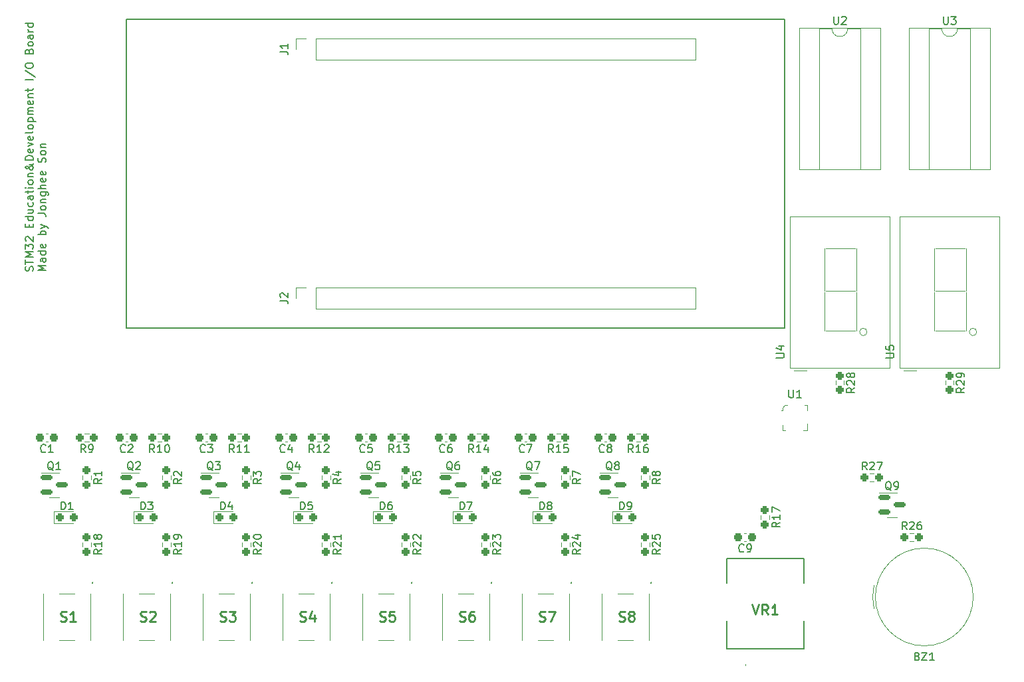
<source format=gbr>
%TF.GenerationSoftware,KiCad,Pcbnew,7.0.9*%
%TF.CreationDate,2023-12-22T14:39:11+09:00*%
%TF.ProjectId,Dev_IO_Board,4465765f-494f-45f4-926f-6172642e6b69,rev?*%
%TF.SameCoordinates,Original*%
%TF.FileFunction,Legend,Top*%
%TF.FilePolarity,Positive*%
%FSLAX46Y46*%
G04 Gerber Fmt 4.6, Leading zero omitted, Abs format (unit mm)*
G04 Created by KiCad (PCBNEW 7.0.9) date 2023-12-22 14:39:11*
%MOMM*%
%LPD*%
G01*
G04 APERTURE LIST*
G04 Aperture macros list*
%AMRoundRect*
0 Rectangle with rounded corners*
0 $1 Rounding radius*
0 $2 $3 $4 $5 $6 $7 $8 $9 X,Y pos of 4 corners*
0 Add a 4 corners polygon primitive as box body*
4,1,4,$2,$3,$4,$5,$6,$7,$8,$9,$2,$3,0*
0 Add four circle primitives for the rounded corners*
1,1,$1+$1,$2,$3*
1,1,$1+$1,$4,$5*
1,1,$1+$1,$6,$7*
1,1,$1+$1,$8,$9*
0 Add four rect primitives between the rounded corners*
20,1,$1+$1,$2,$3,$4,$5,0*
20,1,$1+$1,$4,$5,$6,$7,0*
20,1,$1+$1,$6,$7,$8,$9,0*
20,1,$1+$1,$8,$9,$2,$3,0*%
G04 Aperture macros list end*
%ADD10C,0.150000*%
%ADD11C,0.254000*%
%ADD12C,0.200000*%
%ADD13C,0.100000*%
%ADD14C,0.120000*%
%ADD15R,1.500000X1.500000*%
%ADD16C,1.500000*%
%ADD17C,4.155000*%
%ADD18R,1.000000X1.500000*%
%ADD19R,1.600000X1.600000*%
%ADD20C,1.600000*%
%ADD21O,1.600000X1.600000*%
%ADD22RoundRect,0.237500X-0.237500X0.250000X-0.237500X-0.250000X0.237500X-0.250000X0.237500X0.250000X0*%
%ADD23R,0.550000X0.350000*%
%ADD24R,0.350000X0.550000*%
%ADD25RoundRect,0.237500X-0.250000X-0.237500X0.250000X-0.237500X0.250000X0.237500X-0.250000X0.237500X0*%
%ADD26RoundRect,0.237500X0.250000X0.237500X-0.250000X0.237500X-0.250000X-0.237500X0.250000X-0.237500X0*%
%ADD27RoundRect,0.150000X-0.587500X-0.150000X0.587500X-0.150000X0.587500X0.150000X-0.587500X0.150000X0*%
%ADD28R,1.700000X1.700000*%
%ADD29O,1.700000X1.700000*%
%ADD30RoundRect,0.237500X-0.287500X-0.237500X0.287500X-0.237500X0.287500X0.237500X-0.287500X0.237500X0*%
%ADD31RoundRect,0.237500X0.300000X0.237500X-0.300000X0.237500X-0.300000X-0.237500X0.300000X-0.237500X0*%
%ADD32R,2.000000X2.000000*%
%ADD33C,2.000000*%
G04 APERTURE END LIST*
D10*
X81280000Y-71120000D02*
X165100000Y-71120000D01*
X165100000Y-110490000D01*
X81280000Y-110490000D01*
X81280000Y-71120000D01*
X69332200Y-103215839D02*
X69379819Y-103072982D01*
X69379819Y-103072982D02*
X69379819Y-102834887D01*
X69379819Y-102834887D02*
X69332200Y-102739649D01*
X69332200Y-102739649D02*
X69284580Y-102692030D01*
X69284580Y-102692030D02*
X69189342Y-102644411D01*
X69189342Y-102644411D02*
X69094104Y-102644411D01*
X69094104Y-102644411D02*
X68998866Y-102692030D01*
X68998866Y-102692030D02*
X68951247Y-102739649D01*
X68951247Y-102739649D02*
X68903628Y-102834887D01*
X68903628Y-102834887D02*
X68856009Y-103025363D01*
X68856009Y-103025363D02*
X68808390Y-103120601D01*
X68808390Y-103120601D02*
X68760771Y-103168220D01*
X68760771Y-103168220D02*
X68665533Y-103215839D01*
X68665533Y-103215839D02*
X68570295Y-103215839D01*
X68570295Y-103215839D02*
X68475057Y-103168220D01*
X68475057Y-103168220D02*
X68427438Y-103120601D01*
X68427438Y-103120601D02*
X68379819Y-103025363D01*
X68379819Y-103025363D02*
X68379819Y-102787268D01*
X68379819Y-102787268D02*
X68427438Y-102644411D01*
X68379819Y-102358696D02*
X68379819Y-101787268D01*
X69379819Y-102072982D02*
X68379819Y-102072982D01*
X69379819Y-101453934D02*
X68379819Y-101453934D01*
X68379819Y-101453934D02*
X69094104Y-101120601D01*
X69094104Y-101120601D02*
X68379819Y-100787268D01*
X68379819Y-100787268D02*
X69379819Y-100787268D01*
X68379819Y-100406315D02*
X68379819Y-99787268D01*
X68379819Y-99787268D02*
X68760771Y-100120601D01*
X68760771Y-100120601D02*
X68760771Y-99977744D01*
X68760771Y-99977744D02*
X68808390Y-99882506D01*
X68808390Y-99882506D02*
X68856009Y-99834887D01*
X68856009Y-99834887D02*
X68951247Y-99787268D01*
X68951247Y-99787268D02*
X69189342Y-99787268D01*
X69189342Y-99787268D02*
X69284580Y-99834887D01*
X69284580Y-99834887D02*
X69332200Y-99882506D01*
X69332200Y-99882506D02*
X69379819Y-99977744D01*
X69379819Y-99977744D02*
X69379819Y-100263458D01*
X69379819Y-100263458D02*
X69332200Y-100358696D01*
X69332200Y-100358696D02*
X69284580Y-100406315D01*
X68475057Y-99406315D02*
X68427438Y-99358696D01*
X68427438Y-99358696D02*
X68379819Y-99263458D01*
X68379819Y-99263458D02*
X68379819Y-99025363D01*
X68379819Y-99025363D02*
X68427438Y-98930125D01*
X68427438Y-98930125D02*
X68475057Y-98882506D01*
X68475057Y-98882506D02*
X68570295Y-98834887D01*
X68570295Y-98834887D02*
X68665533Y-98834887D01*
X68665533Y-98834887D02*
X68808390Y-98882506D01*
X68808390Y-98882506D02*
X69379819Y-99453934D01*
X69379819Y-99453934D02*
X69379819Y-98834887D01*
X68856009Y-97644410D02*
X68856009Y-97311077D01*
X69379819Y-97168220D02*
X69379819Y-97644410D01*
X69379819Y-97644410D02*
X68379819Y-97644410D01*
X68379819Y-97644410D02*
X68379819Y-97168220D01*
X69379819Y-96311077D02*
X68379819Y-96311077D01*
X69332200Y-96311077D02*
X69379819Y-96406315D01*
X69379819Y-96406315D02*
X69379819Y-96596791D01*
X69379819Y-96596791D02*
X69332200Y-96692029D01*
X69332200Y-96692029D02*
X69284580Y-96739648D01*
X69284580Y-96739648D02*
X69189342Y-96787267D01*
X69189342Y-96787267D02*
X68903628Y-96787267D01*
X68903628Y-96787267D02*
X68808390Y-96739648D01*
X68808390Y-96739648D02*
X68760771Y-96692029D01*
X68760771Y-96692029D02*
X68713152Y-96596791D01*
X68713152Y-96596791D02*
X68713152Y-96406315D01*
X68713152Y-96406315D02*
X68760771Y-96311077D01*
X68713152Y-95406315D02*
X69379819Y-95406315D01*
X68713152Y-95834886D02*
X69236961Y-95834886D01*
X69236961Y-95834886D02*
X69332200Y-95787267D01*
X69332200Y-95787267D02*
X69379819Y-95692029D01*
X69379819Y-95692029D02*
X69379819Y-95549172D01*
X69379819Y-95549172D02*
X69332200Y-95453934D01*
X69332200Y-95453934D02*
X69284580Y-95406315D01*
X69332200Y-94501553D02*
X69379819Y-94596791D01*
X69379819Y-94596791D02*
X69379819Y-94787267D01*
X69379819Y-94787267D02*
X69332200Y-94882505D01*
X69332200Y-94882505D02*
X69284580Y-94930124D01*
X69284580Y-94930124D02*
X69189342Y-94977743D01*
X69189342Y-94977743D02*
X68903628Y-94977743D01*
X68903628Y-94977743D02*
X68808390Y-94930124D01*
X68808390Y-94930124D02*
X68760771Y-94882505D01*
X68760771Y-94882505D02*
X68713152Y-94787267D01*
X68713152Y-94787267D02*
X68713152Y-94596791D01*
X68713152Y-94596791D02*
X68760771Y-94501553D01*
X69379819Y-93644410D02*
X68856009Y-93644410D01*
X68856009Y-93644410D02*
X68760771Y-93692029D01*
X68760771Y-93692029D02*
X68713152Y-93787267D01*
X68713152Y-93787267D02*
X68713152Y-93977743D01*
X68713152Y-93977743D02*
X68760771Y-94072981D01*
X69332200Y-93644410D02*
X69379819Y-93739648D01*
X69379819Y-93739648D02*
X69379819Y-93977743D01*
X69379819Y-93977743D02*
X69332200Y-94072981D01*
X69332200Y-94072981D02*
X69236961Y-94120600D01*
X69236961Y-94120600D02*
X69141723Y-94120600D01*
X69141723Y-94120600D02*
X69046485Y-94072981D01*
X69046485Y-94072981D02*
X68998866Y-93977743D01*
X68998866Y-93977743D02*
X68998866Y-93739648D01*
X68998866Y-93739648D02*
X68951247Y-93644410D01*
X68713152Y-93311076D02*
X68713152Y-92930124D01*
X68379819Y-93168219D02*
X69236961Y-93168219D01*
X69236961Y-93168219D02*
X69332200Y-93120600D01*
X69332200Y-93120600D02*
X69379819Y-93025362D01*
X69379819Y-93025362D02*
X69379819Y-92930124D01*
X69379819Y-92596790D02*
X68713152Y-92596790D01*
X68379819Y-92596790D02*
X68427438Y-92644409D01*
X68427438Y-92644409D02*
X68475057Y-92596790D01*
X68475057Y-92596790D02*
X68427438Y-92549171D01*
X68427438Y-92549171D02*
X68379819Y-92596790D01*
X68379819Y-92596790D02*
X68475057Y-92596790D01*
X69379819Y-91977743D02*
X69332200Y-92072981D01*
X69332200Y-92072981D02*
X69284580Y-92120600D01*
X69284580Y-92120600D02*
X69189342Y-92168219D01*
X69189342Y-92168219D02*
X68903628Y-92168219D01*
X68903628Y-92168219D02*
X68808390Y-92120600D01*
X68808390Y-92120600D02*
X68760771Y-92072981D01*
X68760771Y-92072981D02*
X68713152Y-91977743D01*
X68713152Y-91977743D02*
X68713152Y-91834886D01*
X68713152Y-91834886D02*
X68760771Y-91739648D01*
X68760771Y-91739648D02*
X68808390Y-91692029D01*
X68808390Y-91692029D02*
X68903628Y-91644410D01*
X68903628Y-91644410D02*
X69189342Y-91644410D01*
X69189342Y-91644410D02*
X69284580Y-91692029D01*
X69284580Y-91692029D02*
X69332200Y-91739648D01*
X69332200Y-91739648D02*
X69379819Y-91834886D01*
X69379819Y-91834886D02*
X69379819Y-91977743D01*
X68713152Y-91215838D02*
X69379819Y-91215838D01*
X68808390Y-91215838D02*
X68760771Y-91168219D01*
X68760771Y-91168219D02*
X68713152Y-91072981D01*
X68713152Y-91072981D02*
X68713152Y-90930124D01*
X68713152Y-90930124D02*
X68760771Y-90834886D01*
X68760771Y-90834886D02*
X68856009Y-90787267D01*
X68856009Y-90787267D02*
X69379819Y-90787267D01*
X69379819Y-89501552D02*
X69379819Y-89549172D01*
X69379819Y-89549172D02*
X69332200Y-89644410D01*
X69332200Y-89644410D02*
X69189342Y-89787267D01*
X69189342Y-89787267D02*
X68903628Y-90025362D01*
X68903628Y-90025362D02*
X68760771Y-90120600D01*
X68760771Y-90120600D02*
X68617914Y-90168219D01*
X68617914Y-90168219D02*
X68522676Y-90168219D01*
X68522676Y-90168219D02*
X68427438Y-90120600D01*
X68427438Y-90120600D02*
X68379819Y-90025362D01*
X68379819Y-90025362D02*
X68379819Y-89977743D01*
X68379819Y-89977743D02*
X68427438Y-89882505D01*
X68427438Y-89882505D02*
X68522676Y-89834886D01*
X68522676Y-89834886D02*
X68570295Y-89834886D01*
X68570295Y-89834886D02*
X68665533Y-89882505D01*
X68665533Y-89882505D02*
X68713152Y-89930124D01*
X68713152Y-89930124D02*
X68903628Y-90215838D01*
X68903628Y-90215838D02*
X68951247Y-90263457D01*
X68951247Y-90263457D02*
X69046485Y-90311076D01*
X69046485Y-90311076D02*
X69189342Y-90311076D01*
X69189342Y-90311076D02*
X69284580Y-90263457D01*
X69284580Y-90263457D02*
X69332200Y-90215838D01*
X69332200Y-90215838D02*
X69379819Y-90120600D01*
X69379819Y-90120600D02*
X69379819Y-89977743D01*
X69379819Y-89977743D02*
X69332200Y-89882505D01*
X69332200Y-89882505D02*
X69284580Y-89834886D01*
X69284580Y-89834886D02*
X69094104Y-89692029D01*
X69094104Y-89692029D02*
X68951247Y-89644410D01*
X68951247Y-89644410D02*
X68856009Y-89644410D01*
X69379819Y-89072981D02*
X68379819Y-89072981D01*
X68379819Y-89072981D02*
X68379819Y-88834886D01*
X68379819Y-88834886D02*
X68427438Y-88692029D01*
X68427438Y-88692029D02*
X68522676Y-88596791D01*
X68522676Y-88596791D02*
X68617914Y-88549172D01*
X68617914Y-88549172D02*
X68808390Y-88501553D01*
X68808390Y-88501553D02*
X68951247Y-88501553D01*
X68951247Y-88501553D02*
X69141723Y-88549172D01*
X69141723Y-88549172D02*
X69236961Y-88596791D01*
X69236961Y-88596791D02*
X69332200Y-88692029D01*
X69332200Y-88692029D02*
X69379819Y-88834886D01*
X69379819Y-88834886D02*
X69379819Y-89072981D01*
X69332200Y-87692029D02*
X69379819Y-87787267D01*
X69379819Y-87787267D02*
X69379819Y-87977743D01*
X69379819Y-87977743D02*
X69332200Y-88072981D01*
X69332200Y-88072981D02*
X69236961Y-88120600D01*
X69236961Y-88120600D02*
X68856009Y-88120600D01*
X68856009Y-88120600D02*
X68760771Y-88072981D01*
X68760771Y-88072981D02*
X68713152Y-87977743D01*
X68713152Y-87977743D02*
X68713152Y-87787267D01*
X68713152Y-87787267D02*
X68760771Y-87692029D01*
X68760771Y-87692029D02*
X68856009Y-87644410D01*
X68856009Y-87644410D02*
X68951247Y-87644410D01*
X68951247Y-87644410D02*
X69046485Y-88120600D01*
X68713152Y-87311076D02*
X69379819Y-87072981D01*
X69379819Y-87072981D02*
X68713152Y-86834886D01*
X69332200Y-86072981D02*
X69379819Y-86168219D01*
X69379819Y-86168219D02*
X69379819Y-86358695D01*
X69379819Y-86358695D02*
X69332200Y-86453933D01*
X69332200Y-86453933D02*
X69236961Y-86501552D01*
X69236961Y-86501552D02*
X68856009Y-86501552D01*
X68856009Y-86501552D02*
X68760771Y-86453933D01*
X68760771Y-86453933D02*
X68713152Y-86358695D01*
X68713152Y-86358695D02*
X68713152Y-86168219D01*
X68713152Y-86168219D02*
X68760771Y-86072981D01*
X68760771Y-86072981D02*
X68856009Y-86025362D01*
X68856009Y-86025362D02*
X68951247Y-86025362D01*
X68951247Y-86025362D02*
X69046485Y-86501552D01*
X69379819Y-85453933D02*
X69332200Y-85549171D01*
X69332200Y-85549171D02*
X69236961Y-85596790D01*
X69236961Y-85596790D02*
X68379819Y-85596790D01*
X69379819Y-84930123D02*
X69332200Y-85025361D01*
X69332200Y-85025361D02*
X69284580Y-85072980D01*
X69284580Y-85072980D02*
X69189342Y-85120599D01*
X69189342Y-85120599D02*
X68903628Y-85120599D01*
X68903628Y-85120599D02*
X68808390Y-85072980D01*
X68808390Y-85072980D02*
X68760771Y-85025361D01*
X68760771Y-85025361D02*
X68713152Y-84930123D01*
X68713152Y-84930123D02*
X68713152Y-84787266D01*
X68713152Y-84787266D02*
X68760771Y-84692028D01*
X68760771Y-84692028D02*
X68808390Y-84644409D01*
X68808390Y-84644409D02*
X68903628Y-84596790D01*
X68903628Y-84596790D02*
X69189342Y-84596790D01*
X69189342Y-84596790D02*
X69284580Y-84644409D01*
X69284580Y-84644409D02*
X69332200Y-84692028D01*
X69332200Y-84692028D02*
X69379819Y-84787266D01*
X69379819Y-84787266D02*
X69379819Y-84930123D01*
X68713152Y-84168218D02*
X69713152Y-84168218D01*
X68760771Y-84168218D02*
X68713152Y-84072980D01*
X68713152Y-84072980D02*
X68713152Y-83882504D01*
X68713152Y-83882504D02*
X68760771Y-83787266D01*
X68760771Y-83787266D02*
X68808390Y-83739647D01*
X68808390Y-83739647D02*
X68903628Y-83692028D01*
X68903628Y-83692028D02*
X69189342Y-83692028D01*
X69189342Y-83692028D02*
X69284580Y-83739647D01*
X69284580Y-83739647D02*
X69332200Y-83787266D01*
X69332200Y-83787266D02*
X69379819Y-83882504D01*
X69379819Y-83882504D02*
X69379819Y-84072980D01*
X69379819Y-84072980D02*
X69332200Y-84168218D01*
X69379819Y-83263456D02*
X68713152Y-83263456D01*
X68808390Y-83263456D02*
X68760771Y-83215837D01*
X68760771Y-83215837D02*
X68713152Y-83120599D01*
X68713152Y-83120599D02*
X68713152Y-82977742D01*
X68713152Y-82977742D02*
X68760771Y-82882504D01*
X68760771Y-82882504D02*
X68856009Y-82834885D01*
X68856009Y-82834885D02*
X69379819Y-82834885D01*
X68856009Y-82834885D02*
X68760771Y-82787266D01*
X68760771Y-82787266D02*
X68713152Y-82692028D01*
X68713152Y-82692028D02*
X68713152Y-82549171D01*
X68713152Y-82549171D02*
X68760771Y-82453932D01*
X68760771Y-82453932D02*
X68856009Y-82406313D01*
X68856009Y-82406313D02*
X69379819Y-82406313D01*
X69332200Y-81549171D02*
X69379819Y-81644409D01*
X69379819Y-81644409D02*
X69379819Y-81834885D01*
X69379819Y-81834885D02*
X69332200Y-81930123D01*
X69332200Y-81930123D02*
X69236961Y-81977742D01*
X69236961Y-81977742D02*
X68856009Y-81977742D01*
X68856009Y-81977742D02*
X68760771Y-81930123D01*
X68760771Y-81930123D02*
X68713152Y-81834885D01*
X68713152Y-81834885D02*
X68713152Y-81644409D01*
X68713152Y-81644409D02*
X68760771Y-81549171D01*
X68760771Y-81549171D02*
X68856009Y-81501552D01*
X68856009Y-81501552D02*
X68951247Y-81501552D01*
X68951247Y-81501552D02*
X69046485Y-81977742D01*
X68713152Y-81072980D02*
X69379819Y-81072980D01*
X68808390Y-81072980D02*
X68760771Y-81025361D01*
X68760771Y-81025361D02*
X68713152Y-80930123D01*
X68713152Y-80930123D02*
X68713152Y-80787266D01*
X68713152Y-80787266D02*
X68760771Y-80692028D01*
X68760771Y-80692028D02*
X68856009Y-80644409D01*
X68856009Y-80644409D02*
X69379819Y-80644409D01*
X68713152Y-80311075D02*
X68713152Y-79930123D01*
X68379819Y-80168218D02*
X69236961Y-80168218D01*
X69236961Y-80168218D02*
X69332200Y-80120599D01*
X69332200Y-80120599D02*
X69379819Y-80025361D01*
X69379819Y-80025361D02*
X69379819Y-79930123D01*
X69379819Y-78834884D02*
X68379819Y-78834884D01*
X68332200Y-77644409D02*
X69617914Y-78501551D01*
X68379819Y-77120599D02*
X68379819Y-76930123D01*
X68379819Y-76930123D02*
X68427438Y-76834885D01*
X68427438Y-76834885D02*
X68522676Y-76739647D01*
X68522676Y-76739647D02*
X68713152Y-76692028D01*
X68713152Y-76692028D02*
X69046485Y-76692028D01*
X69046485Y-76692028D02*
X69236961Y-76739647D01*
X69236961Y-76739647D02*
X69332200Y-76834885D01*
X69332200Y-76834885D02*
X69379819Y-76930123D01*
X69379819Y-76930123D02*
X69379819Y-77120599D01*
X69379819Y-77120599D02*
X69332200Y-77215837D01*
X69332200Y-77215837D02*
X69236961Y-77311075D01*
X69236961Y-77311075D02*
X69046485Y-77358694D01*
X69046485Y-77358694D02*
X68713152Y-77358694D01*
X68713152Y-77358694D02*
X68522676Y-77311075D01*
X68522676Y-77311075D02*
X68427438Y-77215837D01*
X68427438Y-77215837D02*
X68379819Y-77120599D01*
X68856009Y-75168218D02*
X68903628Y-75025361D01*
X68903628Y-75025361D02*
X68951247Y-74977742D01*
X68951247Y-74977742D02*
X69046485Y-74930123D01*
X69046485Y-74930123D02*
X69189342Y-74930123D01*
X69189342Y-74930123D02*
X69284580Y-74977742D01*
X69284580Y-74977742D02*
X69332200Y-75025361D01*
X69332200Y-75025361D02*
X69379819Y-75120599D01*
X69379819Y-75120599D02*
X69379819Y-75501551D01*
X69379819Y-75501551D02*
X68379819Y-75501551D01*
X68379819Y-75501551D02*
X68379819Y-75168218D01*
X68379819Y-75168218D02*
X68427438Y-75072980D01*
X68427438Y-75072980D02*
X68475057Y-75025361D01*
X68475057Y-75025361D02*
X68570295Y-74977742D01*
X68570295Y-74977742D02*
X68665533Y-74977742D01*
X68665533Y-74977742D02*
X68760771Y-75025361D01*
X68760771Y-75025361D02*
X68808390Y-75072980D01*
X68808390Y-75072980D02*
X68856009Y-75168218D01*
X68856009Y-75168218D02*
X68856009Y-75501551D01*
X69379819Y-74358694D02*
X69332200Y-74453932D01*
X69332200Y-74453932D02*
X69284580Y-74501551D01*
X69284580Y-74501551D02*
X69189342Y-74549170D01*
X69189342Y-74549170D02*
X68903628Y-74549170D01*
X68903628Y-74549170D02*
X68808390Y-74501551D01*
X68808390Y-74501551D02*
X68760771Y-74453932D01*
X68760771Y-74453932D02*
X68713152Y-74358694D01*
X68713152Y-74358694D02*
X68713152Y-74215837D01*
X68713152Y-74215837D02*
X68760771Y-74120599D01*
X68760771Y-74120599D02*
X68808390Y-74072980D01*
X68808390Y-74072980D02*
X68903628Y-74025361D01*
X68903628Y-74025361D02*
X69189342Y-74025361D01*
X69189342Y-74025361D02*
X69284580Y-74072980D01*
X69284580Y-74072980D02*
X69332200Y-74120599D01*
X69332200Y-74120599D02*
X69379819Y-74215837D01*
X69379819Y-74215837D02*
X69379819Y-74358694D01*
X69379819Y-73168218D02*
X68856009Y-73168218D01*
X68856009Y-73168218D02*
X68760771Y-73215837D01*
X68760771Y-73215837D02*
X68713152Y-73311075D01*
X68713152Y-73311075D02*
X68713152Y-73501551D01*
X68713152Y-73501551D02*
X68760771Y-73596789D01*
X69332200Y-73168218D02*
X69379819Y-73263456D01*
X69379819Y-73263456D02*
X69379819Y-73501551D01*
X69379819Y-73501551D02*
X69332200Y-73596789D01*
X69332200Y-73596789D02*
X69236961Y-73644408D01*
X69236961Y-73644408D02*
X69141723Y-73644408D01*
X69141723Y-73644408D02*
X69046485Y-73596789D01*
X69046485Y-73596789D02*
X68998866Y-73501551D01*
X68998866Y-73501551D02*
X68998866Y-73263456D01*
X68998866Y-73263456D02*
X68951247Y-73168218D01*
X69379819Y-72692027D02*
X68713152Y-72692027D01*
X68903628Y-72692027D02*
X68808390Y-72644408D01*
X68808390Y-72644408D02*
X68760771Y-72596789D01*
X68760771Y-72596789D02*
X68713152Y-72501551D01*
X68713152Y-72501551D02*
X68713152Y-72406313D01*
X69379819Y-71644408D02*
X68379819Y-71644408D01*
X69332200Y-71644408D02*
X69379819Y-71739646D01*
X69379819Y-71739646D02*
X69379819Y-71930122D01*
X69379819Y-71930122D02*
X69332200Y-72025360D01*
X69332200Y-72025360D02*
X69284580Y-72072979D01*
X69284580Y-72072979D02*
X69189342Y-72120598D01*
X69189342Y-72120598D02*
X68903628Y-72120598D01*
X68903628Y-72120598D02*
X68808390Y-72072979D01*
X68808390Y-72072979D02*
X68760771Y-72025360D01*
X68760771Y-72025360D02*
X68713152Y-71930122D01*
X68713152Y-71930122D02*
X68713152Y-71739646D01*
X68713152Y-71739646D02*
X68760771Y-71644408D01*
X70989819Y-103168220D02*
X69989819Y-103168220D01*
X69989819Y-103168220D02*
X70704104Y-102834887D01*
X70704104Y-102834887D02*
X69989819Y-102501554D01*
X69989819Y-102501554D02*
X70989819Y-102501554D01*
X70989819Y-101596792D02*
X70466009Y-101596792D01*
X70466009Y-101596792D02*
X70370771Y-101644411D01*
X70370771Y-101644411D02*
X70323152Y-101739649D01*
X70323152Y-101739649D02*
X70323152Y-101930125D01*
X70323152Y-101930125D02*
X70370771Y-102025363D01*
X70942200Y-101596792D02*
X70989819Y-101692030D01*
X70989819Y-101692030D02*
X70989819Y-101930125D01*
X70989819Y-101930125D02*
X70942200Y-102025363D01*
X70942200Y-102025363D02*
X70846961Y-102072982D01*
X70846961Y-102072982D02*
X70751723Y-102072982D01*
X70751723Y-102072982D02*
X70656485Y-102025363D01*
X70656485Y-102025363D02*
X70608866Y-101930125D01*
X70608866Y-101930125D02*
X70608866Y-101692030D01*
X70608866Y-101692030D02*
X70561247Y-101596792D01*
X70989819Y-100692030D02*
X69989819Y-100692030D01*
X70942200Y-100692030D02*
X70989819Y-100787268D01*
X70989819Y-100787268D02*
X70989819Y-100977744D01*
X70989819Y-100977744D02*
X70942200Y-101072982D01*
X70942200Y-101072982D02*
X70894580Y-101120601D01*
X70894580Y-101120601D02*
X70799342Y-101168220D01*
X70799342Y-101168220D02*
X70513628Y-101168220D01*
X70513628Y-101168220D02*
X70418390Y-101120601D01*
X70418390Y-101120601D02*
X70370771Y-101072982D01*
X70370771Y-101072982D02*
X70323152Y-100977744D01*
X70323152Y-100977744D02*
X70323152Y-100787268D01*
X70323152Y-100787268D02*
X70370771Y-100692030D01*
X70942200Y-99834887D02*
X70989819Y-99930125D01*
X70989819Y-99930125D02*
X70989819Y-100120601D01*
X70989819Y-100120601D02*
X70942200Y-100215839D01*
X70942200Y-100215839D02*
X70846961Y-100263458D01*
X70846961Y-100263458D02*
X70466009Y-100263458D01*
X70466009Y-100263458D02*
X70370771Y-100215839D01*
X70370771Y-100215839D02*
X70323152Y-100120601D01*
X70323152Y-100120601D02*
X70323152Y-99930125D01*
X70323152Y-99930125D02*
X70370771Y-99834887D01*
X70370771Y-99834887D02*
X70466009Y-99787268D01*
X70466009Y-99787268D02*
X70561247Y-99787268D01*
X70561247Y-99787268D02*
X70656485Y-100263458D01*
X70989819Y-98596791D02*
X69989819Y-98596791D01*
X70370771Y-98596791D02*
X70323152Y-98501553D01*
X70323152Y-98501553D02*
X70323152Y-98311077D01*
X70323152Y-98311077D02*
X70370771Y-98215839D01*
X70370771Y-98215839D02*
X70418390Y-98168220D01*
X70418390Y-98168220D02*
X70513628Y-98120601D01*
X70513628Y-98120601D02*
X70799342Y-98120601D01*
X70799342Y-98120601D02*
X70894580Y-98168220D01*
X70894580Y-98168220D02*
X70942200Y-98215839D01*
X70942200Y-98215839D02*
X70989819Y-98311077D01*
X70989819Y-98311077D02*
X70989819Y-98501553D01*
X70989819Y-98501553D02*
X70942200Y-98596791D01*
X70323152Y-97787267D02*
X70989819Y-97549172D01*
X70323152Y-97311077D02*
X70989819Y-97549172D01*
X70989819Y-97549172D02*
X71227914Y-97644410D01*
X71227914Y-97644410D02*
X71275533Y-97692029D01*
X71275533Y-97692029D02*
X71323152Y-97787267D01*
X69989819Y-95882505D02*
X70704104Y-95882505D01*
X70704104Y-95882505D02*
X70846961Y-95930124D01*
X70846961Y-95930124D02*
X70942200Y-96025362D01*
X70942200Y-96025362D02*
X70989819Y-96168219D01*
X70989819Y-96168219D02*
X70989819Y-96263457D01*
X70989819Y-95263457D02*
X70942200Y-95358695D01*
X70942200Y-95358695D02*
X70894580Y-95406314D01*
X70894580Y-95406314D02*
X70799342Y-95453933D01*
X70799342Y-95453933D02*
X70513628Y-95453933D01*
X70513628Y-95453933D02*
X70418390Y-95406314D01*
X70418390Y-95406314D02*
X70370771Y-95358695D01*
X70370771Y-95358695D02*
X70323152Y-95263457D01*
X70323152Y-95263457D02*
X70323152Y-95120600D01*
X70323152Y-95120600D02*
X70370771Y-95025362D01*
X70370771Y-95025362D02*
X70418390Y-94977743D01*
X70418390Y-94977743D02*
X70513628Y-94930124D01*
X70513628Y-94930124D02*
X70799342Y-94930124D01*
X70799342Y-94930124D02*
X70894580Y-94977743D01*
X70894580Y-94977743D02*
X70942200Y-95025362D01*
X70942200Y-95025362D02*
X70989819Y-95120600D01*
X70989819Y-95120600D02*
X70989819Y-95263457D01*
X70323152Y-94501552D02*
X70989819Y-94501552D01*
X70418390Y-94501552D02*
X70370771Y-94453933D01*
X70370771Y-94453933D02*
X70323152Y-94358695D01*
X70323152Y-94358695D02*
X70323152Y-94215838D01*
X70323152Y-94215838D02*
X70370771Y-94120600D01*
X70370771Y-94120600D02*
X70466009Y-94072981D01*
X70466009Y-94072981D02*
X70989819Y-94072981D01*
X70323152Y-93168219D02*
X71132676Y-93168219D01*
X71132676Y-93168219D02*
X71227914Y-93215838D01*
X71227914Y-93215838D02*
X71275533Y-93263457D01*
X71275533Y-93263457D02*
X71323152Y-93358695D01*
X71323152Y-93358695D02*
X71323152Y-93501552D01*
X71323152Y-93501552D02*
X71275533Y-93596790D01*
X70942200Y-93168219D02*
X70989819Y-93263457D01*
X70989819Y-93263457D02*
X70989819Y-93453933D01*
X70989819Y-93453933D02*
X70942200Y-93549171D01*
X70942200Y-93549171D02*
X70894580Y-93596790D01*
X70894580Y-93596790D02*
X70799342Y-93644409D01*
X70799342Y-93644409D02*
X70513628Y-93644409D01*
X70513628Y-93644409D02*
X70418390Y-93596790D01*
X70418390Y-93596790D02*
X70370771Y-93549171D01*
X70370771Y-93549171D02*
X70323152Y-93453933D01*
X70323152Y-93453933D02*
X70323152Y-93263457D01*
X70323152Y-93263457D02*
X70370771Y-93168219D01*
X70989819Y-92692028D02*
X69989819Y-92692028D01*
X70989819Y-92263457D02*
X70466009Y-92263457D01*
X70466009Y-92263457D02*
X70370771Y-92311076D01*
X70370771Y-92311076D02*
X70323152Y-92406314D01*
X70323152Y-92406314D02*
X70323152Y-92549171D01*
X70323152Y-92549171D02*
X70370771Y-92644409D01*
X70370771Y-92644409D02*
X70418390Y-92692028D01*
X70942200Y-91406314D02*
X70989819Y-91501552D01*
X70989819Y-91501552D02*
X70989819Y-91692028D01*
X70989819Y-91692028D02*
X70942200Y-91787266D01*
X70942200Y-91787266D02*
X70846961Y-91834885D01*
X70846961Y-91834885D02*
X70466009Y-91834885D01*
X70466009Y-91834885D02*
X70370771Y-91787266D01*
X70370771Y-91787266D02*
X70323152Y-91692028D01*
X70323152Y-91692028D02*
X70323152Y-91501552D01*
X70323152Y-91501552D02*
X70370771Y-91406314D01*
X70370771Y-91406314D02*
X70466009Y-91358695D01*
X70466009Y-91358695D02*
X70561247Y-91358695D01*
X70561247Y-91358695D02*
X70656485Y-91834885D01*
X70942200Y-90549171D02*
X70989819Y-90644409D01*
X70989819Y-90644409D02*
X70989819Y-90834885D01*
X70989819Y-90834885D02*
X70942200Y-90930123D01*
X70942200Y-90930123D02*
X70846961Y-90977742D01*
X70846961Y-90977742D02*
X70466009Y-90977742D01*
X70466009Y-90977742D02*
X70370771Y-90930123D01*
X70370771Y-90930123D02*
X70323152Y-90834885D01*
X70323152Y-90834885D02*
X70323152Y-90644409D01*
X70323152Y-90644409D02*
X70370771Y-90549171D01*
X70370771Y-90549171D02*
X70466009Y-90501552D01*
X70466009Y-90501552D02*
X70561247Y-90501552D01*
X70561247Y-90501552D02*
X70656485Y-90977742D01*
X70942200Y-89358694D02*
X70989819Y-89215837D01*
X70989819Y-89215837D02*
X70989819Y-88977742D01*
X70989819Y-88977742D02*
X70942200Y-88882504D01*
X70942200Y-88882504D02*
X70894580Y-88834885D01*
X70894580Y-88834885D02*
X70799342Y-88787266D01*
X70799342Y-88787266D02*
X70704104Y-88787266D01*
X70704104Y-88787266D02*
X70608866Y-88834885D01*
X70608866Y-88834885D02*
X70561247Y-88882504D01*
X70561247Y-88882504D02*
X70513628Y-88977742D01*
X70513628Y-88977742D02*
X70466009Y-89168218D01*
X70466009Y-89168218D02*
X70418390Y-89263456D01*
X70418390Y-89263456D02*
X70370771Y-89311075D01*
X70370771Y-89311075D02*
X70275533Y-89358694D01*
X70275533Y-89358694D02*
X70180295Y-89358694D01*
X70180295Y-89358694D02*
X70085057Y-89311075D01*
X70085057Y-89311075D02*
X70037438Y-89263456D01*
X70037438Y-89263456D02*
X69989819Y-89168218D01*
X69989819Y-89168218D02*
X69989819Y-88930123D01*
X69989819Y-88930123D02*
X70037438Y-88787266D01*
X70989819Y-88215837D02*
X70942200Y-88311075D01*
X70942200Y-88311075D02*
X70894580Y-88358694D01*
X70894580Y-88358694D02*
X70799342Y-88406313D01*
X70799342Y-88406313D02*
X70513628Y-88406313D01*
X70513628Y-88406313D02*
X70418390Y-88358694D01*
X70418390Y-88358694D02*
X70370771Y-88311075D01*
X70370771Y-88311075D02*
X70323152Y-88215837D01*
X70323152Y-88215837D02*
X70323152Y-88072980D01*
X70323152Y-88072980D02*
X70370771Y-87977742D01*
X70370771Y-87977742D02*
X70418390Y-87930123D01*
X70418390Y-87930123D02*
X70513628Y-87882504D01*
X70513628Y-87882504D02*
X70799342Y-87882504D01*
X70799342Y-87882504D02*
X70894580Y-87930123D01*
X70894580Y-87930123D02*
X70942200Y-87977742D01*
X70942200Y-87977742D02*
X70989819Y-88072980D01*
X70989819Y-88072980D02*
X70989819Y-88215837D01*
X70323152Y-87453932D02*
X70989819Y-87453932D01*
X70418390Y-87453932D02*
X70370771Y-87406313D01*
X70370771Y-87406313D02*
X70323152Y-87311075D01*
X70323152Y-87311075D02*
X70323152Y-87168218D01*
X70323152Y-87168218D02*
X70370771Y-87072980D01*
X70370771Y-87072980D02*
X70466009Y-87025361D01*
X70466009Y-87025361D02*
X70989819Y-87025361D01*
D11*
X160936905Y-145754318D02*
X161360238Y-147024318D01*
X161360238Y-147024318D02*
X161783572Y-145754318D01*
X162932619Y-147024318D02*
X162509285Y-146419556D01*
X162206904Y-147024318D02*
X162206904Y-145754318D01*
X162206904Y-145754318D02*
X162690714Y-145754318D01*
X162690714Y-145754318D02*
X162811666Y-145814794D01*
X162811666Y-145814794D02*
X162872143Y-145875270D01*
X162872143Y-145875270D02*
X162932619Y-145996222D01*
X162932619Y-145996222D02*
X162932619Y-146177651D01*
X162932619Y-146177651D02*
X162872143Y-146298603D01*
X162872143Y-146298603D02*
X162811666Y-146359080D01*
X162811666Y-146359080D02*
X162690714Y-146419556D01*
X162690714Y-146419556D02*
X162206904Y-146419556D01*
X164142143Y-147024318D02*
X163416428Y-147024318D01*
X163779285Y-147024318D02*
X163779285Y-145754318D01*
X163779285Y-145754318D02*
X163658333Y-145935746D01*
X163658333Y-145935746D02*
X163537381Y-146056699D01*
X163537381Y-146056699D02*
X163416428Y-146117175D01*
X143987380Y-147833842D02*
X144168809Y-147894318D01*
X144168809Y-147894318D02*
X144471190Y-147894318D01*
X144471190Y-147894318D02*
X144592142Y-147833842D01*
X144592142Y-147833842D02*
X144652618Y-147773365D01*
X144652618Y-147773365D02*
X144713095Y-147652413D01*
X144713095Y-147652413D02*
X144713095Y-147531461D01*
X144713095Y-147531461D02*
X144652618Y-147410508D01*
X144652618Y-147410508D02*
X144592142Y-147350032D01*
X144592142Y-147350032D02*
X144471190Y-147289556D01*
X144471190Y-147289556D02*
X144229285Y-147229080D01*
X144229285Y-147229080D02*
X144108333Y-147168603D01*
X144108333Y-147168603D02*
X144047856Y-147108127D01*
X144047856Y-147108127D02*
X143987380Y-146987175D01*
X143987380Y-146987175D02*
X143987380Y-146866222D01*
X143987380Y-146866222D02*
X144047856Y-146745270D01*
X144047856Y-146745270D02*
X144108333Y-146684794D01*
X144108333Y-146684794D02*
X144229285Y-146624318D01*
X144229285Y-146624318D02*
X144531666Y-146624318D01*
X144531666Y-146624318D02*
X144713095Y-146684794D01*
X145438809Y-147168603D02*
X145317857Y-147108127D01*
X145317857Y-147108127D02*
X145257380Y-147047651D01*
X145257380Y-147047651D02*
X145196904Y-146926699D01*
X145196904Y-146926699D02*
X145196904Y-146866222D01*
X145196904Y-146866222D02*
X145257380Y-146745270D01*
X145257380Y-146745270D02*
X145317857Y-146684794D01*
X145317857Y-146684794D02*
X145438809Y-146624318D01*
X145438809Y-146624318D02*
X145680714Y-146624318D01*
X145680714Y-146624318D02*
X145801666Y-146684794D01*
X145801666Y-146684794D02*
X145862142Y-146745270D01*
X145862142Y-146745270D02*
X145922619Y-146866222D01*
X145922619Y-146866222D02*
X145922619Y-146926699D01*
X145922619Y-146926699D02*
X145862142Y-147047651D01*
X145862142Y-147047651D02*
X145801666Y-147108127D01*
X145801666Y-147108127D02*
X145680714Y-147168603D01*
X145680714Y-147168603D02*
X145438809Y-147168603D01*
X145438809Y-147168603D02*
X145317857Y-147229080D01*
X145317857Y-147229080D02*
X145257380Y-147289556D01*
X145257380Y-147289556D02*
X145196904Y-147410508D01*
X145196904Y-147410508D02*
X145196904Y-147652413D01*
X145196904Y-147652413D02*
X145257380Y-147773365D01*
X145257380Y-147773365D02*
X145317857Y-147833842D01*
X145317857Y-147833842D02*
X145438809Y-147894318D01*
X145438809Y-147894318D02*
X145680714Y-147894318D01*
X145680714Y-147894318D02*
X145801666Y-147833842D01*
X145801666Y-147833842D02*
X145862142Y-147773365D01*
X145862142Y-147773365D02*
X145922619Y-147652413D01*
X145922619Y-147652413D02*
X145922619Y-147410508D01*
X145922619Y-147410508D02*
X145862142Y-147289556D01*
X145862142Y-147289556D02*
X145801666Y-147229080D01*
X145801666Y-147229080D02*
X145680714Y-147168603D01*
X133827380Y-147833842D02*
X134008809Y-147894318D01*
X134008809Y-147894318D02*
X134311190Y-147894318D01*
X134311190Y-147894318D02*
X134432142Y-147833842D01*
X134432142Y-147833842D02*
X134492618Y-147773365D01*
X134492618Y-147773365D02*
X134553095Y-147652413D01*
X134553095Y-147652413D02*
X134553095Y-147531461D01*
X134553095Y-147531461D02*
X134492618Y-147410508D01*
X134492618Y-147410508D02*
X134432142Y-147350032D01*
X134432142Y-147350032D02*
X134311190Y-147289556D01*
X134311190Y-147289556D02*
X134069285Y-147229080D01*
X134069285Y-147229080D02*
X133948333Y-147168603D01*
X133948333Y-147168603D02*
X133887856Y-147108127D01*
X133887856Y-147108127D02*
X133827380Y-146987175D01*
X133827380Y-146987175D02*
X133827380Y-146866222D01*
X133827380Y-146866222D02*
X133887856Y-146745270D01*
X133887856Y-146745270D02*
X133948333Y-146684794D01*
X133948333Y-146684794D02*
X134069285Y-146624318D01*
X134069285Y-146624318D02*
X134371666Y-146624318D01*
X134371666Y-146624318D02*
X134553095Y-146684794D01*
X134976428Y-146624318D02*
X135823095Y-146624318D01*
X135823095Y-146624318D02*
X135278809Y-147894318D01*
X123667380Y-147833842D02*
X123848809Y-147894318D01*
X123848809Y-147894318D02*
X124151190Y-147894318D01*
X124151190Y-147894318D02*
X124272142Y-147833842D01*
X124272142Y-147833842D02*
X124332618Y-147773365D01*
X124332618Y-147773365D02*
X124393095Y-147652413D01*
X124393095Y-147652413D02*
X124393095Y-147531461D01*
X124393095Y-147531461D02*
X124332618Y-147410508D01*
X124332618Y-147410508D02*
X124272142Y-147350032D01*
X124272142Y-147350032D02*
X124151190Y-147289556D01*
X124151190Y-147289556D02*
X123909285Y-147229080D01*
X123909285Y-147229080D02*
X123788333Y-147168603D01*
X123788333Y-147168603D02*
X123727856Y-147108127D01*
X123727856Y-147108127D02*
X123667380Y-146987175D01*
X123667380Y-146987175D02*
X123667380Y-146866222D01*
X123667380Y-146866222D02*
X123727856Y-146745270D01*
X123727856Y-146745270D02*
X123788333Y-146684794D01*
X123788333Y-146684794D02*
X123909285Y-146624318D01*
X123909285Y-146624318D02*
X124211666Y-146624318D01*
X124211666Y-146624318D02*
X124393095Y-146684794D01*
X125481666Y-146624318D02*
X125239761Y-146624318D01*
X125239761Y-146624318D02*
X125118809Y-146684794D01*
X125118809Y-146684794D02*
X125058333Y-146745270D01*
X125058333Y-146745270D02*
X124937380Y-146926699D01*
X124937380Y-146926699D02*
X124876904Y-147168603D01*
X124876904Y-147168603D02*
X124876904Y-147652413D01*
X124876904Y-147652413D02*
X124937380Y-147773365D01*
X124937380Y-147773365D02*
X124997857Y-147833842D01*
X124997857Y-147833842D02*
X125118809Y-147894318D01*
X125118809Y-147894318D02*
X125360714Y-147894318D01*
X125360714Y-147894318D02*
X125481666Y-147833842D01*
X125481666Y-147833842D02*
X125542142Y-147773365D01*
X125542142Y-147773365D02*
X125602619Y-147652413D01*
X125602619Y-147652413D02*
X125602619Y-147350032D01*
X125602619Y-147350032D02*
X125542142Y-147229080D01*
X125542142Y-147229080D02*
X125481666Y-147168603D01*
X125481666Y-147168603D02*
X125360714Y-147108127D01*
X125360714Y-147108127D02*
X125118809Y-147108127D01*
X125118809Y-147108127D02*
X124997857Y-147168603D01*
X124997857Y-147168603D02*
X124937380Y-147229080D01*
X124937380Y-147229080D02*
X124876904Y-147350032D01*
X113507380Y-147833842D02*
X113688809Y-147894318D01*
X113688809Y-147894318D02*
X113991190Y-147894318D01*
X113991190Y-147894318D02*
X114112142Y-147833842D01*
X114112142Y-147833842D02*
X114172618Y-147773365D01*
X114172618Y-147773365D02*
X114233095Y-147652413D01*
X114233095Y-147652413D02*
X114233095Y-147531461D01*
X114233095Y-147531461D02*
X114172618Y-147410508D01*
X114172618Y-147410508D02*
X114112142Y-147350032D01*
X114112142Y-147350032D02*
X113991190Y-147289556D01*
X113991190Y-147289556D02*
X113749285Y-147229080D01*
X113749285Y-147229080D02*
X113628333Y-147168603D01*
X113628333Y-147168603D02*
X113567856Y-147108127D01*
X113567856Y-147108127D02*
X113507380Y-146987175D01*
X113507380Y-146987175D02*
X113507380Y-146866222D01*
X113507380Y-146866222D02*
X113567856Y-146745270D01*
X113567856Y-146745270D02*
X113628333Y-146684794D01*
X113628333Y-146684794D02*
X113749285Y-146624318D01*
X113749285Y-146624318D02*
X114051666Y-146624318D01*
X114051666Y-146624318D02*
X114233095Y-146684794D01*
X115382142Y-146624318D02*
X114777380Y-146624318D01*
X114777380Y-146624318D02*
X114716904Y-147229080D01*
X114716904Y-147229080D02*
X114777380Y-147168603D01*
X114777380Y-147168603D02*
X114898333Y-147108127D01*
X114898333Y-147108127D02*
X115200714Y-147108127D01*
X115200714Y-147108127D02*
X115321666Y-147168603D01*
X115321666Y-147168603D02*
X115382142Y-147229080D01*
X115382142Y-147229080D02*
X115442619Y-147350032D01*
X115442619Y-147350032D02*
X115442619Y-147652413D01*
X115442619Y-147652413D02*
X115382142Y-147773365D01*
X115382142Y-147773365D02*
X115321666Y-147833842D01*
X115321666Y-147833842D02*
X115200714Y-147894318D01*
X115200714Y-147894318D02*
X114898333Y-147894318D01*
X114898333Y-147894318D02*
X114777380Y-147833842D01*
X114777380Y-147833842D02*
X114716904Y-147773365D01*
X103347380Y-147833842D02*
X103528809Y-147894318D01*
X103528809Y-147894318D02*
X103831190Y-147894318D01*
X103831190Y-147894318D02*
X103952142Y-147833842D01*
X103952142Y-147833842D02*
X104012618Y-147773365D01*
X104012618Y-147773365D02*
X104073095Y-147652413D01*
X104073095Y-147652413D02*
X104073095Y-147531461D01*
X104073095Y-147531461D02*
X104012618Y-147410508D01*
X104012618Y-147410508D02*
X103952142Y-147350032D01*
X103952142Y-147350032D02*
X103831190Y-147289556D01*
X103831190Y-147289556D02*
X103589285Y-147229080D01*
X103589285Y-147229080D02*
X103468333Y-147168603D01*
X103468333Y-147168603D02*
X103407856Y-147108127D01*
X103407856Y-147108127D02*
X103347380Y-146987175D01*
X103347380Y-146987175D02*
X103347380Y-146866222D01*
X103347380Y-146866222D02*
X103407856Y-146745270D01*
X103407856Y-146745270D02*
X103468333Y-146684794D01*
X103468333Y-146684794D02*
X103589285Y-146624318D01*
X103589285Y-146624318D02*
X103891666Y-146624318D01*
X103891666Y-146624318D02*
X104073095Y-146684794D01*
X105161666Y-147047651D02*
X105161666Y-147894318D01*
X104859285Y-146563842D02*
X104556904Y-147470984D01*
X104556904Y-147470984D02*
X105343095Y-147470984D01*
X93187380Y-147833842D02*
X93368809Y-147894318D01*
X93368809Y-147894318D02*
X93671190Y-147894318D01*
X93671190Y-147894318D02*
X93792142Y-147833842D01*
X93792142Y-147833842D02*
X93852618Y-147773365D01*
X93852618Y-147773365D02*
X93913095Y-147652413D01*
X93913095Y-147652413D02*
X93913095Y-147531461D01*
X93913095Y-147531461D02*
X93852618Y-147410508D01*
X93852618Y-147410508D02*
X93792142Y-147350032D01*
X93792142Y-147350032D02*
X93671190Y-147289556D01*
X93671190Y-147289556D02*
X93429285Y-147229080D01*
X93429285Y-147229080D02*
X93308333Y-147168603D01*
X93308333Y-147168603D02*
X93247856Y-147108127D01*
X93247856Y-147108127D02*
X93187380Y-146987175D01*
X93187380Y-146987175D02*
X93187380Y-146866222D01*
X93187380Y-146866222D02*
X93247856Y-146745270D01*
X93247856Y-146745270D02*
X93308333Y-146684794D01*
X93308333Y-146684794D02*
X93429285Y-146624318D01*
X93429285Y-146624318D02*
X93731666Y-146624318D01*
X93731666Y-146624318D02*
X93913095Y-146684794D01*
X94336428Y-146624318D02*
X95122619Y-146624318D01*
X95122619Y-146624318D02*
X94699285Y-147108127D01*
X94699285Y-147108127D02*
X94880714Y-147108127D01*
X94880714Y-147108127D02*
X95001666Y-147168603D01*
X95001666Y-147168603D02*
X95062142Y-147229080D01*
X95062142Y-147229080D02*
X95122619Y-147350032D01*
X95122619Y-147350032D02*
X95122619Y-147652413D01*
X95122619Y-147652413D02*
X95062142Y-147773365D01*
X95062142Y-147773365D02*
X95001666Y-147833842D01*
X95001666Y-147833842D02*
X94880714Y-147894318D01*
X94880714Y-147894318D02*
X94517857Y-147894318D01*
X94517857Y-147894318D02*
X94396904Y-147833842D01*
X94396904Y-147833842D02*
X94336428Y-147773365D01*
X83027380Y-147833842D02*
X83208809Y-147894318D01*
X83208809Y-147894318D02*
X83511190Y-147894318D01*
X83511190Y-147894318D02*
X83632142Y-147833842D01*
X83632142Y-147833842D02*
X83692618Y-147773365D01*
X83692618Y-147773365D02*
X83753095Y-147652413D01*
X83753095Y-147652413D02*
X83753095Y-147531461D01*
X83753095Y-147531461D02*
X83692618Y-147410508D01*
X83692618Y-147410508D02*
X83632142Y-147350032D01*
X83632142Y-147350032D02*
X83511190Y-147289556D01*
X83511190Y-147289556D02*
X83269285Y-147229080D01*
X83269285Y-147229080D02*
X83148333Y-147168603D01*
X83148333Y-147168603D02*
X83087856Y-147108127D01*
X83087856Y-147108127D02*
X83027380Y-146987175D01*
X83027380Y-146987175D02*
X83027380Y-146866222D01*
X83027380Y-146866222D02*
X83087856Y-146745270D01*
X83087856Y-146745270D02*
X83148333Y-146684794D01*
X83148333Y-146684794D02*
X83269285Y-146624318D01*
X83269285Y-146624318D02*
X83571666Y-146624318D01*
X83571666Y-146624318D02*
X83753095Y-146684794D01*
X84236904Y-146745270D02*
X84297380Y-146684794D01*
X84297380Y-146684794D02*
X84418333Y-146624318D01*
X84418333Y-146624318D02*
X84720714Y-146624318D01*
X84720714Y-146624318D02*
X84841666Y-146684794D01*
X84841666Y-146684794D02*
X84902142Y-146745270D01*
X84902142Y-146745270D02*
X84962619Y-146866222D01*
X84962619Y-146866222D02*
X84962619Y-146987175D01*
X84962619Y-146987175D02*
X84902142Y-147168603D01*
X84902142Y-147168603D02*
X84176428Y-147894318D01*
X84176428Y-147894318D02*
X84962619Y-147894318D01*
X72867380Y-147833842D02*
X73048809Y-147894318D01*
X73048809Y-147894318D02*
X73351190Y-147894318D01*
X73351190Y-147894318D02*
X73472142Y-147833842D01*
X73472142Y-147833842D02*
X73532618Y-147773365D01*
X73532618Y-147773365D02*
X73593095Y-147652413D01*
X73593095Y-147652413D02*
X73593095Y-147531461D01*
X73593095Y-147531461D02*
X73532618Y-147410508D01*
X73532618Y-147410508D02*
X73472142Y-147350032D01*
X73472142Y-147350032D02*
X73351190Y-147289556D01*
X73351190Y-147289556D02*
X73109285Y-147229080D01*
X73109285Y-147229080D02*
X72988333Y-147168603D01*
X72988333Y-147168603D02*
X72927856Y-147108127D01*
X72927856Y-147108127D02*
X72867380Y-146987175D01*
X72867380Y-146987175D02*
X72867380Y-146866222D01*
X72867380Y-146866222D02*
X72927856Y-146745270D01*
X72927856Y-146745270D02*
X72988333Y-146684794D01*
X72988333Y-146684794D02*
X73109285Y-146624318D01*
X73109285Y-146624318D02*
X73411666Y-146624318D01*
X73411666Y-146624318D02*
X73593095Y-146684794D01*
X74802619Y-147894318D02*
X74076904Y-147894318D01*
X74439761Y-147894318D02*
X74439761Y-146624318D01*
X74439761Y-146624318D02*
X74318809Y-146805746D01*
X74318809Y-146805746D02*
X74197857Y-146926699D01*
X74197857Y-146926699D02*
X74076904Y-146987175D01*
D10*
X177949819Y-114274404D02*
X178759342Y-114274404D01*
X178759342Y-114274404D02*
X178854580Y-114226785D01*
X178854580Y-114226785D02*
X178902200Y-114179166D01*
X178902200Y-114179166D02*
X178949819Y-114083928D01*
X178949819Y-114083928D02*
X178949819Y-113893452D01*
X178949819Y-113893452D02*
X178902200Y-113798214D01*
X178902200Y-113798214D02*
X178854580Y-113750595D01*
X178854580Y-113750595D02*
X178759342Y-113702976D01*
X178759342Y-113702976D02*
X177949819Y-113702976D01*
X177949819Y-112750595D02*
X177949819Y-113226785D01*
X177949819Y-113226785D02*
X178426009Y-113274404D01*
X178426009Y-113274404D02*
X178378390Y-113226785D01*
X178378390Y-113226785D02*
X178330771Y-113131547D01*
X178330771Y-113131547D02*
X178330771Y-112893452D01*
X178330771Y-112893452D02*
X178378390Y-112798214D01*
X178378390Y-112798214D02*
X178426009Y-112750595D01*
X178426009Y-112750595D02*
X178521247Y-112702976D01*
X178521247Y-112702976D02*
X178759342Y-112702976D01*
X178759342Y-112702976D02*
X178854580Y-112750595D01*
X178854580Y-112750595D02*
X178902200Y-112798214D01*
X178902200Y-112798214D02*
X178949819Y-112893452D01*
X178949819Y-112893452D02*
X178949819Y-113131547D01*
X178949819Y-113131547D02*
X178902200Y-113226785D01*
X178902200Y-113226785D02*
X178854580Y-113274404D01*
X163979819Y-114274404D02*
X164789342Y-114274404D01*
X164789342Y-114274404D02*
X164884580Y-114226785D01*
X164884580Y-114226785D02*
X164932200Y-114179166D01*
X164932200Y-114179166D02*
X164979819Y-114083928D01*
X164979819Y-114083928D02*
X164979819Y-113893452D01*
X164979819Y-113893452D02*
X164932200Y-113798214D01*
X164932200Y-113798214D02*
X164884580Y-113750595D01*
X164884580Y-113750595D02*
X164789342Y-113702976D01*
X164789342Y-113702976D02*
X163979819Y-113702976D01*
X164313152Y-112798214D02*
X164979819Y-112798214D01*
X163932200Y-113036309D02*
X164646485Y-113274404D01*
X164646485Y-113274404D02*
X164646485Y-112655357D01*
X185303095Y-70779819D02*
X185303095Y-71589342D01*
X185303095Y-71589342D02*
X185350714Y-71684580D01*
X185350714Y-71684580D02*
X185398333Y-71732200D01*
X185398333Y-71732200D02*
X185493571Y-71779819D01*
X185493571Y-71779819D02*
X185684047Y-71779819D01*
X185684047Y-71779819D02*
X185779285Y-71732200D01*
X185779285Y-71732200D02*
X185826904Y-71684580D01*
X185826904Y-71684580D02*
X185874523Y-71589342D01*
X185874523Y-71589342D02*
X185874523Y-70779819D01*
X186255476Y-70779819D02*
X186874523Y-70779819D01*
X186874523Y-70779819D02*
X186541190Y-71160771D01*
X186541190Y-71160771D02*
X186684047Y-71160771D01*
X186684047Y-71160771D02*
X186779285Y-71208390D01*
X186779285Y-71208390D02*
X186826904Y-71256009D01*
X186826904Y-71256009D02*
X186874523Y-71351247D01*
X186874523Y-71351247D02*
X186874523Y-71589342D01*
X186874523Y-71589342D02*
X186826904Y-71684580D01*
X186826904Y-71684580D02*
X186779285Y-71732200D01*
X186779285Y-71732200D02*
X186684047Y-71779819D01*
X186684047Y-71779819D02*
X186398333Y-71779819D01*
X186398333Y-71779819D02*
X186303095Y-71732200D01*
X186303095Y-71732200D02*
X186255476Y-71684580D01*
X171323095Y-70779819D02*
X171323095Y-71589342D01*
X171323095Y-71589342D02*
X171370714Y-71684580D01*
X171370714Y-71684580D02*
X171418333Y-71732200D01*
X171418333Y-71732200D02*
X171513571Y-71779819D01*
X171513571Y-71779819D02*
X171704047Y-71779819D01*
X171704047Y-71779819D02*
X171799285Y-71732200D01*
X171799285Y-71732200D02*
X171846904Y-71684580D01*
X171846904Y-71684580D02*
X171894523Y-71589342D01*
X171894523Y-71589342D02*
X171894523Y-70779819D01*
X172323095Y-70875057D02*
X172370714Y-70827438D01*
X172370714Y-70827438D02*
X172465952Y-70779819D01*
X172465952Y-70779819D02*
X172704047Y-70779819D01*
X172704047Y-70779819D02*
X172799285Y-70827438D01*
X172799285Y-70827438D02*
X172846904Y-70875057D01*
X172846904Y-70875057D02*
X172894523Y-70970295D01*
X172894523Y-70970295D02*
X172894523Y-71065533D01*
X172894523Y-71065533D02*
X172846904Y-71208390D01*
X172846904Y-71208390D02*
X172275476Y-71779819D01*
X172275476Y-71779819D02*
X172894523Y-71779819D01*
X187939819Y-118117857D02*
X187463628Y-118451190D01*
X187939819Y-118689285D02*
X186939819Y-118689285D01*
X186939819Y-118689285D02*
X186939819Y-118308333D01*
X186939819Y-118308333D02*
X186987438Y-118213095D01*
X186987438Y-118213095D02*
X187035057Y-118165476D01*
X187035057Y-118165476D02*
X187130295Y-118117857D01*
X187130295Y-118117857D02*
X187273152Y-118117857D01*
X187273152Y-118117857D02*
X187368390Y-118165476D01*
X187368390Y-118165476D02*
X187416009Y-118213095D01*
X187416009Y-118213095D02*
X187463628Y-118308333D01*
X187463628Y-118308333D02*
X187463628Y-118689285D01*
X187035057Y-117736904D02*
X186987438Y-117689285D01*
X186987438Y-117689285D02*
X186939819Y-117594047D01*
X186939819Y-117594047D02*
X186939819Y-117355952D01*
X186939819Y-117355952D02*
X186987438Y-117260714D01*
X186987438Y-117260714D02*
X187035057Y-117213095D01*
X187035057Y-117213095D02*
X187130295Y-117165476D01*
X187130295Y-117165476D02*
X187225533Y-117165476D01*
X187225533Y-117165476D02*
X187368390Y-117213095D01*
X187368390Y-117213095D02*
X187939819Y-117784523D01*
X187939819Y-117784523D02*
X187939819Y-117165476D01*
X187939819Y-116689285D02*
X187939819Y-116498809D01*
X187939819Y-116498809D02*
X187892200Y-116403571D01*
X187892200Y-116403571D02*
X187844580Y-116355952D01*
X187844580Y-116355952D02*
X187701723Y-116260714D01*
X187701723Y-116260714D02*
X187511247Y-116213095D01*
X187511247Y-116213095D02*
X187130295Y-116213095D01*
X187130295Y-116213095D02*
X187035057Y-116260714D01*
X187035057Y-116260714D02*
X186987438Y-116308333D01*
X186987438Y-116308333D02*
X186939819Y-116403571D01*
X186939819Y-116403571D02*
X186939819Y-116594047D01*
X186939819Y-116594047D02*
X186987438Y-116689285D01*
X186987438Y-116689285D02*
X187035057Y-116736904D01*
X187035057Y-116736904D02*
X187130295Y-116784523D01*
X187130295Y-116784523D02*
X187368390Y-116784523D01*
X187368390Y-116784523D02*
X187463628Y-116736904D01*
X187463628Y-116736904D02*
X187511247Y-116689285D01*
X187511247Y-116689285D02*
X187558866Y-116594047D01*
X187558866Y-116594047D02*
X187558866Y-116403571D01*
X187558866Y-116403571D02*
X187511247Y-116308333D01*
X187511247Y-116308333D02*
X187463628Y-116260714D01*
X187463628Y-116260714D02*
X187368390Y-116213095D01*
X173969819Y-118117857D02*
X173493628Y-118451190D01*
X173969819Y-118689285D02*
X172969819Y-118689285D01*
X172969819Y-118689285D02*
X172969819Y-118308333D01*
X172969819Y-118308333D02*
X173017438Y-118213095D01*
X173017438Y-118213095D02*
X173065057Y-118165476D01*
X173065057Y-118165476D02*
X173160295Y-118117857D01*
X173160295Y-118117857D02*
X173303152Y-118117857D01*
X173303152Y-118117857D02*
X173398390Y-118165476D01*
X173398390Y-118165476D02*
X173446009Y-118213095D01*
X173446009Y-118213095D02*
X173493628Y-118308333D01*
X173493628Y-118308333D02*
X173493628Y-118689285D01*
X173065057Y-117736904D02*
X173017438Y-117689285D01*
X173017438Y-117689285D02*
X172969819Y-117594047D01*
X172969819Y-117594047D02*
X172969819Y-117355952D01*
X172969819Y-117355952D02*
X173017438Y-117260714D01*
X173017438Y-117260714D02*
X173065057Y-117213095D01*
X173065057Y-117213095D02*
X173160295Y-117165476D01*
X173160295Y-117165476D02*
X173255533Y-117165476D01*
X173255533Y-117165476D02*
X173398390Y-117213095D01*
X173398390Y-117213095D02*
X173969819Y-117784523D01*
X173969819Y-117784523D02*
X173969819Y-117165476D01*
X173398390Y-116594047D02*
X173350771Y-116689285D01*
X173350771Y-116689285D02*
X173303152Y-116736904D01*
X173303152Y-116736904D02*
X173207914Y-116784523D01*
X173207914Y-116784523D02*
X173160295Y-116784523D01*
X173160295Y-116784523D02*
X173065057Y-116736904D01*
X173065057Y-116736904D02*
X173017438Y-116689285D01*
X173017438Y-116689285D02*
X172969819Y-116594047D01*
X172969819Y-116594047D02*
X172969819Y-116403571D01*
X172969819Y-116403571D02*
X173017438Y-116308333D01*
X173017438Y-116308333D02*
X173065057Y-116260714D01*
X173065057Y-116260714D02*
X173160295Y-116213095D01*
X173160295Y-116213095D02*
X173207914Y-116213095D01*
X173207914Y-116213095D02*
X173303152Y-116260714D01*
X173303152Y-116260714D02*
X173350771Y-116308333D01*
X173350771Y-116308333D02*
X173398390Y-116403571D01*
X173398390Y-116403571D02*
X173398390Y-116594047D01*
X173398390Y-116594047D02*
X173446009Y-116689285D01*
X173446009Y-116689285D02*
X173493628Y-116736904D01*
X173493628Y-116736904D02*
X173588866Y-116784523D01*
X173588866Y-116784523D02*
X173779342Y-116784523D01*
X173779342Y-116784523D02*
X173874580Y-116736904D01*
X173874580Y-116736904D02*
X173922200Y-116689285D01*
X173922200Y-116689285D02*
X173969819Y-116594047D01*
X173969819Y-116594047D02*
X173969819Y-116403571D01*
X173969819Y-116403571D02*
X173922200Y-116308333D01*
X173922200Y-116308333D02*
X173874580Y-116260714D01*
X173874580Y-116260714D02*
X173779342Y-116213095D01*
X173779342Y-116213095D02*
X173588866Y-116213095D01*
X173588866Y-116213095D02*
X173493628Y-116260714D01*
X173493628Y-116260714D02*
X173446009Y-116308333D01*
X173446009Y-116308333D02*
X173398390Y-116403571D01*
X165608095Y-118374819D02*
X165608095Y-119184342D01*
X165608095Y-119184342D02*
X165655714Y-119279580D01*
X165655714Y-119279580D02*
X165703333Y-119327200D01*
X165703333Y-119327200D02*
X165798571Y-119374819D01*
X165798571Y-119374819D02*
X165989047Y-119374819D01*
X165989047Y-119374819D02*
X166084285Y-119327200D01*
X166084285Y-119327200D02*
X166131904Y-119279580D01*
X166131904Y-119279580D02*
X166179523Y-119184342D01*
X166179523Y-119184342D02*
X166179523Y-118374819D01*
X167179523Y-119374819D02*
X166608095Y-119374819D01*
X166893809Y-119374819D02*
X166893809Y-118374819D01*
X166893809Y-118374819D02*
X166798571Y-118517676D01*
X166798571Y-118517676D02*
X166703333Y-118612914D01*
X166703333Y-118612914D02*
X166608095Y-118660533D01*
X175529642Y-128564819D02*
X175196309Y-128088628D01*
X174958214Y-128564819D02*
X174958214Y-127564819D01*
X174958214Y-127564819D02*
X175339166Y-127564819D01*
X175339166Y-127564819D02*
X175434404Y-127612438D01*
X175434404Y-127612438D02*
X175482023Y-127660057D01*
X175482023Y-127660057D02*
X175529642Y-127755295D01*
X175529642Y-127755295D02*
X175529642Y-127898152D01*
X175529642Y-127898152D02*
X175482023Y-127993390D01*
X175482023Y-127993390D02*
X175434404Y-128041009D01*
X175434404Y-128041009D02*
X175339166Y-128088628D01*
X175339166Y-128088628D02*
X174958214Y-128088628D01*
X175910595Y-127660057D02*
X175958214Y-127612438D01*
X175958214Y-127612438D02*
X176053452Y-127564819D01*
X176053452Y-127564819D02*
X176291547Y-127564819D01*
X176291547Y-127564819D02*
X176386785Y-127612438D01*
X176386785Y-127612438D02*
X176434404Y-127660057D01*
X176434404Y-127660057D02*
X176482023Y-127755295D01*
X176482023Y-127755295D02*
X176482023Y-127850533D01*
X176482023Y-127850533D02*
X176434404Y-127993390D01*
X176434404Y-127993390D02*
X175862976Y-128564819D01*
X175862976Y-128564819D02*
X176482023Y-128564819D01*
X176815357Y-127564819D02*
X177482023Y-127564819D01*
X177482023Y-127564819D02*
X177053452Y-128564819D01*
X180609642Y-136184819D02*
X180276309Y-135708628D01*
X180038214Y-136184819D02*
X180038214Y-135184819D01*
X180038214Y-135184819D02*
X180419166Y-135184819D01*
X180419166Y-135184819D02*
X180514404Y-135232438D01*
X180514404Y-135232438D02*
X180562023Y-135280057D01*
X180562023Y-135280057D02*
X180609642Y-135375295D01*
X180609642Y-135375295D02*
X180609642Y-135518152D01*
X180609642Y-135518152D02*
X180562023Y-135613390D01*
X180562023Y-135613390D02*
X180514404Y-135661009D01*
X180514404Y-135661009D02*
X180419166Y-135708628D01*
X180419166Y-135708628D02*
X180038214Y-135708628D01*
X180990595Y-135280057D02*
X181038214Y-135232438D01*
X181038214Y-135232438D02*
X181133452Y-135184819D01*
X181133452Y-135184819D02*
X181371547Y-135184819D01*
X181371547Y-135184819D02*
X181466785Y-135232438D01*
X181466785Y-135232438D02*
X181514404Y-135280057D01*
X181514404Y-135280057D02*
X181562023Y-135375295D01*
X181562023Y-135375295D02*
X181562023Y-135470533D01*
X181562023Y-135470533D02*
X181514404Y-135613390D01*
X181514404Y-135613390D02*
X180942976Y-136184819D01*
X180942976Y-136184819D02*
X181562023Y-136184819D01*
X182419166Y-135184819D02*
X182228690Y-135184819D01*
X182228690Y-135184819D02*
X182133452Y-135232438D01*
X182133452Y-135232438D02*
X182085833Y-135280057D01*
X182085833Y-135280057D02*
X181990595Y-135422914D01*
X181990595Y-135422914D02*
X181942976Y-135613390D01*
X181942976Y-135613390D02*
X181942976Y-135994342D01*
X181942976Y-135994342D02*
X181990595Y-136089580D01*
X181990595Y-136089580D02*
X182038214Y-136137200D01*
X182038214Y-136137200D02*
X182133452Y-136184819D01*
X182133452Y-136184819D02*
X182323928Y-136184819D01*
X182323928Y-136184819D02*
X182419166Y-136137200D01*
X182419166Y-136137200D02*
X182466785Y-136089580D01*
X182466785Y-136089580D02*
X182514404Y-135994342D01*
X182514404Y-135994342D02*
X182514404Y-135756247D01*
X182514404Y-135756247D02*
X182466785Y-135661009D01*
X182466785Y-135661009D02*
X182419166Y-135613390D01*
X182419166Y-135613390D02*
X182323928Y-135565771D01*
X182323928Y-135565771D02*
X182133452Y-135565771D01*
X182133452Y-135565771D02*
X182038214Y-135613390D01*
X182038214Y-135613390D02*
X181990595Y-135661009D01*
X181990595Y-135661009D02*
X181942976Y-135756247D01*
X149204819Y-138715357D02*
X148728628Y-139048690D01*
X149204819Y-139286785D02*
X148204819Y-139286785D01*
X148204819Y-139286785D02*
X148204819Y-138905833D01*
X148204819Y-138905833D02*
X148252438Y-138810595D01*
X148252438Y-138810595D02*
X148300057Y-138762976D01*
X148300057Y-138762976D02*
X148395295Y-138715357D01*
X148395295Y-138715357D02*
X148538152Y-138715357D01*
X148538152Y-138715357D02*
X148633390Y-138762976D01*
X148633390Y-138762976D02*
X148681009Y-138810595D01*
X148681009Y-138810595D02*
X148728628Y-138905833D01*
X148728628Y-138905833D02*
X148728628Y-139286785D01*
X148300057Y-138334404D02*
X148252438Y-138286785D01*
X148252438Y-138286785D02*
X148204819Y-138191547D01*
X148204819Y-138191547D02*
X148204819Y-137953452D01*
X148204819Y-137953452D02*
X148252438Y-137858214D01*
X148252438Y-137858214D02*
X148300057Y-137810595D01*
X148300057Y-137810595D02*
X148395295Y-137762976D01*
X148395295Y-137762976D02*
X148490533Y-137762976D01*
X148490533Y-137762976D02*
X148633390Y-137810595D01*
X148633390Y-137810595D02*
X149204819Y-138382023D01*
X149204819Y-138382023D02*
X149204819Y-137762976D01*
X148204819Y-136858214D02*
X148204819Y-137334404D01*
X148204819Y-137334404D02*
X148681009Y-137382023D01*
X148681009Y-137382023D02*
X148633390Y-137334404D01*
X148633390Y-137334404D02*
X148585771Y-137239166D01*
X148585771Y-137239166D02*
X148585771Y-137001071D01*
X148585771Y-137001071D02*
X148633390Y-136905833D01*
X148633390Y-136905833D02*
X148681009Y-136858214D01*
X148681009Y-136858214D02*
X148776247Y-136810595D01*
X148776247Y-136810595D02*
X149014342Y-136810595D01*
X149014342Y-136810595D02*
X149109580Y-136858214D01*
X149109580Y-136858214D02*
X149157200Y-136905833D01*
X149157200Y-136905833D02*
X149204819Y-137001071D01*
X149204819Y-137001071D02*
X149204819Y-137239166D01*
X149204819Y-137239166D02*
X149157200Y-137334404D01*
X149157200Y-137334404D02*
X149109580Y-137382023D01*
X139044819Y-138715357D02*
X138568628Y-139048690D01*
X139044819Y-139286785D02*
X138044819Y-139286785D01*
X138044819Y-139286785D02*
X138044819Y-138905833D01*
X138044819Y-138905833D02*
X138092438Y-138810595D01*
X138092438Y-138810595D02*
X138140057Y-138762976D01*
X138140057Y-138762976D02*
X138235295Y-138715357D01*
X138235295Y-138715357D02*
X138378152Y-138715357D01*
X138378152Y-138715357D02*
X138473390Y-138762976D01*
X138473390Y-138762976D02*
X138521009Y-138810595D01*
X138521009Y-138810595D02*
X138568628Y-138905833D01*
X138568628Y-138905833D02*
X138568628Y-139286785D01*
X138140057Y-138334404D02*
X138092438Y-138286785D01*
X138092438Y-138286785D02*
X138044819Y-138191547D01*
X138044819Y-138191547D02*
X138044819Y-137953452D01*
X138044819Y-137953452D02*
X138092438Y-137858214D01*
X138092438Y-137858214D02*
X138140057Y-137810595D01*
X138140057Y-137810595D02*
X138235295Y-137762976D01*
X138235295Y-137762976D02*
X138330533Y-137762976D01*
X138330533Y-137762976D02*
X138473390Y-137810595D01*
X138473390Y-137810595D02*
X139044819Y-138382023D01*
X139044819Y-138382023D02*
X139044819Y-137762976D01*
X138378152Y-136905833D02*
X139044819Y-136905833D01*
X137997200Y-137143928D02*
X138711485Y-137382023D01*
X138711485Y-137382023D02*
X138711485Y-136762976D01*
X128884819Y-138715357D02*
X128408628Y-139048690D01*
X128884819Y-139286785D02*
X127884819Y-139286785D01*
X127884819Y-139286785D02*
X127884819Y-138905833D01*
X127884819Y-138905833D02*
X127932438Y-138810595D01*
X127932438Y-138810595D02*
X127980057Y-138762976D01*
X127980057Y-138762976D02*
X128075295Y-138715357D01*
X128075295Y-138715357D02*
X128218152Y-138715357D01*
X128218152Y-138715357D02*
X128313390Y-138762976D01*
X128313390Y-138762976D02*
X128361009Y-138810595D01*
X128361009Y-138810595D02*
X128408628Y-138905833D01*
X128408628Y-138905833D02*
X128408628Y-139286785D01*
X127980057Y-138334404D02*
X127932438Y-138286785D01*
X127932438Y-138286785D02*
X127884819Y-138191547D01*
X127884819Y-138191547D02*
X127884819Y-137953452D01*
X127884819Y-137953452D02*
X127932438Y-137858214D01*
X127932438Y-137858214D02*
X127980057Y-137810595D01*
X127980057Y-137810595D02*
X128075295Y-137762976D01*
X128075295Y-137762976D02*
X128170533Y-137762976D01*
X128170533Y-137762976D02*
X128313390Y-137810595D01*
X128313390Y-137810595D02*
X128884819Y-138382023D01*
X128884819Y-138382023D02*
X128884819Y-137762976D01*
X127884819Y-137429642D02*
X127884819Y-136810595D01*
X127884819Y-136810595D02*
X128265771Y-137143928D01*
X128265771Y-137143928D02*
X128265771Y-137001071D01*
X128265771Y-137001071D02*
X128313390Y-136905833D01*
X128313390Y-136905833D02*
X128361009Y-136858214D01*
X128361009Y-136858214D02*
X128456247Y-136810595D01*
X128456247Y-136810595D02*
X128694342Y-136810595D01*
X128694342Y-136810595D02*
X128789580Y-136858214D01*
X128789580Y-136858214D02*
X128837200Y-136905833D01*
X128837200Y-136905833D02*
X128884819Y-137001071D01*
X128884819Y-137001071D02*
X128884819Y-137286785D01*
X128884819Y-137286785D02*
X128837200Y-137382023D01*
X128837200Y-137382023D02*
X128789580Y-137429642D01*
X118724819Y-138715357D02*
X118248628Y-139048690D01*
X118724819Y-139286785D02*
X117724819Y-139286785D01*
X117724819Y-139286785D02*
X117724819Y-138905833D01*
X117724819Y-138905833D02*
X117772438Y-138810595D01*
X117772438Y-138810595D02*
X117820057Y-138762976D01*
X117820057Y-138762976D02*
X117915295Y-138715357D01*
X117915295Y-138715357D02*
X118058152Y-138715357D01*
X118058152Y-138715357D02*
X118153390Y-138762976D01*
X118153390Y-138762976D02*
X118201009Y-138810595D01*
X118201009Y-138810595D02*
X118248628Y-138905833D01*
X118248628Y-138905833D02*
X118248628Y-139286785D01*
X117820057Y-138334404D02*
X117772438Y-138286785D01*
X117772438Y-138286785D02*
X117724819Y-138191547D01*
X117724819Y-138191547D02*
X117724819Y-137953452D01*
X117724819Y-137953452D02*
X117772438Y-137858214D01*
X117772438Y-137858214D02*
X117820057Y-137810595D01*
X117820057Y-137810595D02*
X117915295Y-137762976D01*
X117915295Y-137762976D02*
X118010533Y-137762976D01*
X118010533Y-137762976D02*
X118153390Y-137810595D01*
X118153390Y-137810595D02*
X118724819Y-138382023D01*
X118724819Y-138382023D02*
X118724819Y-137762976D01*
X117820057Y-137382023D02*
X117772438Y-137334404D01*
X117772438Y-137334404D02*
X117724819Y-137239166D01*
X117724819Y-137239166D02*
X117724819Y-137001071D01*
X117724819Y-137001071D02*
X117772438Y-136905833D01*
X117772438Y-136905833D02*
X117820057Y-136858214D01*
X117820057Y-136858214D02*
X117915295Y-136810595D01*
X117915295Y-136810595D02*
X118010533Y-136810595D01*
X118010533Y-136810595D02*
X118153390Y-136858214D01*
X118153390Y-136858214D02*
X118724819Y-137429642D01*
X118724819Y-137429642D02*
X118724819Y-136810595D01*
X108564819Y-138715357D02*
X108088628Y-139048690D01*
X108564819Y-139286785D02*
X107564819Y-139286785D01*
X107564819Y-139286785D02*
X107564819Y-138905833D01*
X107564819Y-138905833D02*
X107612438Y-138810595D01*
X107612438Y-138810595D02*
X107660057Y-138762976D01*
X107660057Y-138762976D02*
X107755295Y-138715357D01*
X107755295Y-138715357D02*
X107898152Y-138715357D01*
X107898152Y-138715357D02*
X107993390Y-138762976D01*
X107993390Y-138762976D02*
X108041009Y-138810595D01*
X108041009Y-138810595D02*
X108088628Y-138905833D01*
X108088628Y-138905833D02*
X108088628Y-139286785D01*
X107660057Y-138334404D02*
X107612438Y-138286785D01*
X107612438Y-138286785D02*
X107564819Y-138191547D01*
X107564819Y-138191547D02*
X107564819Y-137953452D01*
X107564819Y-137953452D02*
X107612438Y-137858214D01*
X107612438Y-137858214D02*
X107660057Y-137810595D01*
X107660057Y-137810595D02*
X107755295Y-137762976D01*
X107755295Y-137762976D02*
X107850533Y-137762976D01*
X107850533Y-137762976D02*
X107993390Y-137810595D01*
X107993390Y-137810595D02*
X108564819Y-138382023D01*
X108564819Y-138382023D02*
X108564819Y-137762976D01*
X108564819Y-136810595D02*
X108564819Y-137382023D01*
X108564819Y-137096309D02*
X107564819Y-137096309D01*
X107564819Y-137096309D02*
X107707676Y-137191547D01*
X107707676Y-137191547D02*
X107802914Y-137286785D01*
X107802914Y-137286785D02*
X107850533Y-137382023D01*
X98404819Y-138715357D02*
X97928628Y-139048690D01*
X98404819Y-139286785D02*
X97404819Y-139286785D01*
X97404819Y-139286785D02*
X97404819Y-138905833D01*
X97404819Y-138905833D02*
X97452438Y-138810595D01*
X97452438Y-138810595D02*
X97500057Y-138762976D01*
X97500057Y-138762976D02*
X97595295Y-138715357D01*
X97595295Y-138715357D02*
X97738152Y-138715357D01*
X97738152Y-138715357D02*
X97833390Y-138762976D01*
X97833390Y-138762976D02*
X97881009Y-138810595D01*
X97881009Y-138810595D02*
X97928628Y-138905833D01*
X97928628Y-138905833D02*
X97928628Y-139286785D01*
X97500057Y-138334404D02*
X97452438Y-138286785D01*
X97452438Y-138286785D02*
X97404819Y-138191547D01*
X97404819Y-138191547D02*
X97404819Y-137953452D01*
X97404819Y-137953452D02*
X97452438Y-137858214D01*
X97452438Y-137858214D02*
X97500057Y-137810595D01*
X97500057Y-137810595D02*
X97595295Y-137762976D01*
X97595295Y-137762976D02*
X97690533Y-137762976D01*
X97690533Y-137762976D02*
X97833390Y-137810595D01*
X97833390Y-137810595D02*
X98404819Y-138382023D01*
X98404819Y-138382023D02*
X98404819Y-137762976D01*
X97404819Y-137143928D02*
X97404819Y-137048690D01*
X97404819Y-137048690D02*
X97452438Y-136953452D01*
X97452438Y-136953452D02*
X97500057Y-136905833D01*
X97500057Y-136905833D02*
X97595295Y-136858214D01*
X97595295Y-136858214D02*
X97785771Y-136810595D01*
X97785771Y-136810595D02*
X98023866Y-136810595D01*
X98023866Y-136810595D02*
X98214342Y-136858214D01*
X98214342Y-136858214D02*
X98309580Y-136905833D01*
X98309580Y-136905833D02*
X98357200Y-136953452D01*
X98357200Y-136953452D02*
X98404819Y-137048690D01*
X98404819Y-137048690D02*
X98404819Y-137143928D01*
X98404819Y-137143928D02*
X98357200Y-137239166D01*
X98357200Y-137239166D02*
X98309580Y-137286785D01*
X98309580Y-137286785D02*
X98214342Y-137334404D01*
X98214342Y-137334404D02*
X98023866Y-137382023D01*
X98023866Y-137382023D02*
X97785771Y-137382023D01*
X97785771Y-137382023D02*
X97595295Y-137334404D01*
X97595295Y-137334404D02*
X97500057Y-137286785D01*
X97500057Y-137286785D02*
X97452438Y-137239166D01*
X97452438Y-137239166D02*
X97404819Y-137143928D01*
X88244819Y-138715357D02*
X87768628Y-139048690D01*
X88244819Y-139286785D02*
X87244819Y-139286785D01*
X87244819Y-139286785D02*
X87244819Y-138905833D01*
X87244819Y-138905833D02*
X87292438Y-138810595D01*
X87292438Y-138810595D02*
X87340057Y-138762976D01*
X87340057Y-138762976D02*
X87435295Y-138715357D01*
X87435295Y-138715357D02*
X87578152Y-138715357D01*
X87578152Y-138715357D02*
X87673390Y-138762976D01*
X87673390Y-138762976D02*
X87721009Y-138810595D01*
X87721009Y-138810595D02*
X87768628Y-138905833D01*
X87768628Y-138905833D02*
X87768628Y-139286785D01*
X88244819Y-137762976D02*
X88244819Y-138334404D01*
X88244819Y-138048690D02*
X87244819Y-138048690D01*
X87244819Y-138048690D02*
X87387676Y-138143928D01*
X87387676Y-138143928D02*
X87482914Y-138239166D01*
X87482914Y-138239166D02*
X87530533Y-138334404D01*
X88244819Y-137286785D02*
X88244819Y-137096309D01*
X88244819Y-137096309D02*
X88197200Y-137001071D01*
X88197200Y-137001071D02*
X88149580Y-136953452D01*
X88149580Y-136953452D02*
X88006723Y-136858214D01*
X88006723Y-136858214D02*
X87816247Y-136810595D01*
X87816247Y-136810595D02*
X87435295Y-136810595D01*
X87435295Y-136810595D02*
X87340057Y-136858214D01*
X87340057Y-136858214D02*
X87292438Y-136905833D01*
X87292438Y-136905833D02*
X87244819Y-137001071D01*
X87244819Y-137001071D02*
X87244819Y-137191547D01*
X87244819Y-137191547D02*
X87292438Y-137286785D01*
X87292438Y-137286785D02*
X87340057Y-137334404D01*
X87340057Y-137334404D02*
X87435295Y-137382023D01*
X87435295Y-137382023D02*
X87673390Y-137382023D01*
X87673390Y-137382023D02*
X87768628Y-137334404D01*
X87768628Y-137334404D02*
X87816247Y-137286785D01*
X87816247Y-137286785D02*
X87863866Y-137191547D01*
X87863866Y-137191547D02*
X87863866Y-137001071D01*
X87863866Y-137001071D02*
X87816247Y-136905833D01*
X87816247Y-136905833D02*
X87768628Y-136858214D01*
X87768628Y-136858214D02*
X87673390Y-136810595D01*
X78084819Y-138715357D02*
X77608628Y-139048690D01*
X78084819Y-139286785D02*
X77084819Y-139286785D01*
X77084819Y-139286785D02*
X77084819Y-138905833D01*
X77084819Y-138905833D02*
X77132438Y-138810595D01*
X77132438Y-138810595D02*
X77180057Y-138762976D01*
X77180057Y-138762976D02*
X77275295Y-138715357D01*
X77275295Y-138715357D02*
X77418152Y-138715357D01*
X77418152Y-138715357D02*
X77513390Y-138762976D01*
X77513390Y-138762976D02*
X77561009Y-138810595D01*
X77561009Y-138810595D02*
X77608628Y-138905833D01*
X77608628Y-138905833D02*
X77608628Y-139286785D01*
X78084819Y-137762976D02*
X78084819Y-138334404D01*
X78084819Y-138048690D02*
X77084819Y-138048690D01*
X77084819Y-138048690D02*
X77227676Y-138143928D01*
X77227676Y-138143928D02*
X77322914Y-138239166D01*
X77322914Y-138239166D02*
X77370533Y-138334404D01*
X77513390Y-137191547D02*
X77465771Y-137286785D01*
X77465771Y-137286785D02*
X77418152Y-137334404D01*
X77418152Y-137334404D02*
X77322914Y-137382023D01*
X77322914Y-137382023D02*
X77275295Y-137382023D01*
X77275295Y-137382023D02*
X77180057Y-137334404D01*
X77180057Y-137334404D02*
X77132438Y-137286785D01*
X77132438Y-137286785D02*
X77084819Y-137191547D01*
X77084819Y-137191547D02*
X77084819Y-137001071D01*
X77084819Y-137001071D02*
X77132438Y-136905833D01*
X77132438Y-136905833D02*
X77180057Y-136858214D01*
X77180057Y-136858214D02*
X77275295Y-136810595D01*
X77275295Y-136810595D02*
X77322914Y-136810595D01*
X77322914Y-136810595D02*
X77418152Y-136858214D01*
X77418152Y-136858214D02*
X77465771Y-136905833D01*
X77465771Y-136905833D02*
X77513390Y-137001071D01*
X77513390Y-137001071D02*
X77513390Y-137191547D01*
X77513390Y-137191547D02*
X77561009Y-137286785D01*
X77561009Y-137286785D02*
X77608628Y-137334404D01*
X77608628Y-137334404D02*
X77703866Y-137382023D01*
X77703866Y-137382023D02*
X77894342Y-137382023D01*
X77894342Y-137382023D02*
X77989580Y-137334404D01*
X77989580Y-137334404D02*
X78037200Y-137286785D01*
X78037200Y-137286785D02*
X78084819Y-137191547D01*
X78084819Y-137191547D02*
X78084819Y-137001071D01*
X78084819Y-137001071D02*
X78037200Y-136905833D01*
X78037200Y-136905833D02*
X77989580Y-136858214D01*
X77989580Y-136858214D02*
X77894342Y-136810595D01*
X77894342Y-136810595D02*
X77703866Y-136810595D01*
X77703866Y-136810595D02*
X77608628Y-136858214D01*
X77608628Y-136858214D02*
X77561009Y-136905833D01*
X77561009Y-136905833D02*
X77513390Y-137001071D01*
X164444819Y-135262857D02*
X163968628Y-135596190D01*
X164444819Y-135834285D02*
X163444819Y-135834285D01*
X163444819Y-135834285D02*
X163444819Y-135453333D01*
X163444819Y-135453333D02*
X163492438Y-135358095D01*
X163492438Y-135358095D02*
X163540057Y-135310476D01*
X163540057Y-135310476D02*
X163635295Y-135262857D01*
X163635295Y-135262857D02*
X163778152Y-135262857D01*
X163778152Y-135262857D02*
X163873390Y-135310476D01*
X163873390Y-135310476D02*
X163921009Y-135358095D01*
X163921009Y-135358095D02*
X163968628Y-135453333D01*
X163968628Y-135453333D02*
X163968628Y-135834285D01*
X164444819Y-134310476D02*
X164444819Y-134881904D01*
X164444819Y-134596190D02*
X163444819Y-134596190D01*
X163444819Y-134596190D02*
X163587676Y-134691428D01*
X163587676Y-134691428D02*
X163682914Y-134786666D01*
X163682914Y-134786666D02*
X163730533Y-134881904D01*
X163444819Y-133977142D02*
X163444819Y-133310476D01*
X163444819Y-133310476D02*
X164444819Y-133739047D01*
X145764642Y-126344819D02*
X145431309Y-125868628D01*
X145193214Y-126344819D02*
X145193214Y-125344819D01*
X145193214Y-125344819D02*
X145574166Y-125344819D01*
X145574166Y-125344819D02*
X145669404Y-125392438D01*
X145669404Y-125392438D02*
X145717023Y-125440057D01*
X145717023Y-125440057D02*
X145764642Y-125535295D01*
X145764642Y-125535295D02*
X145764642Y-125678152D01*
X145764642Y-125678152D02*
X145717023Y-125773390D01*
X145717023Y-125773390D02*
X145669404Y-125821009D01*
X145669404Y-125821009D02*
X145574166Y-125868628D01*
X145574166Y-125868628D02*
X145193214Y-125868628D01*
X146717023Y-126344819D02*
X146145595Y-126344819D01*
X146431309Y-126344819D02*
X146431309Y-125344819D01*
X146431309Y-125344819D02*
X146336071Y-125487676D01*
X146336071Y-125487676D02*
X146240833Y-125582914D01*
X146240833Y-125582914D02*
X146145595Y-125630533D01*
X147574166Y-125344819D02*
X147383690Y-125344819D01*
X147383690Y-125344819D02*
X147288452Y-125392438D01*
X147288452Y-125392438D02*
X147240833Y-125440057D01*
X147240833Y-125440057D02*
X147145595Y-125582914D01*
X147145595Y-125582914D02*
X147097976Y-125773390D01*
X147097976Y-125773390D02*
X147097976Y-126154342D01*
X147097976Y-126154342D02*
X147145595Y-126249580D01*
X147145595Y-126249580D02*
X147193214Y-126297200D01*
X147193214Y-126297200D02*
X147288452Y-126344819D01*
X147288452Y-126344819D02*
X147478928Y-126344819D01*
X147478928Y-126344819D02*
X147574166Y-126297200D01*
X147574166Y-126297200D02*
X147621785Y-126249580D01*
X147621785Y-126249580D02*
X147669404Y-126154342D01*
X147669404Y-126154342D02*
X147669404Y-125916247D01*
X147669404Y-125916247D02*
X147621785Y-125821009D01*
X147621785Y-125821009D02*
X147574166Y-125773390D01*
X147574166Y-125773390D02*
X147478928Y-125725771D01*
X147478928Y-125725771D02*
X147288452Y-125725771D01*
X147288452Y-125725771D02*
X147193214Y-125773390D01*
X147193214Y-125773390D02*
X147145595Y-125821009D01*
X147145595Y-125821009D02*
X147097976Y-125916247D01*
X135604642Y-126344819D02*
X135271309Y-125868628D01*
X135033214Y-126344819D02*
X135033214Y-125344819D01*
X135033214Y-125344819D02*
X135414166Y-125344819D01*
X135414166Y-125344819D02*
X135509404Y-125392438D01*
X135509404Y-125392438D02*
X135557023Y-125440057D01*
X135557023Y-125440057D02*
X135604642Y-125535295D01*
X135604642Y-125535295D02*
X135604642Y-125678152D01*
X135604642Y-125678152D02*
X135557023Y-125773390D01*
X135557023Y-125773390D02*
X135509404Y-125821009D01*
X135509404Y-125821009D02*
X135414166Y-125868628D01*
X135414166Y-125868628D02*
X135033214Y-125868628D01*
X136557023Y-126344819D02*
X135985595Y-126344819D01*
X136271309Y-126344819D02*
X136271309Y-125344819D01*
X136271309Y-125344819D02*
X136176071Y-125487676D01*
X136176071Y-125487676D02*
X136080833Y-125582914D01*
X136080833Y-125582914D02*
X135985595Y-125630533D01*
X137461785Y-125344819D02*
X136985595Y-125344819D01*
X136985595Y-125344819D02*
X136937976Y-125821009D01*
X136937976Y-125821009D02*
X136985595Y-125773390D01*
X136985595Y-125773390D02*
X137080833Y-125725771D01*
X137080833Y-125725771D02*
X137318928Y-125725771D01*
X137318928Y-125725771D02*
X137414166Y-125773390D01*
X137414166Y-125773390D02*
X137461785Y-125821009D01*
X137461785Y-125821009D02*
X137509404Y-125916247D01*
X137509404Y-125916247D02*
X137509404Y-126154342D01*
X137509404Y-126154342D02*
X137461785Y-126249580D01*
X137461785Y-126249580D02*
X137414166Y-126297200D01*
X137414166Y-126297200D02*
X137318928Y-126344819D01*
X137318928Y-126344819D02*
X137080833Y-126344819D01*
X137080833Y-126344819D02*
X136985595Y-126297200D01*
X136985595Y-126297200D02*
X136937976Y-126249580D01*
X125444642Y-126344819D02*
X125111309Y-125868628D01*
X124873214Y-126344819D02*
X124873214Y-125344819D01*
X124873214Y-125344819D02*
X125254166Y-125344819D01*
X125254166Y-125344819D02*
X125349404Y-125392438D01*
X125349404Y-125392438D02*
X125397023Y-125440057D01*
X125397023Y-125440057D02*
X125444642Y-125535295D01*
X125444642Y-125535295D02*
X125444642Y-125678152D01*
X125444642Y-125678152D02*
X125397023Y-125773390D01*
X125397023Y-125773390D02*
X125349404Y-125821009D01*
X125349404Y-125821009D02*
X125254166Y-125868628D01*
X125254166Y-125868628D02*
X124873214Y-125868628D01*
X126397023Y-126344819D02*
X125825595Y-126344819D01*
X126111309Y-126344819D02*
X126111309Y-125344819D01*
X126111309Y-125344819D02*
X126016071Y-125487676D01*
X126016071Y-125487676D02*
X125920833Y-125582914D01*
X125920833Y-125582914D02*
X125825595Y-125630533D01*
X127254166Y-125678152D02*
X127254166Y-126344819D01*
X127016071Y-125297200D02*
X126777976Y-126011485D01*
X126777976Y-126011485D02*
X127397023Y-126011485D01*
X115284642Y-126344819D02*
X114951309Y-125868628D01*
X114713214Y-126344819D02*
X114713214Y-125344819D01*
X114713214Y-125344819D02*
X115094166Y-125344819D01*
X115094166Y-125344819D02*
X115189404Y-125392438D01*
X115189404Y-125392438D02*
X115237023Y-125440057D01*
X115237023Y-125440057D02*
X115284642Y-125535295D01*
X115284642Y-125535295D02*
X115284642Y-125678152D01*
X115284642Y-125678152D02*
X115237023Y-125773390D01*
X115237023Y-125773390D02*
X115189404Y-125821009D01*
X115189404Y-125821009D02*
X115094166Y-125868628D01*
X115094166Y-125868628D02*
X114713214Y-125868628D01*
X116237023Y-126344819D02*
X115665595Y-126344819D01*
X115951309Y-126344819D02*
X115951309Y-125344819D01*
X115951309Y-125344819D02*
X115856071Y-125487676D01*
X115856071Y-125487676D02*
X115760833Y-125582914D01*
X115760833Y-125582914D02*
X115665595Y-125630533D01*
X116570357Y-125344819D02*
X117189404Y-125344819D01*
X117189404Y-125344819D02*
X116856071Y-125725771D01*
X116856071Y-125725771D02*
X116998928Y-125725771D01*
X116998928Y-125725771D02*
X117094166Y-125773390D01*
X117094166Y-125773390D02*
X117141785Y-125821009D01*
X117141785Y-125821009D02*
X117189404Y-125916247D01*
X117189404Y-125916247D02*
X117189404Y-126154342D01*
X117189404Y-126154342D02*
X117141785Y-126249580D01*
X117141785Y-126249580D02*
X117094166Y-126297200D01*
X117094166Y-126297200D02*
X116998928Y-126344819D01*
X116998928Y-126344819D02*
X116713214Y-126344819D01*
X116713214Y-126344819D02*
X116617976Y-126297200D01*
X116617976Y-126297200D02*
X116570357Y-126249580D01*
X105124642Y-126344819D02*
X104791309Y-125868628D01*
X104553214Y-126344819D02*
X104553214Y-125344819D01*
X104553214Y-125344819D02*
X104934166Y-125344819D01*
X104934166Y-125344819D02*
X105029404Y-125392438D01*
X105029404Y-125392438D02*
X105077023Y-125440057D01*
X105077023Y-125440057D02*
X105124642Y-125535295D01*
X105124642Y-125535295D02*
X105124642Y-125678152D01*
X105124642Y-125678152D02*
X105077023Y-125773390D01*
X105077023Y-125773390D02*
X105029404Y-125821009D01*
X105029404Y-125821009D02*
X104934166Y-125868628D01*
X104934166Y-125868628D02*
X104553214Y-125868628D01*
X106077023Y-126344819D02*
X105505595Y-126344819D01*
X105791309Y-126344819D02*
X105791309Y-125344819D01*
X105791309Y-125344819D02*
X105696071Y-125487676D01*
X105696071Y-125487676D02*
X105600833Y-125582914D01*
X105600833Y-125582914D02*
X105505595Y-125630533D01*
X106457976Y-125440057D02*
X106505595Y-125392438D01*
X106505595Y-125392438D02*
X106600833Y-125344819D01*
X106600833Y-125344819D02*
X106838928Y-125344819D01*
X106838928Y-125344819D02*
X106934166Y-125392438D01*
X106934166Y-125392438D02*
X106981785Y-125440057D01*
X106981785Y-125440057D02*
X107029404Y-125535295D01*
X107029404Y-125535295D02*
X107029404Y-125630533D01*
X107029404Y-125630533D02*
X106981785Y-125773390D01*
X106981785Y-125773390D02*
X106410357Y-126344819D01*
X106410357Y-126344819D02*
X107029404Y-126344819D01*
X94964642Y-126344819D02*
X94631309Y-125868628D01*
X94393214Y-126344819D02*
X94393214Y-125344819D01*
X94393214Y-125344819D02*
X94774166Y-125344819D01*
X94774166Y-125344819D02*
X94869404Y-125392438D01*
X94869404Y-125392438D02*
X94917023Y-125440057D01*
X94917023Y-125440057D02*
X94964642Y-125535295D01*
X94964642Y-125535295D02*
X94964642Y-125678152D01*
X94964642Y-125678152D02*
X94917023Y-125773390D01*
X94917023Y-125773390D02*
X94869404Y-125821009D01*
X94869404Y-125821009D02*
X94774166Y-125868628D01*
X94774166Y-125868628D02*
X94393214Y-125868628D01*
X95917023Y-126344819D02*
X95345595Y-126344819D01*
X95631309Y-126344819D02*
X95631309Y-125344819D01*
X95631309Y-125344819D02*
X95536071Y-125487676D01*
X95536071Y-125487676D02*
X95440833Y-125582914D01*
X95440833Y-125582914D02*
X95345595Y-125630533D01*
X96869404Y-126344819D02*
X96297976Y-126344819D01*
X96583690Y-126344819D02*
X96583690Y-125344819D01*
X96583690Y-125344819D02*
X96488452Y-125487676D01*
X96488452Y-125487676D02*
X96393214Y-125582914D01*
X96393214Y-125582914D02*
X96297976Y-125630533D01*
X84804642Y-126344819D02*
X84471309Y-125868628D01*
X84233214Y-126344819D02*
X84233214Y-125344819D01*
X84233214Y-125344819D02*
X84614166Y-125344819D01*
X84614166Y-125344819D02*
X84709404Y-125392438D01*
X84709404Y-125392438D02*
X84757023Y-125440057D01*
X84757023Y-125440057D02*
X84804642Y-125535295D01*
X84804642Y-125535295D02*
X84804642Y-125678152D01*
X84804642Y-125678152D02*
X84757023Y-125773390D01*
X84757023Y-125773390D02*
X84709404Y-125821009D01*
X84709404Y-125821009D02*
X84614166Y-125868628D01*
X84614166Y-125868628D02*
X84233214Y-125868628D01*
X85757023Y-126344819D02*
X85185595Y-126344819D01*
X85471309Y-126344819D02*
X85471309Y-125344819D01*
X85471309Y-125344819D02*
X85376071Y-125487676D01*
X85376071Y-125487676D02*
X85280833Y-125582914D01*
X85280833Y-125582914D02*
X85185595Y-125630533D01*
X86376071Y-125344819D02*
X86471309Y-125344819D01*
X86471309Y-125344819D02*
X86566547Y-125392438D01*
X86566547Y-125392438D02*
X86614166Y-125440057D01*
X86614166Y-125440057D02*
X86661785Y-125535295D01*
X86661785Y-125535295D02*
X86709404Y-125725771D01*
X86709404Y-125725771D02*
X86709404Y-125963866D01*
X86709404Y-125963866D02*
X86661785Y-126154342D01*
X86661785Y-126154342D02*
X86614166Y-126249580D01*
X86614166Y-126249580D02*
X86566547Y-126297200D01*
X86566547Y-126297200D02*
X86471309Y-126344819D01*
X86471309Y-126344819D02*
X86376071Y-126344819D01*
X86376071Y-126344819D02*
X86280833Y-126297200D01*
X86280833Y-126297200D02*
X86233214Y-126249580D01*
X86233214Y-126249580D02*
X86185595Y-126154342D01*
X86185595Y-126154342D02*
X86137976Y-125963866D01*
X86137976Y-125963866D02*
X86137976Y-125725771D01*
X86137976Y-125725771D02*
X86185595Y-125535295D01*
X86185595Y-125535295D02*
X86233214Y-125440057D01*
X86233214Y-125440057D02*
X86280833Y-125392438D01*
X86280833Y-125392438D02*
X86376071Y-125344819D01*
X76033333Y-126344819D02*
X75700000Y-125868628D01*
X75461905Y-126344819D02*
X75461905Y-125344819D01*
X75461905Y-125344819D02*
X75842857Y-125344819D01*
X75842857Y-125344819D02*
X75938095Y-125392438D01*
X75938095Y-125392438D02*
X75985714Y-125440057D01*
X75985714Y-125440057D02*
X76033333Y-125535295D01*
X76033333Y-125535295D02*
X76033333Y-125678152D01*
X76033333Y-125678152D02*
X75985714Y-125773390D01*
X75985714Y-125773390D02*
X75938095Y-125821009D01*
X75938095Y-125821009D02*
X75842857Y-125868628D01*
X75842857Y-125868628D02*
X75461905Y-125868628D01*
X76509524Y-126344819D02*
X76700000Y-126344819D01*
X76700000Y-126344819D02*
X76795238Y-126297200D01*
X76795238Y-126297200D02*
X76842857Y-126249580D01*
X76842857Y-126249580D02*
X76938095Y-126106723D01*
X76938095Y-126106723D02*
X76985714Y-125916247D01*
X76985714Y-125916247D02*
X76985714Y-125535295D01*
X76985714Y-125535295D02*
X76938095Y-125440057D01*
X76938095Y-125440057D02*
X76890476Y-125392438D01*
X76890476Y-125392438D02*
X76795238Y-125344819D01*
X76795238Y-125344819D02*
X76604762Y-125344819D01*
X76604762Y-125344819D02*
X76509524Y-125392438D01*
X76509524Y-125392438D02*
X76461905Y-125440057D01*
X76461905Y-125440057D02*
X76414286Y-125535295D01*
X76414286Y-125535295D02*
X76414286Y-125773390D01*
X76414286Y-125773390D02*
X76461905Y-125868628D01*
X76461905Y-125868628D02*
X76509524Y-125916247D01*
X76509524Y-125916247D02*
X76604762Y-125963866D01*
X76604762Y-125963866D02*
X76795238Y-125963866D01*
X76795238Y-125963866D02*
X76890476Y-125916247D01*
X76890476Y-125916247D02*
X76938095Y-125868628D01*
X76938095Y-125868628D02*
X76985714Y-125773390D01*
X149204819Y-129706666D02*
X148728628Y-130039999D01*
X149204819Y-130278094D02*
X148204819Y-130278094D01*
X148204819Y-130278094D02*
X148204819Y-129897142D01*
X148204819Y-129897142D02*
X148252438Y-129801904D01*
X148252438Y-129801904D02*
X148300057Y-129754285D01*
X148300057Y-129754285D02*
X148395295Y-129706666D01*
X148395295Y-129706666D02*
X148538152Y-129706666D01*
X148538152Y-129706666D02*
X148633390Y-129754285D01*
X148633390Y-129754285D02*
X148681009Y-129801904D01*
X148681009Y-129801904D02*
X148728628Y-129897142D01*
X148728628Y-129897142D02*
X148728628Y-130278094D01*
X148633390Y-129135237D02*
X148585771Y-129230475D01*
X148585771Y-129230475D02*
X148538152Y-129278094D01*
X148538152Y-129278094D02*
X148442914Y-129325713D01*
X148442914Y-129325713D02*
X148395295Y-129325713D01*
X148395295Y-129325713D02*
X148300057Y-129278094D01*
X148300057Y-129278094D02*
X148252438Y-129230475D01*
X148252438Y-129230475D02*
X148204819Y-129135237D01*
X148204819Y-129135237D02*
X148204819Y-128944761D01*
X148204819Y-128944761D02*
X148252438Y-128849523D01*
X148252438Y-128849523D02*
X148300057Y-128801904D01*
X148300057Y-128801904D02*
X148395295Y-128754285D01*
X148395295Y-128754285D02*
X148442914Y-128754285D01*
X148442914Y-128754285D02*
X148538152Y-128801904D01*
X148538152Y-128801904D02*
X148585771Y-128849523D01*
X148585771Y-128849523D02*
X148633390Y-128944761D01*
X148633390Y-128944761D02*
X148633390Y-129135237D01*
X148633390Y-129135237D02*
X148681009Y-129230475D01*
X148681009Y-129230475D02*
X148728628Y-129278094D01*
X148728628Y-129278094D02*
X148823866Y-129325713D01*
X148823866Y-129325713D02*
X149014342Y-129325713D01*
X149014342Y-129325713D02*
X149109580Y-129278094D01*
X149109580Y-129278094D02*
X149157200Y-129230475D01*
X149157200Y-129230475D02*
X149204819Y-129135237D01*
X149204819Y-129135237D02*
X149204819Y-128944761D01*
X149204819Y-128944761D02*
X149157200Y-128849523D01*
X149157200Y-128849523D02*
X149109580Y-128801904D01*
X149109580Y-128801904D02*
X149014342Y-128754285D01*
X149014342Y-128754285D02*
X148823866Y-128754285D01*
X148823866Y-128754285D02*
X148728628Y-128801904D01*
X148728628Y-128801904D02*
X148681009Y-128849523D01*
X148681009Y-128849523D02*
X148633390Y-128944761D01*
X139044819Y-129706666D02*
X138568628Y-130039999D01*
X139044819Y-130278094D02*
X138044819Y-130278094D01*
X138044819Y-130278094D02*
X138044819Y-129897142D01*
X138044819Y-129897142D02*
X138092438Y-129801904D01*
X138092438Y-129801904D02*
X138140057Y-129754285D01*
X138140057Y-129754285D02*
X138235295Y-129706666D01*
X138235295Y-129706666D02*
X138378152Y-129706666D01*
X138378152Y-129706666D02*
X138473390Y-129754285D01*
X138473390Y-129754285D02*
X138521009Y-129801904D01*
X138521009Y-129801904D02*
X138568628Y-129897142D01*
X138568628Y-129897142D02*
X138568628Y-130278094D01*
X138044819Y-129373332D02*
X138044819Y-128706666D01*
X138044819Y-128706666D02*
X139044819Y-129135237D01*
X128884819Y-129706666D02*
X128408628Y-130039999D01*
X128884819Y-130278094D02*
X127884819Y-130278094D01*
X127884819Y-130278094D02*
X127884819Y-129897142D01*
X127884819Y-129897142D02*
X127932438Y-129801904D01*
X127932438Y-129801904D02*
X127980057Y-129754285D01*
X127980057Y-129754285D02*
X128075295Y-129706666D01*
X128075295Y-129706666D02*
X128218152Y-129706666D01*
X128218152Y-129706666D02*
X128313390Y-129754285D01*
X128313390Y-129754285D02*
X128361009Y-129801904D01*
X128361009Y-129801904D02*
X128408628Y-129897142D01*
X128408628Y-129897142D02*
X128408628Y-130278094D01*
X127884819Y-128849523D02*
X127884819Y-129039999D01*
X127884819Y-129039999D02*
X127932438Y-129135237D01*
X127932438Y-129135237D02*
X127980057Y-129182856D01*
X127980057Y-129182856D02*
X128122914Y-129278094D01*
X128122914Y-129278094D02*
X128313390Y-129325713D01*
X128313390Y-129325713D02*
X128694342Y-129325713D01*
X128694342Y-129325713D02*
X128789580Y-129278094D01*
X128789580Y-129278094D02*
X128837200Y-129230475D01*
X128837200Y-129230475D02*
X128884819Y-129135237D01*
X128884819Y-129135237D02*
X128884819Y-128944761D01*
X128884819Y-128944761D02*
X128837200Y-128849523D01*
X128837200Y-128849523D02*
X128789580Y-128801904D01*
X128789580Y-128801904D02*
X128694342Y-128754285D01*
X128694342Y-128754285D02*
X128456247Y-128754285D01*
X128456247Y-128754285D02*
X128361009Y-128801904D01*
X128361009Y-128801904D02*
X128313390Y-128849523D01*
X128313390Y-128849523D02*
X128265771Y-128944761D01*
X128265771Y-128944761D02*
X128265771Y-129135237D01*
X128265771Y-129135237D02*
X128313390Y-129230475D01*
X128313390Y-129230475D02*
X128361009Y-129278094D01*
X128361009Y-129278094D02*
X128456247Y-129325713D01*
X118724819Y-129706666D02*
X118248628Y-130039999D01*
X118724819Y-130278094D02*
X117724819Y-130278094D01*
X117724819Y-130278094D02*
X117724819Y-129897142D01*
X117724819Y-129897142D02*
X117772438Y-129801904D01*
X117772438Y-129801904D02*
X117820057Y-129754285D01*
X117820057Y-129754285D02*
X117915295Y-129706666D01*
X117915295Y-129706666D02*
X118058152Y-129706666D01*
X118058152Y-129706666D02*
X118153390Y-129754285D01*
X118153390Y-129754285D02*
X118201009Y-129801904D01*
X118201009Y-129801904D02*
X118248628Y-129897142D01*
X118248628Y-129897142D02*
X118248628Y-130278094D01*
X117724819Y-128801904D02*
X117724819Y-129278094D01*
X117724819Y-129278094D02*
X118201009Y-129325713D01*
X118201009Y-129325713D02*
X118153390Y-129278094D01*
X118153390Y-129278094D02*
X118105771Y-129182856D01*
X118105771Y-129182856D02*
X118105771Y-128944761D01*
X118105771Y-128944761D02*
X118153390Y-128849523D01*
X118153390Y-128849523D02*
X118201009Y-128801904D01*
X118201009Y-128801904D02*
X118296247Y-128754285D01*
X118296247Y-128754285D02*
X118534342Y-128754285D01*
X118534342Y-128754285D02*
X118629580Y-128801904D01*
X118629580Y-128801904D02*
X118677200Y-128849523D01*
X118677200Y-128849523D02*
X118724819Y-128944761D01*
X118724819Y-128944761D02*
X118724819Y-129182856D01*
X118724819Y-129182856D02*
X118677200Y-129278094D01*
X118677200Y-129278094D02*
X118629580Y-129325713D01*
X108564819Y-129706666D02*
X108088628Y-130039999D01*
X108564819Y-130278094D02*
X107564819Y-130278094D01*
X107564819Y-130278094D02*
X107564819Y-129897142D01*
X107564819Y-129897142D02*
X107612438Y-129801904D01*
X107612438Y-129801904D02*
X107660057Y-129754285D01*
X107660057Y-129754285D02*
X107755295Y-129706666D01*
X107755295Y-129706666D02*
X107898152Y-129706666D01*
X107898152Y-129706666D02*
X107993390Y-129754285D01*
X107993390Y-129754285D02*
X108041009Y-129801904D01*
X108041009Y-129801904D02*
X108088628Y-129897142D01*
X108088628Y-129897142D02*
X108088628Y-130278094D01*
X107898152Y-128849523D02*
X108564819Y-128849523D01*
X107517200Y-129087618D02*
X108231485Y-129325713D01*
X108231485Y-129325713D02*
X108231485Y-128706666D01*
X98404819Y-129706666D02*
X97928628Y-130039999D01*
X98404819Y-130278094D02*
X97404819Y-130278094D01*
X97404819Y-130278094D02*
X97404819Y-129897142D01*
X97404819Y-129897142D02*
X97452438Y-129801904D01*
X97452438Y-129801904D02*
X97500057Y-129754285D01*
X97500057Y-129754285D02*
X97595295Y-129706666D01*
X97595295Y-129706666D02*
X97738152Y-129706666D01*
X97738152Y-129706666D02*
X97833390Y-129754285D01*
X97833390Y-129754285D02*
X97881009Y-129801904D01*
X97881009Y-129801904D02*
X97928628Y-129897142D01*
X97928628Y-129897142D02*
X97928628Y-130278094D01*
X97404819Y-129373332D02*
X97404819Y-128754285D01*
X97404819Y-128754285D02*
X97785771Y-129087618D01*
X97785771Y-129087618D02*
X97785771Y-128944761D01*
X97785771Y-128944761D02*
X97833390Y-128849523D01*
X97833390Y-128849523D02*
X97881009Y-128801904D01*
X97881009Y-128801904D02*
X97976247Y-128754285D01*
X97976247Y-128754285D02*
X98214342Y-128754285D01*
X98214342Y-128754285D02*
X98309580Y-128801904D01*
X98309580Y-128801904D02*
X98357200Y-128849523D01*
X98357200Y-128849523D02*
X98404819Y-128944761D01*
X98404819Y-128944761D02*
X98404819Y-129230475D01*
X98404819Y-129230475D02*
X98357200Y-129325713D01*
X98357200Y-129325713D02*
X98309580Y-129373332D01*
X88244819Y-129706666D02*
X87768628Y-130039999D01*
X88244819Y-130278094D02*
X87244819Y-130278094D01*
X87244819Y-130278094D02*
X87244819Y-129897142D01*
X87244819Y-129897142D02*
X87292438Y-129801904D01*
X87292438Y-129801904D02*
X87340057Y-129754285D01*
X87340057Y-129754285D02*
X87435295Y-129706666D01*
X87435295Y-129706666D02*
X87578152Y-129706666D01*
X87578152Y-129706666D02*
X87673390Y-129754285D01*
X87673390Y-129754285D02*
X87721009Y-129801904D01*
X87721009Y-129801904D02*
X87768628Y-129897142D01*
X87768628Y-129897142D02*
X87768628Y-130278094D01*
X87340057Y-129325713D02*
X87292438Y-129278094D01*
X87292438Y-129278094D02*
X87244819Y-129182856D01*
X87244819Y-129182856D02*
X87244819Y-128944761D01*
X87244819Y-128944761D02*
X87292438Y-128849523D01*
X87292438Y-128849523D02*
X87340057Y-128801904D01*
X87340057Y-128801904D02*
X87435295Y-128754285D01*
X87435295Y-128754285D02*
X87530533Y-128754285D01*
X87530533Y-128754285D02*
X87673390Y-128801904D01*
X87673390Y-128801904D02*
X88244819Y-129373332D01*
X88244819Y-129373332D02*
X88244819Y-128754285D01*
X78084819Y-129706666D02*
X77608628Y-130039999D01*
X78084819Y-130278094D02*
X77084819Y-130278094D01*
X77084819Y-130278094D02*
X77084819Y-129897142D01*
X77084819Y-129897142D02*
X77132438Y-129801904D01*
X77132438Y-129801904D02*
X77180057Y-129754285D01*
X77180057Y-129754285D02*
X77275295Y-129706666D01*
X77275295Y-129706666D02*
X77418152Y-129706666D01*
X77418152Y-129706666D02*
X77513390Y-129754285D01*
X77513390Y-129754285D02*
X77561009Y-129801904D01*
X77561009Y-129801904D02*
X77608628Y-129897142D01*
X77608628Y-129897142D02*
X77608628Y-130278094D01*
X78084819Y-128754285D02*
X78084819Y-129325713D01*
X78084819Y-129039999D02*
X77084819Y-129039999D01*
X77084819Y-129039999D02*
X77227676Y-129135237D01*
X77227676Y-129135237D02*
X77322914Y-129230475D01*
X77322914Y-129230475D02*
X77370533Y-129325713D01*
X178642261Y-131180057D02*
X178547023Y-131132438D01*
X178547023Y-131132438D02*
X178451785Y-131037200D01*
X178451785Y-131037200D02*
X178308928Y-130894342D01*
X178308928Y-130894342D02*
X178213690Y-130846723D01*
X178213690Y-130846723D02*
X178118452Y-130846723D01*
X178166071Y-131084819D02*
X178070833Y-131037200D01*
X178070833Y-131037200D02*
X177975595Y-130941961D01*
X177975595Y-130941961D02*
X177927976Y-130751485D01*
X177927976Y-130751485D02*
X177927976Y-130418152D01*
X177927976Y-130418152D02*
X177975595Y-130227676D01*
X177975595Y-130227676D02*
X178070833Y-130132438D01*
X178070833Y-130132438D02*
X178166071Y-130084819D01*
X178166071Y-130084819D02*
X178356547Y-130084819D01*
X178356547Y-130084819D02*
X178451785Y-130132438D01*
X178451785Y-130132438D02*
X178547023Y-130227676D01*
X178547023Y-130227676D02*
X178594642Y-130418152D01*
X178594642Y-130418152D02*
X178594642Y-130751485D01*
X178594642Y-130751485D02*
X178547023Y-130941961D01*
X178547023Y-130941961D02*
X178451785Y-131037200D01*
X178451785Y-131037200D02*
X178356547Y-131084819D01*
X178356547Y-131084819D02*
X178166071Y-131084819D01*
X179070833Y-131084819D02*
X179261309Y-131084819D01*
X179261309Y-131084819D02*
X179356547Y-131037200D01*
X179356547Y-131037200D02*
X179404166Y-130989580D01*
X179404166Y-130989580D02*
X179499404Y-130846723D01*
X179499404Y-130846723D02*
X179547023Y-130656247D01*
X179547023Y-130656247D02*
X179547023Y-130275295D01*
X179547023Y-130275295D02*
X179499404Y-130180057D01*
X179499404Y-130180057D02*
X179451785Y-130132438D01*
X179451785Y-130132438D02*
X179356547Y-130084819D01*
X179356547Y-130084819D02*
X179166071Y-130084819D01*
X179166071Y-130084819D02*
X179070833Y-130132438D01*
X179070833Y-130132438D02*
X179023214Y-130180057D01*
X179023214Y-130180057D02*
X178975595Y-130275295D01*
X178975595Y-130275295D02*
X178975595Y-130513390D01*
X178975595Y-130513390D02*
X179023214Y-130608628D01*
X179023214Y-130608628D02*
X179070833Y-130656247D01*
X179070833Y-130656247D02*
X179166071Y-130703866D01*
X179166071Y-130703866D02*
X179356547Y-130703866D01*
X179356547Y-130703866D02*
X179451785Y-130656247D01*
X179451785Y-130656247D02*
X179499404Y-130608628D01*
X179499404Y-130608628D02*
X179547023Y-130513390D01*
X143082261Y-128640057D02*
X142987023Y-128592438D01*
X142987023Y-128592438D02*
X142891785Y-128497200D01*
X142891785Y-128497200D02*
X142748928Y-128354342D01*
X142748928Y-128354342D02*
X142653690Y-128306723D01*
X142653690Y-128306723D02*
X142558452Y-128306723D01*
X142606071Y-128544819D02*
X142510833Y-128497200D01*
X142510833Y-128497200D02*
X142415595Y-128401961D01*
X142415595Y-128401961D02*
X142367976Y-128211485D01*
X142367976Y-128211485D02*
X142367976Y-127878152D01*
X142367976Y-127878152D02*
X142415595Y-127687676D01*
X142415595Y-127687676D02*
X142510833Y-127592438D01*
X142510833Y-127592438D02*
X142606071Y-127544819D01*
X142606071Y-127544819D02*
X142796547Y-127544819D01*
X142796547Y-127544819D02*
X142891785Y-127592438D01*
X142891785Y-127592438D02*
X142987023Y-127687676D01*
X142987023Y-127687676D02*
X143034642Y-127878152D01*
X143034642Y-127878152D02*
X143034642Y-128211485D01*
X143034642Y-128211485D02*
X142987023Y-128401961D01*
X142987023Y-128401961D02*
X142891785Y-128497200D01*
X142891785Y-128497200D02*
X142796547Y-128544819D01*
X142796547Y-128544819D02*
X142606071Y-128544819D01*
X143606071Y-127973390D02*
X143510833Y-127925771D01*
X143510833Y-127925771D02*
X143463214Y-127878152D01*
X143463214Y-127878152D02*
X143415595Y-127782914D01*
X143415595Y-127782914D02*
X143415595Y-127735295D01*
X143415595Y-127735295D02*
X143463214Y-127640057D01*
X143463214Y-127640057D02*
X143510833Y-127592438D01*
X143510833Y-127592438D02*
X143606071Y-127544819D01*
X143606071Y-127544819D02*
X143796547Y-127544819D01*
X143796547Y-127544819D02*
X143891785Y-127592438D01*
X143891785Y-127592438D02*
X143939404Y-127640057D01*
X143939404Y-127640057D02*
X143987023Y-127735295D01*
X143987023Y-127735295D02*
X143987023Y-127782914D01*
X143987023Y-127782914D02*
X143939404Y-127878152D01*
X143939404Y-127878152D02*
X143891785Y-127925771D01*
X143891785Y-127925771D02*
X143796547Y-127973390D01*
X143796547Y-127973390D02*
X143606071Y-127973390D01*
X143606071Y-127973390D02*
X143510833Y-128021009D01*
X143510833Y-128021009D02*
X143463214Y-128068628D01*
X143463214Y-128068628D02*
X143415595Y-128163866D01*
X143415595Y-128163866D02*
X143415595Y-128354342D01*
X143415595Y-128354342D02*
X143463214Y-128449580D01*
X143463214Y-128449580D02*
X143510833Y-128497200D01*
X143510833Y-128497200D02*
X143606071Y-128544819D01*
X143606071Y-128544819D02*
X143796547Y-128544819D01*
X143796547Y-128544819D02*
X143891785Y-128497200D01*
X143891785Y-128497200D02*
X143939404Y-128449580D01*
X143939404Y-128449580D02*
X143987023Y-128354342D01*
X143987023Y-128354342D02*
X143987023Y-128163866D01*
X143987023Y-128163866D02*
X143939404Y-128068628D01*
X143939404Y-128068628D02*
X143891785Y-128021009D01*
X143891785Y-128021009D02*
X143796547Y-127973390D01*
X132922261Y-128640057D02*
X132827023Y-128592438D01*
X132827023Y-128592438D02*
X132731785Y-128497200D01*
X132731785Y-128497200D02*
X132588928Y-128354342D01*
X132588928Y-128354342D02*
X132493690Y-128306723D01*
X132493690Y-128306723D02*
X132398452Y-128306723D01*
X132446071Y-128544819D02*
X132350833Y-128497200D01*
X132350833Y-128497200D02*
X132255595Y-128401961D01*
X132255595Y-128401961D02*
X132207976Y-128211485D01*
X132207976Y-128211485D02*
X132207976Y-127878152D01*
X132207976Y-127878152D02*
X132255595Y-127687676D01*
X132255595Y-127687676D02*
X132350833Y-127592438D01*
X132350833Y-127592438D02*
X132446071Y-127544819D01*
X132446071Y-127544819D02*
X132636547Y-127544819D01*
X132636547Y-127544819D02*
X132731785Y-127592438D01*
X132731785Y-127592438D02*
X132827023Y-127687676D01*
X132827023Y-127687676D02*
X132874642Y-127878152D01*
X132874642Y-127878152D02*
X132874642Y-128211485D01*
X132874642Y-128211485D02*
X132827023Y-128401961D01*
X132827023Y-128401961D02*
X132731785Y-128497200D01*
X132731785Y-128497200D02*
X132636547Y-128544819D01*
X132636547Y-128544819D02*
X132446071Y-128544819D01*
X133207976Y-127544819D02*
X133874642Y-127544819D01*
X133874642Y-127544819D02*
X133446071Y-128544819D01*
X122762261Y-128640057D02*
X122667023Y-128592438D01*
X122667023Y-128592438D02*
X122571785Y-128497200D01*
X122571785Y-128497200D02*
X122428928Y-128354342D01*
X122428928Y-128354342D02*
X122333690Y-128306723D01*
X122333690Y-128306723D02*
X122238452Y-128306723D01*
X122286071Y-128544819D02*
X122190833Y-128497200D01*
X122190833Y-128497200D02*
X122095595Y-128401961D01*
X122095595Y-128401961D02*
X122047976Y-128211485D01*
X122047976Y-128211485D02*
X122047976Y-127878152D01*
X122047976Y-127878152D02*
X122095595Y-127687676D01*
X122095595Y-127687676D02*
X122190833Y-127592438D01*
X122190833Y-127592438D02*
X122286071Y-127544819D01*
X122286071Y-127544819D02*
X122476547Y-127544819D01*
X122476547Y-127544819D02*
X122571785Y-127592438D01*
X122571785Y-127592438D02*
X122667023Y-127687676D01*
X122667023Y-127687676D02*
X122714642Y-127878152D01*
X122714642Y-127878152D02*
X122714642Y-128211485D01*
X122714642Y-128211485D02*
X122667023Y-128401961D01*
X122667023Y-128401961D02*
X122571785Y-128497200D01*
X122571785Y-128497200D02*
X122476547Y-128544819D01*
X122476547Y-128544819D02*
X122286071Y-128544819D01*
X123571785Y-127544819D02*
X123381309Y-127544819D01*
X123381309Y-127544819D02*
X123286071Y-127592438D01*
X123286071Y-127592438D02*
X123238452Y-127640057D01*
X123238452Y-127640057D02*
X123143214Y-127782914D01*
X123143214Y-127782914D02*
X123095595Y-127973390D01*
X123095595Y-127973390D02*
X123095595Y-128354342D01*
X123095595Y-128354342D02*
X123143214Y-128449580D01*
X123143214Y-128449580D02*
X123190833Y-128497200D01*
X123190833Y-128497200D02*
X123286071Y-128544819D01*
X123286071Y-128544819D02*
X123476547Y-128544819D01*
X123476547Y-128544819D02*
X123571785Y-128497200D01*
X123571785Y-128497200D02*
X123619404Y-128449580D01*
X123619404Y-128449580D02*
X123667023Y-128354342D01*
X123667023Y-128354342D02*
X123667023Y-128116247D01*
X123667023Y-128116247D02*
X123619404Y-128021009D01*
X123619404Y-128021009D02*
X123571785Y-127973390D01*
X123571785Y-127973390D02*
X123476547Y-127925771D01*
X123476547Y-127925771D02*
X123286071Y-127925771D01*
X123286071Y-127925771D02*
X123190833Y-127973390D01*
X123190833Y-127973390D02*
X123143214Y-128021009D01*
X123143214Y-128021009D02*
X123095595Y-128116247D01*
X112602261Y-128640057D02*
X112507023Y-128592438D01*
X112507023Y-128592438D02*
X112411785Y-128497200D01*
X112411785Y-128497200D02*
X112268928Y-128354342D01*
X112268928Y-128354342D02*
X112173690Y-128306723D01*
X112173690Y-128306723D02*
X112078452Y-128306723D01*
X112126071Y-128544819D02*
X112030833Y-128497200D01*
X112030833Y-128497200D02*
X111935595Y-128401961D01*
X111935595Y-128401961D02*
X111887976Y-128211485D01*
X111887976Y-128211485D02*
X111887976Y-127878152D01*
X111887976Y-127878152D02*
X111935595Y-127687676D01*
X111935595Y-127687676D02*
X112030833Y-127592438D01*
X112030833Y-127592438D02*
X112126071Y-127544819D01*
X112126071Y-127544819D02*
X112316547Y-127544819D01*
X112316547Y-127544819D02*
X112411785Y-127592438D01*
X112411785Y-127592438D02*
X112507023Y-127687676D01*
X112507023Y-127687676D02*
X112554642Y-127878152D01*
X112554642Y-127878152D02*
X112554642Y-128211485D01*
X112554642Y-128211485D02*
X112507023Y-128401961D01*
X112507023Y-128401961D02*
X112411785Y-128497200D01*
X112411785Y-128497200D02*
X112316547Y-128544819D01*
X112316547Y-128544819D02*
X112126071Y-128544819D01*
X113459404Y-127544819D02*
X112983214Y-127544819D01*
X112983214Y-127544819D02*
X112935595Y-128021009D01*
X112935595Y-128021009D02*
X112983214Y-127973390D01*
X112983214Y-127973390D02*
X113078452Y-127925771D01*
X113078452Y-127925771D02*
X113316547Y-127925771D01*
X113316547Y-127925771D02*
X113411785Y-127973390D01*
X113411785Y-127973390D02*
X113459404Y-128021009D01*
X113459404Y-128021009D02*
X113507023Y-128116247D01*
X113507023Y-128116247D02*
X113507023Y-128354342D01*
X113507023Y-128354342D02*
X113459404Y-128449580D01*
X113459404Y-128449580D02*
X113411785Y-128497200D01*
X113411785Y-128497200D02*
X113316547Y-128544819D01*
X113316547Y-128544819D02*
X113078452Y-128544819D01*
X113078452Y-128544819D02*
X112983214Y-128497200D01*
X112983214Y-128497200D02*
X112935595Y-128449580D01*
X102442261Y-128640057D02*
X102347023Y-128592438D01*
X102347023Y-128592438D02*
X102251785Y-128497200D01*
X102251785Y-128497200D02*
X102108928Y-128354342D01*
X102108928Y-128354342D02*
X102013690Y-128306723D01*
X102013690Y-128306723D02*
X101918452Y-128306723D01*
X101966071Y-128544819D02*
X101870833Y-128497200D01*
X101870833Y-128497200D02*
X101775595Y-128401961D01*
X101775595Y-128401961D02*
X101727976Y-128211485D01*
X101727976Y-128211485D02*
X101727976Y-127878152D01*
X101727976Y-127878152D02*
X101775595Y-127687676D01*
X101775595Y-127687676D02*
X101870833Y-127592438D01*
X101870833Y-127592438D02*
X101966071Y-127544819D01*
X101966071Y-127544819D02*
X102156547Y-127544819D01*
X102156547Y-127544819D02*
X102251785Y-127592438D01*
X102251785Y-127592438D02*
X102347023Y-127687676D01*
X102347023Y-127687676D02*
X102394642Y-127878152D01*
X102394642Y-127878152D02*
X102394642Y-128211485D01*
X102394642Y-128211485D02*
X102347023Y-128401961D01*
X102347023Y-128401961D02*
X102251785Y-128497200D01*
X102251785Y-128497200D02*
X102156547Y-128544819D01*
X102156547Y-128544819D02*
X101966071Y-128544819D01*
X103251785Y-127878152D02*
X103251785Y-128544819D01*
X103013690Y-127497200D02*
X102775595Y-128211485D01*
X102775595Y-128211485D02*
X103394642Y-128211485D01*
X92282261Y-128640057D02*
X92187023Y-128592438D01*
X92187023Y-128592438D02*
X92091785Y-128497200D01*
X92091785Y-128497200D02*
X91948928Y-128354342D01*
X91948928Y-128354342D02*
X91853690Y-128306723D01*
X91853690Y-128306723D02*
X91758452Y-128306723D01*
X91806071Y-128544819D02*
X91710833Y-128497200D01*
X91710833Y-128497200D02*
X91615595Y-128401961D01*
X91615595Y-128401961D02*
X91567976Y-128211485D01*
X91567976Y-128211485D02*
X91567976Y-127878152D01*
X91567976Y-127878152D02*
X91615595Y-127687676D01*
X91615595Y-127687676D02*
X91710833Y-127592438D01*
X91710833Y-127592438D02*
X91806071Y-127544819D01*
X91806071Y-127544819D02*
X91996547Y-127544819D01*
X91996547Y-127544819D02*
X92091785Y-127592438D01*
X92091785Y-127592438D02*
X92187023Y-127687676D01*
X92187023Y-127687676D02*
X92234642Y-127878152D01*
X92234642Y-127878152D02*
X92234642Y-128211485D01*
X92234642Y-128211485D02*
X92187023Y-128401961D01*
X92187023Y-128401961D02*
X92091785Y-128497200D01*
X92091785Y-128497200D02*
X91996547Y-128544819D01*
X91996547Y-128544819D02*
X91806071Y-128544819D01*
X92567976Y-127544819D02*
X93187023Y-127544819D01*
X93187023Y-127544819D02*
X92853690Y-127925771D01*
X92853690Y-127925771D02*
X92996547Y-127925771D01*
X92996547Y-127925771D02*
X93091785Y-127973390D01*
X93091785Y-127973390D02*
X93139404Y-128021009D01*
X93139404Y-128021009D02*
X93187023Y-128116247D01*
X93187023Y-128116247D02*
X93187023Y-128354342D01*
X93187023Y-128354342D02*
X93139404Y-128449580D01*
X93139404Y-128449580D02*
X93091785Y-128497200D01*
X93091785Y-128497200D02*
X92996547Y-128544819D01*
X92996547Y-128544819D02*
X92710833Y-128544819D01*
X92710833Y-128544819D02*
X92615595Y-128497200D01*
X92615595Y-128497200D02*
X92567976Y-128449580D01*
X82122261Y-128640057D02*
X82027023Y-128592438D01*
X82027023Y-128592438D02*
X81931785Y-128497200D01*
X81931785Y-128497200D02*
X81788928Y-128354342D01*
X81788928Y-128354342D02*
X81693690Y-128306723D01*
X81693690Y-128306723D02*
X81598452Y-128306723D01*
X81646071Y-128544819D02*
X81550833Y-128497200D01*
X81550833Y-128497200D02*
X81455595Y-128401961D01*
X81455595Y-128401961D02*
X81407976Y-128211485D01*
X81407976Y-128211485D02*
X81407976Y-127878152D01*
X81407976Y-127878152D02*
X81455595Y-127687676D01*
X81455595Y-127687676D02*
X81550833Y-127592438D01*
X81550833Y-127592438D02*
X81646071Y-127544819D01*
X81646071Y-127544819D02*
X81836547Y-127544819D01*
X81836547Y-127544819D02*
X81931785Y-127592438D01*
X81931785Y-127592438D02*
X82027023Y-127687676D01*
X82027023Y-127687676D02*
X82074642Y-127878152D01*
X82074642Y-127878152D02*
X82074642Y-128211485D01*
X82074642Y-128211485D02*
X82027023Y-128401961D01*
X82027023Y-128401961D02*
X81931785Y-128497200D01*
X81931785Y-128497200D02*
X81836547Y-128544819D01*
X81836547Y-128544819D02*
X81646071Y-128544819D01*
X82455595Y-127640057D02*
X82503214Y-127592438D01*
X82503214Y-127592438D02*
X82598452Y-127544819D01*
X82598452Y-127544819D02*
X82836547Y-127544819D01*
X82836547Y-127544819D02*
X82931785Y-127592438D01*
X82931785Y-127592438D02*
X82979404Y-127640057D01*
X82979404Y-127640057D02*
X83027023Y-127735295D01*
X83027023Y-127735295D02*
X83027023Y-127830533D01*
X83027023Y-127830533D02*
X82979404Y-127973390D01*
X82979404Y-127973390D02*
X82407976Y-128544819D01*
X82407976Y-128544819D02*
X83027023Y-128544819D01*
X71962261Y-128640057D02*
X71867023Y-128592438D01*
X71867023Y-128592438D02*
X71771785Y-128497200D01*
X71771785Y-128497200D02*
X71628928Y-128354342D01*
X71628928Y-128354342D02*
X71533690Y-128306723D01*
X71533690Y-128306723D02*
X71438452Y-128306723D01*
X71486071Y-128544819D02*
X71390833Y-128497200D01*
X71390833Y-128497200D02*
X71295595Y-128401961D01*
X71295595Y-128401961D02*
X71247976Y-128211485D01*
X71247976Y-128211485D02*
X71247976Y-127878152D01*
X71247976Y-127878152D02*
X71295595Y-127687676D01*
X71295595Y-127687676D02*
X71390833Y-127592438D01*
X71390833Y-127592438D02*
X71486071Y-127544819D01*
X71486071Y-127544819D02*
X71676547Y-127544819D01*
X71676547Y-127544819D02*
X71771785Y-127592438D01*
X71771785Y-127592438D02*
X71867023Y-127687676D01*
X71867023Y-127687676D02*
X71914642Y-127878152D01*
X71914642Y-127878152D02*
X71914642Y-128211485D01*
X71914642Y-128211485D02*
X71867023Y-128401961D01*
X71867023Y-128401961D02*
X71771785Y-128497200D01*
X71771785Y-128497200D02*
X71676547Y-128544819D01*
X71676547Y-128544819D02*
X71486071Y-128544819D01*
X72867023Y-128544819D02*
X72295595Y-128544819D01*
X72581309Y-128544819D02*
X72581309Y-127544819D01*
X72581309Y-127544819D02*
X72486071Y-127687676D01*
X72486071Y-127687676D02*
X72390833Y-127782914D01*
X72390833Y-127782914D02*
X72295595Y-127830533D01*
X100824819Y-107013333D02*
X101539104Y-107013333D01*
X101539104Y-107013333D02*
X101681961Y-107060952D01*
X101681961Y-107060952D02*
X101777200Y-107156190D01*
X101777200Y-107156190D02*
X101824819Y-107299047D01*
X101824819Y-107299047D02*
X101824819Y-107394285D01*
X100920057Y-106584761D02*
X100872438Y-106537142D01*
X100872438Y-106537142D02*
X100824819Y-106441904D01*
X100824819Y-106441904D02*
X100824819Y-106203809D01*
X100824819Y-106203809D02*
X100872438Y-106108571D01*
X100872438Y-106108571D02*
X100920057Y-106060952D01*
X100920057Y-106060952D02*
X101015295Y-106013333D01*
X101015295Y-106013333D02*
X101110533Y-106013333D01*
X101110533Y-106013333D02*
X101253390Y-106060952D01*
X101253390Y-106060952D02*
X101824819Y-106632380D01*
X101824819Y-106632380D02*
X101824819Y-106013333D01*
X100824819Y-75263333D02*
X101539104Y-75263333D01*
X101539104Y-75263333D02*
X101681961Y-75310952D01*
X101681961Y-75310952D02*
X101777200Y-75406190D01*
X101777200Y-75406190D02*
X101824819Y-75549047D01*
X101824819Y-75549047D02*
X101824819Y-75644285D01*
X101824819Y-74263333D02*
X101824819Y-74834761D01*
X101824819Y-74549047D02*
X100824819Y-74549047D01*
X100824819Y-74549047D02*
X100967676Y-74644285D01*
X100967676Y-74644285D02*
X101062914Y-74739523D01*
X101062914Y-74739523D02*
X101110533Y-74834761D01*
X144041905Y-133644819D02*
X144041905Y-132644819D01*
X144041905Y-132644819D02*
X144280000Y-132644819D01*
X144280000Y-132644819D02*
X144422857Y-132692438D01*
X144422857Y-132692438D02*
X144518095Y-132787676D01*
X144518095Y-132787676D02*
X144565714Y-132882914D01*
X144565714Y-132882914D02*
X144613333Y-133073390D01*
X144613333Y-133073390D02*
X144613333Y-133216247D01*
X144613333Y-133216247D02*
X144565714Y-133406723D01*
X144565714Y-133406723D02*
X144518095Y-133501961D01*
X144518095Y-133501961D02*
X144422857Y-133597200D01*
X144422857Y-133597200D02*
X144280000Y-133644819D01*
X144280000Y-133644819D02*
X144041905Y-133644819D01*
X145089524Y-133644819D02*
X145280000Y-133644819D01*
X145280000Y-133644819D02*
X145375238Y-133597200D01*
X145375238Y-133597200D02*
X145422857Y-133549580D01*
X145422857Y-133549580D02*
X145518095Y-133406723D01*
X145518095Y-133406723D02*
X145565714Y-133216247D01*
X145565714Y-133216247D02*
X145565714Y-132835295D01*
X145565714Y-132835295D02*
X145518095Y-132740057D01*
X145518095Y-132740057D02*
X145470476Y-132692438D01*
X145470476Y-132692438D02*
X145375238Y-132644819D01*
X145375238Y-132644819D02*
X145184762Y-132644819D01*
X145184762Y-132644819D02*
X145089524Y-132692438D01*
X145089524Y-132692438D02*
X145041905Y-132740057D01*
X145041905Y-132740057D02*
X144994286Y-132835295D01*
X144994286Y-132835295D02*
X144994286Y-133073390D01*
X144994286Y-133073390D02*
X145041905Y-133168628D01*
X145041905Y-133168628D02*
X145089524Y-133216247D01*
X145089524Y-133216247D02*
X145184762Y-133263866D01*
X145184762Y-133263866D02*
X145375238Y-133263866D01*
X145375238Y-133263866D02*
X145470476Y-133216247D01*
X145470476Y-133216247D02*
X145518095Y-133168628D01*
X145518095Y-133168628D02*
X145565714Y-133073390D01*
X133881905Y-133644819D02*
X133881905Y-132644819D01*
X133881905Y-132644819D02*
X134120000Y-132644819D01*
X134120000Y-132644819D02*
X134262857Y-132692438D01*
X134262857Y-132692438D02*
X134358095Y-132787676D01*
X134358095Y-132787676D02*
X134405714Y-132882914D01*
X134405714Y-132882914D02*
X134453333Y-133073390D01*
X134453333Y-133073390D02*
X134453333Y-133216247D01*
X134453333Y-133216247D02*
X134405714Y-133406723D01*
X134405714Y-133406723D02*
X134358095Y-133501961D01*
X134358095Y-133501961D02*
X134262857Y-133597200D01*
X134262857Y-133597200D02*
X134120000Y-133644819D01*
X134120000Y-133644819D02*
X133881905Y-133644819D01*
X135024762Y-133073390D02*
X134929524Y-133025771D01*
X134929524Y-133025771D02*
X134881905Y-132978152D01*
X134881905Y-132978152D02*
X134834286Y-132882914D01*
X134834286Y-132882914D02*
X134834286Y-132835295D01*
X134834286Y-132835295D02*
X134881905Y-132740057D01*
X134881905Y-132740057D02*
X134929524Y-132692438D01*
X134929524Y-132692438D02*
X135024762Y-132644819D01*
X135024762Y-132644819D02*
X135215238Y-132644819D01*
X135215238Y-132644819D02*
X135310476Y-132692438D01*
X135310476Y-132692438D02*
X135358095Y-132740057D01*
X135358095Y-132740057D02*
X135405714Y-132835295D01*
X135405714Y-132835295D02*
X135405714Y-132882914D01*
X135405714Y-132882914D02*
X135358095Y-132978152D01*
X135358095Y-132978152D02*
X135310476Y-133025771D01*
X135310476Y-133025771D02*
X135215238Y-133073390D01*
X135215238Y-133073390D02*
X135024762Y-133073390D01*
X135024762Y-133073390D02*
X134929524Y-133121009D01*
X134929524Y-133121009D02*
X134881905Y-133168628D01*
X134881905Y-133168628D02*
X134834286Y-133263866D01*
X134834286Y-133263866D02*
X134834286Y-133454342D01*
X134834286Y-133454342D02*
X134881905Y-133549580D01*
X134881905Y-133549580D02*
X134929524Y-133597200D01*
X134929524Y-133597200D02*
X135024762Y-133644819D01*
X135024762Y-133644819D02*
X135215238Y-133644819D01*
X135215238Y-133644819D02*
X135310476Y-133597200D01*
X135310476Y-133597200D02*
X135358095Y-133549580D01*
X135358095Y-133549580D02*
X135405714Y-133454342D01*
X135405714Y-133454342D02*
X135405714Y-133263866D01*
X135405714Y-133263866D02*
X135358095Y-133168628D01*
X135358095Y-133168628D02*
X135310476Y-133121009D01*
X135310476Y-133121009D02*
X135215238Y-133073390D01*
X123721905Y-133644819D02*
X123721905Y-132644819D01*
X123721905Y-132644819D02*
X123960000Y-132644819D01*
X123960000Y-132644819D02*
X124102857Y-132692438D01*
X124102857Y-132692438D02*
X124198095Y-132787676D01*
X124198095Y-132787676D02*
X124245714Y-132882914D01*
X124245714Y-132882914D02*
X124293333Y-133073390D01*
X124293333Y-133073390D02*
X124293333Y-133216247D01*
X124293333Y-133216247D02*
X124245714Y-133406723D01*
X124245714Y-133406723D02*
X124198095Y-133501961D01*
X124198095Y-133501961D02*
X124102857Y-133597200D01*
X124102857Y-133597200D02*
X123960000Y-133644819D01*
X123960000Y-133644819D02*
X123721905Y-133644819D01*
X124626667Y-132644819D02*
X125293333Y-132644819D01*
X125293333Y-132644819D02*
X124864762Y-133644819D01*
X113561905Y-133644819D02*
X113561905Y-132644819D01*
X113561905Y-132644819D02*
X113800000Y-132644819D01*
X113800000Y-132644819D02*
X113942857Y-132692438D01*
X113942857Y-132692438D02*
X114038095Y-132787676D01*
X114038095Y-132787676D02*
X114085714Y-132882914D01*
X114085714Y-132882914D02*
X114133333Y-133073390D01*
X114133333Y-133073390D02*
X114133333Y-133216247D01*
X114133333Y-133216247D02*
X114085714Y-133406723D01*
X114085714Y-133406723D02*
X114038095Y-133501961D01*
X114038095Y-133501961D02*
X113942857Y-133597200D01*
X113942857Y-133597200D02*
X113800000Y-133644819D01*
X113800000Y-133644819D02*
X113561905Y-133644819D01*
X114990476Y-132644819D02*
X114800000Y-132644819D01*
X114800000Y-132644819D02*
X114704762Y-132692438D01*
X114704762Y-132692438D02*
X114657143Y-132740057D01*
X114657143Y-132740057D02*
X114561905Y-132882914D01*
X114561905Y-132882914D02*
X114514286Y-133073390D01*
X114514286Y-133073390D02*
X114514286Y-133454342D01*
X114514286Y-133454342D02*
X114561905Y-133549580D01*
X114561905Y-133549580D02*
X114609524Y-133597200D01*
X114609524Y-133597200D02*
X114704762Y-133644819D01*
X114704762Y-133644819D02*
X114895238Y-133644819D01*
X114895238Y-133644819D02*
X114990476Y-133597200D01*
X114990476Y-133597200D02*
X115038095Y-133549580D01*
X115038095Y-133549580D02*
X115085714Y-133454342D01*
X115085714Y-133454342D02*
X115085714Y-133216247D01*
X115085714Y-133216247D02*
X115038095Y-133121009D01*
X115038095Y-133121009D02*
X114990476Y-133073390D01*
X114990476Y-133073390D02*
X114895238Y-133025771D01*
X114895238Y-133025771D02*
X114704762Y-133025771D01*
X114704762Y-133025771D02*
X114609524Y-133073390D01*
X114609524Y-133073390D02*
X114561905Y-133121009D01*
X114561905Y-133121009D02*
X114514286Y-133216247D01*
X103401905Y-133644819D02*
X103401905Y-132644819D01*
X103401905Y-132644819D02*
X103640000Y-132644819D01*
X103640000Y-132644819D02*
X103782857Y-132692438D01*
X103782857Y-132692438D02*
X103878095Y-132787676D01*
X103878095Y-132787676D02*
X103925714Y-132882914D01*
X103925714Y-132882914D02*
X103973333Y-133073390D01*
X103973333Y-133073390D02*
X103973333Y-133216247D01*
X103973333Y-133216247D02*
X103925714Y-133406723D01*
X103925714Y-133406723D02*
X103878095Y-133501961D01*
X103878095Y-133501961D02*
X103782857Y-133597200D01*
X103782857Y-133597200D02*
X103640000Y-133644819D01*
X103640000Y-133644819D02*
X103401905Y-133644819D01*
X104878095Y-132644819D02*
X104401905Y-132644819D01*
X104401905Y-132644819D02*
X104354286Y-133121009D01*
X104354286Y-133121009D02*
X104401905Y-133073390D01*
X104401905Y-133073390D02*
X104497143Y-133025771D01*
X104497143Y-133025771D02*
X104735238Y-133025771D01*
X104735238Y-133025771D02*
X104830476Y-133073390D01*
X104830476Y-133073390D02*
X104878095Y-133121009D01*
X104878095Y-133121009D02*
X104925714Y-133216247D01*
X104925714Y-133216247D02*
X104925714Y-133454342D01*
X104925714Y-133454342D02*
X104878095Y-133549580D01*
X104878095Y-133549580D02*
X104830476Y-133597200D01*
X104830476Y-133597200D02*
X104735238Y-133644819D01*
X104735238Y-133644819D02*
X104497143Y-133644819D01*
X104497143Y-133644819D02*
X104401905Y-133597200D01*
X104401905Y-133597200D02*
X104354286Y-133549580D01*
X93241905Y-133644819D02*
X93241905Y-132644819D01*
X93241905Y-132644819D02*
X93480000Y-132644819D01*
X93480000Y-132644819D02*
X93622857Y-132692438D01*
X93622857Y-132692438D02*
X93718095Y-132787676D01*
X93718095Y-132787676D02*
X93765714Y-132882914D01*
X93765714Y-132882914D02*
X93813333Y-133073390D01*
X93813333Y-133073390D02*
X93813333Y-133216247D01*
X93813333Y-133216247D02*
X93765714Y-133406723D01*
X93765714Y-133406723D02*
X93718095Y-133501961D01*
X93718095Y-133501961D02*
X93622857Y-133597200D01*
X93622857Y-133597200D02*
X93480000Y-133644819D01*
X93480000Y-133644819D02*
X93241905Y-133644819D01*
X94670476Y-132978152D02*
X94670476Y-133644819D01*
X94432381Y-132597200D02*
X94194286Y-133311485D01*
X94194286Y-133311485D02*
X94813333Y-133311485D01*
X83081905Y-133644819D02*
X83081905Y-132644819D01*
X83081905Y-132644819D02*
X83320000Y-132644819D01*
X83320000Y-132644819D02*
X83462857Y-132692438D01*
X83462857Y-132692438D02*
X83558095Y-132787676D01*
X83558095Y-132787676D02*
X83605714Y-132882914D01*
X83605714Y-132882914D02*
X83653333Y-133073390D01*
X83653333Y-133073390D02*
X83653333Y-133216247D01*
X83653333Y-133216247D02*
X83605714Y-133406723D01*
X83605714Y-133406723D02*
X83558095Y-133501961D01*
X83558095Y-133501961D02*
X83462857Y-133597200D01*
X83462857Y-133597200D02*
X83320000Y-133644819D01*
X83320000Y-133644819D02*
X83081905Y-133644819D01*
X83986667Y-132644819D02*
X84605714Y-132644819D01*
X84605714Y-132644819D02*
X84272381Y-133025771D01*
X84272381Y-133025771D02*
X84415238Y-133025771D01*
X84415238Y-133025771D02*
X84510476Y-133073390D01*
X84510476Y-133073390D02*
X84558095Y-133121009D01*
X84558095Y-133121009D02*
X84605714Y-133216247D01*
X84605714Y-133216247D02*
X84605714Y-133454342D01*
X84605714Y-133454342D02*
X84558095Y-133549580D01*
X84558095Y-133549580D02*
X84510476Y-133597200D01*
X84510476Y-133597200D02*
X84415238Y-133644819D01*
X84415238Y-133644819D02*
X84129524Y-133644819D01*
X84129524Y-133644819D02*
X84034286Y-133597200D01*
X84034286Y-133597200D02*
X83986667Y-133549580D01*
X72921905Y-133644819D02*
X72921905Y-132644819D01*
X72921905Y-132644819D02*
X73160000Y-132644819D01*
X73160000Y-132644819D02*
X73302857Y-132692438D01*
X73302857Y-132692438D02*
X73398095Y-132787676D01*
X73398095Y-132787676D02*
X73445714Y-132882914D01*
X73445714Y-132882914D02*
X73493333Y-133073390D01*
X73493333Y-133073390D02*
X73493333Y-133216247D01*
X73493333Y-133216247D02*
X73445714Y-133406723D01*
X73445714Y-133406723D02*
X73398095Y-133501961D01*
X73398095Y-133501961D02*
X73302857Y-133597200D01*
X73302857Y-133597200D02*
X73160000Y-133644819D01*
X73160000Y-133644819D02*
X72921905Y-133644819D01*
X74445714Y-133644819D02*
X73874286Y-133644819D01*
X74160000Y-133644819D02*
X74160000Y-132644819D01*
X74160000Y-132644819D02*
X74064762Y-132787676D01*
X74064762Y-132787676D02*
X73969524Y-132882914D01*
X73969524Y-132882914D02*
X73874286Y-132930533D01*
X159853333Y-138949580D02*
X159805714Y-138997200D01*
X159805714Y-138997200D02*
X159662857Y-139044819D01*
X159662857Y-139044819D02*
X159567619Y-139044819D01*
X159567619Y-139044819D02*
X159424762Y-138997200D01*
X159424762Y-138997200D02*
X159329524Y-138901961D01*
X159329524Y-138901961D02*
X159281905Y-138806723D01*
X159281905Y-138806723D02*
X159234286Y-138616247D01*
X159234286Y-138616247D02*
X159234286Y-138473390D01*
X159234286Y-138473390D02*
X159281905Y-138282914D01*
X159281905Y-138282914D02*
X159329524Y-138187676D01*
X159329524Y-138187676D02*
X159424762Y-138092438D01*
X159424762Y-138092438D02*
X159567619Y-138044819D01*
X159567619Y-138044819D02*
X159662857Y-138044819D01*
X159662857Y-138044819D02*
X159805714Y-138092438D01*
X159805714Y-138092438D02*
X159853333Y-138140057D01*
X160329524Y-139044819D02*
X160520000Y-139044819D01*
X160520000Y-139044819D02*
X160615238Y-138997200D01*
X160615238Y-138997200D02*
X160662857Y-138949580D01*
X160662857Y-138949580D02*
X160758095Y-138806723D01*
X160758095Y-138806723D02*
X160805714Y-138616247D01*
X160805714Y-138616247D02*
X160805714Y-138235295D01*
X160805714Y-138235295D02*
X160758095Y-138140057D01*
X160758095Y-138140057D02*
X160710476Y-138092438D01*
X160710476Y-138092438D02*
X160615238Y-138044819D01*
X160615238Y-138044819D02*
X160424762Y-138044819D01*
X160424762Y-138044819D02*
X160329524Y-138092438D01*
X160329524Y-138092438D02*
X160281905Y-138140057D01*
X160281905Y-138140057D02*
X160234286Y-138235295D01*
X160234286Y-138235295D02*
X160234286Y-138473390D01*
X160234286Y-138473390D02*
X160281905Y-138568628D01*
X160281905Y-138568628D02*
X160329524Y-138616247D01*
X160329524Y-138616247D02*
X160424762Y-138663866D01*
X160424762Y-138663866D02*
X160615238Y-138663866D01*
X160615238Y-138663866D02*
X160710476Y-138616247D01*
X160710476Y-138616247D02*
X160758095Y-138568628D01*
X160758095Y-138568628D02*
X160805714Y-138473390D01*
X142073333Y-126249580D02*
X142025714Y-126297200D01*
X142025714Y-126297200D02*
X141882857Y-126344819D01*
X141882857Y-126344819D02*
X141787619Y-126344819D01*
X141787619Y-126344819D02*
X141644762Y-126297200D01*
X141644762Y-126297200D02*
X141549524Y-126201961D01*
X141549524Y-126201961D02*
X141501905Y-126106723D01*
X141501905Y-126106723D02*
X141454286Y-125916247D01*
X141454286Y-125916247D02*
X141454286Y-125773390D01*
X141454286Y-125773390D02*
X141501905Y-125582914D01*
X141501905Y-125582914D02*
X141549524Y-125487676D01*
X141549524Y-125487676D02*
X141644762Y-125392438D01*
X141644762Y-125392438D02*
X141787619Y-125344819D01*
X141787619Y-125344819D02*
X141882857Y-125344819D01*
X141882857Y-125344819D02*
X142025714Y-125392438D01*
X142025714Y-125392438D02*
X142073333Y-125440057D01*
X142644762Y-125773390D02*
X142549524Y-125725771D01*
X142549524Y-125725771D02*
X142501905Y-125678152D01*
X142501905Y-125678152D02*
X142454286Y-125582914D01*
X142454286Y-125582914D02*
X142454286Y-125535295D01*
X142454286Y-125535295D02*
X142501905Y-125440057D01*
X142501905Y-125440057D02*
X142549524Y-125392438D01*
X142549524Y-125392438D02*
X142644762Y-125344819D01*
X142644762Y-125344819D02*
X142835238Y-125344819D01*
X142835238Y-125344819D02*
X142930476Y-125392438D01*
X142930476Y-125392438D02*
X142978095Y-125440057D01*
X142978095Y-125440057D02*
X143025714Y-125535295D01*
X143025714Y-125535295D02*
X143025714Y-125582914D01*
X143025714Y-125582914D02*
X142978095Y-125678152D01*
X142978095Y-125678152D02*
X142930476Y-125725771D01*
X142930476Y-125725771D02*
X142835238Y-125773390D01*
X142835238Y-125773390D02*
X142644762Y-125773390D01*
X142644762Y-125773390D02*
X142549524Y-125821009D01*
X142549524Y-125821009D02*
X142501905Y-125868628D01*
X142501905Y-125868628D02*
X142454286Y-125963866D01*
X142454286Y-125963866D02*
X142454286Y-126154342D01*
X142454286Y-126154342D02*
X142501905Y-126249580D01*
X142501905Y-126249580D02*
X142549524Y-126297200D01*
X142549524Y-126297200D02*
X142644762Y-126344819D01*
X142644762Y-126344819D02*
X142835238Y-126344819D01*
X142835238Y-126344819D02*
X142930476Y-126297200D01*
X142930476Y-126297200D02*
X142978095Y-126249580D01*
X142978095Y-126249580D02*
X143025714Y-126154342D01*
X143025714Y-126154342D02*
X143025714Y-125963866D01*
X143025714Y-125963866D02*
X142978095Y-125868628D01*
X142978095Y-125868628D02*
X142930476Y-125821009D01*
X142930476Y-125821009D02*
X142835238Y-125773390D01*
X131913333Y-126249580D02*
X131865714Y-126297200D01*
X131865714Y-126297200D02*
X131722857Y-126344819D01*
X131722857Y-126344819D02*
X131627619Y-126344819D01*
X131627619Y-126344819D02*
X131484762Y-126297200D01*
X131484762Y-126297200D02*
X131389524Y-126201961D01*
X131389524Y-126201961D02*
X131341905Y-126106723D01*
X131341905Y-126106723D02*
X131294286Y-125916247D01*
X131294286Y-125916247D02*
X131294286Y-125773390D01*
X131294286Y-125773390D02*
X131341905Y-125582914D01*
X131341905Y-125582914D02*
X131389524Y-125487676D01*
X131389524Y-125487676D02*
X131484762Y-125392438D01*
X131484762Y-125392438D02*
X131627619Y-125344819D01*
X131627619Y-125344819D02*
X131722857Y-125344819D01*
X131722857Y-125344819D02*
X131865714Y-125392438D01*
X131865714Y-125392438D02*
X131913333Y-125440057D01*
X132246667Y-125344819D02*
X132913333Y-125344819D01*
X132913333Y-125344819D02*
X132484762Y-126344819D01*
X121753333Y-126249580D02*
X121705714Y-126297200D01*
X121705714Y-126297200D02*
X121562857Y-126344819D01*
X121562857Y-126344819D02*
X121467619Y-126344819D01*
X121467619Y-126344819D02*
X121324762Y-126297200D01*
X121324762Y-126297200D02*
X121229524Y-126201961D01*
X121229524Y-126201961D02*
X121181905Y-126106723D01*
X121181905Y-126106723D02*
X121134286Y-125916247D01*
X121134286Y-125916247D02*
X121134286Y-125773390D01*
X121134286Y-125773390D02*
X121181905Y-125582914D01*
X121181905Y-125582914D02*
X121229524Y-125487676D01*
X121229524Y-125487676D02*
X121324762Y-125392438D01*
X121324762Y-125392438D02*
X121467619Y-125344819D01*
X121467619Y-125344819D02*
X121562857Y-125344819D01*
X121562857Y-125344819D02*
X121705714Y-125392438D01*
X121705714Y-125392438D02*
X121753333Y-125440057D01*
X122610476Y-125344819D02*
X122420000Y-125344819D01*
X122420000Y-125344819D02*
X122324762Y-125392438D01*
X122324762Y-125392438D02*
X122277143Y-125440057D01*
X122277143Y-125440057D02*
X122181905Y-125582914D01*
X122181905Y-125582914D02*
X122134286Y-125773390D01*
X122134286Y-125773390D02*
X122134286Y-126154342D01*
X122134286Y-126154342D02*
X122181905Y-126249580D01*
X122181905Y-126249580D02*
X122229524Y-126297200D01*
X122229524Y-126297200D02*
X122324762Y-126344819D01*
X122324762Y-126344819D02*
X122515238Y-126344819D01*
X122515238Y-126344819D02*
X122610476Y-126297200D01*
X122610476Y-126297200D02*
X122658095Y-126249580D01*
X122658095Y-126249580D02*
X122705714Y-126154342D01*
X122705714Y-126154342D02*
X122705714Y-125916247D01*
X122705714Y-125916247D02*
X122658095Y-125821009D01*
X122658095Y-125821009D02*
X122610476Y-125773390D01*
X122610476Y-125773390D02*
X122515238Y-125725771D01*
X122515238Y-125725771D02*
X122324762Y-125725771D01*
X122324762Y-125725771D02*
X122229524Y-125773390D01*
X122229524Y-125773390D02*
X122181905Y-125821009D01*
X122181905Y-125821009D02*
X122134286Y-125916247D01*
X111593333Y-126249580D02*
X111545714Y-126297200D01*
X111545714Y-126297200D02*
X111402857Y-126344819D01*
X111402857Y-126344819D02*
X111307619Y-126344819D01*
X111307619Y-126344819D02*
X111164762Y-126297200D01*
X111164762Y-126297200D02*
X111069524Y-126201961D01*
X111069524Y-126201961D02*
X111021905Y-126106723D01*
X111021905Y-126106723D02*
X110974286Y-125916247D01*
X110974286Y-125916247D02*
X110974286Y-125773390D01*
X110974286Y-125773390D02*
X111021905Y-125582914D01*
X111021905Y-125582914D02*
X111069524Y-125487676D01*
X111069524Y-125487676D02*
X111164762Y-125392438D01*
X111164762Y-125392438D02*
X111307619Y-125344819D01*
X111307619Y-125344819D02*
X111402857Y-125344819D01*
X111402857Y-125344819D02*
X111545714Y-125392438D01*
X111545714Y-125392438D02*
X111593333Y-125440057D01*
X112498095Y-125344819D02*
X112021905Y-125344819D01*
X112021905Y-125344819D02*
X111974286Y-125821009D01*
X111974286Y-125821009D02*
X112021905Y-125773390D01*
X112021905Y-125773390D02*
X112117143Y-125725771D01*
X112117143Y-125725771D02*
X112355238Y-125725771D01*
X112355238Y-125725771D02*
X112450476Y-125773390D01*
X112450476Y-125773390D02*
X112498095Y-125821009D01*
X112498095Y-125821009D02*
X112545714Y-125916247D01*
X112545714Y-125916247D02*
X112545714Y-126154342D01*
X112545714Y-126154342D02*
X112498095Y-126249580D01*
X112498095Y-126249580D02*
X112450476Y-126297200D01*
X112450476Y-126297200D02*
X112355238Y-126344819D01*
X112355238Y-126344819D02*
X112117143Y-126344819D01*
X112117143Y-126344819D02*
X112021905Y-126297200D01*
X112021905Y-126297200D02*
X111974286Y-126249580D01*
X101433333Y-126249580D02*
X101385714Y-126297200D01*
X101385714Y-126297200D02*
X101242857Y-126344819D01*
X101242857Y-126344819D02*
X101147619Y-126344819D01*
X101147619Y-126344819D02*
X101004762Y-126297200D01*
X101004762Y-126297200D02*
X100909524Y-126201961D01*
X100909524Y-126201961D02*
X100861905Y-126106723D01*
X100861905Y-126106723D02*
X100814286Y-125916247D01*
X100814286Y-125916247D02*
X100814286Y-125773390D01*
X100814286Y-125773390D02*
X100861905Y-125582914D01*
X100861905Y-125582914D02*
X100909524Y-125487676D01*
X100909524Y-125487676D02*
X101004762Y-125392438D01*
X101004762Y-125392438D02*
X101147619Y-125344819D01*
X101147619Y-125344819D02*
X101242857Y-125344819D01*
X101242857Y-125344819D02*
X101385714Y-125392438D01*
X101385714Y-125392438D02*
X101433333Y-125440057D01*
X102290476Y-125678152D02*
X102290476Y-126344819D01*
X102052381Y-125297200D02*
X101814286Y-126011485D01*
X101814286Y-126011485D02*
X102433333Y-126011485D01*
X91273333Y-126249580D02*
X91225714Y-126297200D01*
X91225714Y-126297200D02*
X91082857Y-126344819D01*
X91082857Y-126344819D02*
X90987619Y-126344819D01*
X90987619Y-126344819D02*
X90844762Y-126297200D01*
X90844762Y-126297200D02*
X90749524Y-126201961D01*
X90749524Y-126201961D02*
X90701905Y-126106723D01*
X90701905Y-126106723D02*
X90654286Y-125916247D01*
X90654286Y-125916247D02*
X90654286Y-125773390D01*
X90654286Y-125773390D02*
X90701905Y-125582914D01*
X90701905Y-125582914D02*
X90749524Y-125487676D01*
X90749524Y-125487676D02*
X90844762Y-125392438D01*
X90844762Y-125392438D02*
X90987619Y-125344819D01*
X90987619Y-125344819D02*
X91082857Y-125344819D01*
X91082857Y-125344819D02*
X91225714Y-125392438D01*
X91225714Y-125392438D02*
X91273333Y-125440057D01*
X91606667Y-125344819D02*
X92225714Y-125344819D01*
X92225714Y-125344819D02*
X91892381Y-125725771D01*
X91892381Y-125725771D02*
X92035238Y-125725771D01*
X92035238Y-125725771D02*
X92130476Y-125773390D01*
X92130476Y-125773390D02*
X92178095Y-125821009D01*
X92178095Y-125821009D02*
X92225714Y-125916247D01*
X92225714Y-125916247D02*
X92225714Y-126154342D01*
X92225714Y-126154342D02*
X92178095Y-126249580D01*
X92178095Y-126249580D02*
X92130476Y-126297200D01*
X92130476Y-126297200D02*
X92035238Y-126344819D01*
X92035238Y-126344819D02*
X91749524Y-126344819D01*
X91749524Y-126344819D02*
X91654286Y-126297200D01*
X91654286Y-126297200D02*
X91606667Y-126249580D01*
X81113333Y-126249580D02*
X81065714Y-126297200D01*
X81065714Y-126297200D02*
X80922857Y-126344819D01*
X80922857Y-126344819D02*
X80827619Y-126344819D01*
X80827619Y-126344819D02*
X80684762Y-126297200D01*
X80684762Y-126297200D02*
X80589524Y-126201961D01*
X80589524Y-126201961D02*
X80541905Y-126106723D01*
X80541905Y-126106723D02*
X80494286Y-125916247D01*
X80494286Y-125916247D02*
X80494286Y-125773390D01*
X80494286Y-125773390D02*
X80541905Y-125582914D01*
X80541905Y-125582914D02*
X80589524Y-125487676D01*
X80589524Y-125487676D02*
X80684762Y-125392438D01*
X80684762Y-125392438D02*
X80827619Y-125344819D01*
X80827619Y-125344819D02*
X80922857Y-125344819D01*
X80922857Y-125344819D02*
X81065714Y-125392438D01*
X81065714Y-125392438D02*
X81113333Y-125440057D01*
X81494286Y-125440057D02*
X81541905Y-125392438D01*
X81541905Y-125392438D02*
X81637143Y-125344819D01*
X81637143Y-125344819D02*
X81875238Y-125344819D01*
X81875238Y-125344819D02*
X81970476Y-125392438D01*
X81970476Y-125392438D02*
X82018095Y-125440057D01*
X82018095Y-125440057D02*
X82065714Y-125535295D01*
X82065714Y-125535295D02*
X82065714Y-125630533D01*
X82065714Y-125630533D02*
X82018095Y-125773390D01*
X82018095Y-125773390D02*
X81446667Y-126344819D01*
X81446667Y-126344819D02*
X82065714Y-126344819D01*
X70953333Y-126249580D02*
X70905714Y-126297200D01*
X70905714Y-126297200D02*
X70762857Y-126344819D01*
X70762857Y-126344819D02*
X70667619Y-126344819D01*
X70667619Y-126344819D02*
X70524762Y-126297200D01*
X70524762Y-126297200D02*
X70429524Y-126201961D01*
X70429524Y-126201961D02*
X70381905Y-126106723D01*
X70381905Y-126106723D02*
X70334286Y-125916247D01*
X70334286Y-125916247D02*
X70334286Y-125773390D01*
X70334286Y-125773390D02*
X70381905Y-125582914D01*
X70381905Y-125582914D02*
X70429524Y-125487676D01*
X70429524Y-125487676D02*
X70524762Y-125392438D01*
X70524762Y-125392438D02*
X70667619Y-125344819D01*
X70667619Y-125344819D02*
X70762857Y-125344819D01*
X70762857Y-125344819D02*
X70905714Y-125392438D01*
X70905714Y-125392438D02*
X70953333Y-125440057D01*
X71905714Y-126344819D02*
X71334286Y-126344819D01*
X71620000Y-126344819D02*
X71620000Y-125344819D01*
X71620000Y-125344819D02*
X71524762Y-125487676D01*
X71524762Y-125487676D02*
X71429524Y-125582914D01*
X71429524Y-125582914D02*
X71334286Y-125630533D01*
X181959047Y-152331009D02*
X182101904Y-152378628D01*
X182101904Y-152378628D02*
X182149523Y-152426247D01*
X182149523Y-152426247D02*
X182197142Y-152521485D01*
X182197142Y-152521485D02*
X182197142Y-152664342D01*
X182197142Y-152664342D02*
X182149523Y-152759580D01*
X182149523Y-152759580D02*
X182101904Y-152807200D01*
X182101904Y-152807200D02*
X182006666Y-152854819D01*
X182006666Y-152854819D02*
X181625714Y-152854819D01*
X181625714Y-152854819D02*
X181625714Y-151854819D01*
X181625714Y-151854819D02*
X181959047Y-151854819D01*
X181959047Y-151854819D02*
X182054285Y-151902438D01*
X182054285Y-151902438D02*
X182101904Y-151950057D01*
X182101904Y-151950057D02*
X182149523Y-152045295D01*
X182149523Y-152045295D02*
X182149523Y-152140533D01*
X182149523Y-152140533D02*
X182101904Y-152235771D01*
X182101904Y-152235771D02*
X182054285Y-152283390D01*
X182054285Y-152283390D02*
X181959047Y-152331009D01*
X181959047Y-152331009D02*
X181625714Y-152331009D01*
X182530476Y-151854819D02*
X183197142Y-151854819D01*
X183197142Y-151854819D02*
X182530476Y-152854819D01*
X182530476Y-152854819D02*
X183197142Y-152854819D01*
X184101904Y-152854819D02*
X183530476Y-152854819D01*
X183816190Y-152854819D02*
X183816190Y-151854819D01*
X183816190Y-151854819D02*
X183720952Y-151997676D01*
X183720952Y-151997676D02*
X183625714Y-152092914D01*
X183625714Y-152092914D02*
X183530476Y-152140533D01*
D12*
%TO.C,VR1*%
X157700000Y-143000000D02*
X157700000Y-139900000D01*
X157700000Y-139900000D02*
X167500000Y-139900000D01*
X167500000Y-139900000D02*
X167500000Y-143000000D01*
X157700000Y-147800000D02*
X157700000Y-151400000D01*
X157700000Y-151400000D02*
X167500000Y-151400000D01*
X167500000Y-151400000D02*
X167500000Y-147800000D01*
D13*
X160100000Y-153400000D02*
X160100000Y-153400000D01*
X160100000Y-153500000D02*
X160100000Y-153500000D01*
X160100000Y-153400000D02*
G75*
G03*
X160100000Y-153500000I0J-50000D01*
G01*
X160100000Y-153500000D02*
G75*
G03*
X160100000Y-153400000I0J50000D01*
G01*
%TO.C,S8*%
X141780000Y-144320000D02*
X141780000Y-144320000D01*
X141780000Y-144320000D02*
X141780000Y-150320000D01*
X141780000Y-150320000D02*
X141780000Y-150320000D01*
X141780000Y-150320000D02*
X141780000Y-144320000D01*
X147780000Y-144320000D02*
X147780000Y-144320000D01*
X147780000Y-144320000D02*
X147780000Y-150320000D01*
X147780000Y-150320000D02*
X147780000Y-150320000D01*
X147780000Y-150320000D02*
X147780000Y-144320000D01*
X143780000Y-144320000D02*
X145780000Y-144320000D01*
X145780000Y-144320000D02*
X145780000Y-144320000D01*
X145780000Y-144320000D02*
X143780000Y-144320000D01*
X143780000Y-144320000D02*
X143780000Y-144320000D01*
X143780000Y-150320000D02*
X145780000Y-150320000D01*
X145780000Y-150320000D02*
X145780000Y-150320000D01*
X145780000Y-150320000D02*
X143780000Y-150320000D01*
X143780000Y-150320000D02*
X143780000Y-150320000D01*
D12*
X148080000Y-142920000D02*
X148080000Y-142920000D01*
X148080000Y-143020000D02*
X148080000Y-143020000D01*
X148080000Y-142920000D02*
X148080000Y-142920000D01*
X148080000Y-142920000D02*
G75*
G03*
X148080000Y-143020000I0J-50000D01*
G01*
X148080000Y-143020000D02*
G75*
G03*
X148080000Y-142920000I0J50000D01*
G01*
X148080000Y-142920000D02*
G75*
G03*
X148080000Y-143020000I0J-50000D01*
G01*
D13*
%TO.C,S7*%
X131620000Y-144320000D02*
X131620000Y-144320000D01*
X131620000Y-144320000D02*
X131620000Y-150320000D01*
X131620000Y-150320000D02*
X131620000Y-150320000D01*
X131620000Y-150320000D02*
X131620000Y-144320000D01*
X137620000Y-144320000D02*
X137620000Y-144320000D01*
X137620000Y-144320000D02*
X137620000Y-150320000D01*
X137620000Y-150320000D02*
X137620000Y-150320000D01*
X137620000Y-150320000D02*
X137620000Y-144320000D01*
X133620000Y-144320000D02*
X135620000Y-144320000D01*
X135620000Y-144320000D02*
X135620000Y-144320000D01*
X135620000Y-144320000D02*
X133620000Y-144320000D01*
X133620000Y-144320000D02*
X133620000Y-144320000D01*
X133620000Y-150320000D02*
X135620000Y-150320000D01*
X135620000Y-150320000D02*
X135620000Y-150320000D01*
X135620000Y-150320000D02*
X133620000Y-150320000D01*
X133620000Y-150320000D02*
X133620000Y-150320000D01*
D12*
X137920000Y-142920000D02*
X137920000Y-142920000D01*
X137920000Y-143020000D02*
X137920000Y-143020000D01*
X137920000Y-142920000D02*
X137920000Y-142920000D01*
X137920000Y-142920000D02*
G75*
G03*
X137920000Y-143020000I0J-50000D01*
G01*
X137920000Y-143020000D02*
G75*
G03*
X137920000Y-142920000I0J50000D01*
G01*
X137920000Y-142920000D02*
G75*
G03*
X137920000Y-143020000I0J-50000D01*
G01*
D13*
%TO.C,S6*%
X121460000Y-144320000D02*
X121460000Y-144320000D01*
X121460000Y-144320000D02*
X121460000Y-150320000D01*
X121460000Y-150320000D02*
X121460000Y-150320000D01*
X121460000Y-150320000D02*
X121460000Y-144320000D01*
X127460000Y-144320000D02*
X127460000Y-144320000D01*
X127460000Y-144320000D02*
X127460000Y-150320000D01*
X127460000Y-150320000D02*
X127460000Y-150320000D01*
X127460000Y-150320000D02*
X127460000Y-144320000D01*
X123460000Y-144320000D02*
X125460000Y-144320000D01*
X125460000Y-144320000D02*
X125460000Y-144320000D01*
X125460000Y-144320000D02*
X123460000Y-144320000D01*
X123460000Y-144320000D02*
X123460000Y-144320000D01*
X123460000Y-150320000D02*
X125460000Y-150320000D01*
X125460000Y-150320000D02*
X125460000Y-150320000D01*
X125460000Y-150320000D02*
X123460000Y-150320000D01*
X123460000Y-150320000D02*
X123460000Y-150320000D01*
D12*
X127760000Y-142920000D02*
X127760000Y-142920000D01*
X127760000Y-143020000D02*
X127760000Y-143020000D01*
X127760000Y-142920000D02*
X127760000Y-142920000D01*
X127760000Y-142920000D02*
G75*
G03*
X127760000Y-143020000I0J-50000D01*
G01*
X127760000Y-143020000D02*
G75*
G03*
X127760000Y-142920000I0J50000D01*
G01*
X127760000Y-142920000D02*
G75*
G03*
X127760000Y-143020000I0J-50000D01*
G01*
D13*
%TO.C,S5*%
X111300000Y-144320000D02*
X111300000Y-144320000D01*
X111300000Y-144320000D02*
X111300000Y-150320000D01*
X111300000Y-150320000D02*
X111300000Y-150320000D01*
X111300000Y-150320000D02*
X111300000Y-144320000D01*
X117300000Y-144320000D02*
X117300000Y-144320000D01*
X117300000Y-144320000D02*
X117300000Y-150320000D01*
X117300000Y-150320000D02*
X117300000Y-150320000D01*
X117300000Y-150320000D02*
X117300000Y-144320000D01*
X113300000Y-144320000D02*
X115300000Y-144320000D01*
X115300000Y-144320000D02*
X115300000Y-144320000D01*
X115300000Y-144320000D02*
X113300000Y-144320000D01*
X113300000Y-144320000D02*
X113300000Y-144320000D01*
X113300000Y-150320000D02*
X115300000Y-150320000D01*
X115300000Y-150320000D02*
X115300000Y-150320000D01*
X115300000Y-150320000D02*
X113300000Y-150320000D01*
X113300000Y-150320000D02*
X113300000Y-150320000D01*
D12*
X117600000Y-142920000D02*
X117600000Y-142920000D01*
X117600000Y-143020000D02*
X117600000Y-143020000D01*
X117600000Y-142920000D02*
X117600000Y-142920000D01*
X117600000Y-142920000D02*
G75*
G03*
X117600000Y-143020000I0J-50000D01*
G01*
X117600000Y-143020000D02*
G75*
G03*
X117600000Y-142920000I0J50000D01*
G01*
X117600000Y-142920000D02*
G75*
G03*
X117600000Y-143020000I0J-50000D01*
G01*
D13*
%TO.C,S4*%
X101140000Y-144320000D02*
X101140000Y-144320000D01*
X101140000Y-144320000D02*
X101140000Y-150320000D01*
X101140000Y-150320000D02*
X101140000Y-150320000D01*
X101140000Y-150320000D02*
X101140000Y-144320000D01*
X107140000Y-144320000D02*
X107140000Y-144320000D01*
X107140000Y-144320000D02*
X107140000Y-150320000D01*
X107140000Y-150320000D02*
X107140000Y-150320000D01*
X107140000Y-150320000D02*
X107140000Y-144320000D01*
X103140000Y-144320000D02*
X105140000Y-144320000D01*
X105140000Y-144320000D02*
X105140000Y-144320000D01*
X105140000Y-144320000D02*
X103140000Y-144320000D01*
X103140000Y-144320000D02*
X103140000Y-144320000D01*
X103140000Y-150320000D02*
X105140000Y-150320000D01*
X105140000Y-150320000D02*
X105140000Y-150320000D01*
X105140000Y-150320000D02*
X103140000Y-150320000D01*
X103140000Y-150320000D02*
X103140000Y-150320000D01*
D12*
X107440000Y-142920000D02*
X107440000Y-142920000D01*
X107440000Y-143020000D02*
X107440000Y-143020000D01*
X107440000Y-142920000D02*
X107440000Y-142920000D01*
X107440000Y-142920000D02*
G75*
G03*
X107440000Y-143020000I0J-50000D01*
G01*
X107440000Y-143020000D02*
G75*
G03*
X107440000Y-142920000I0J50000D01*
G01*
X107440000Y-142920000D02*
G75*
G03*
X107440000Y-143020000I0J-50000D01*
G01*
D13*
%TO.C,S3*%
X90980000Y-144320000D02*
X90980000Y-144320000D01*
X90980000Y-144320000D02*
X90980000Y-150320000D01*
X90980000Y-150320000D02*
X90980000Y-150320000D01*
X90980000Y-150320000D02*
X90980000Y-144320000D01*
X96980000Y-144320000D02*
X96980000Y-144320000D01*
X96980000Y-144320000D02*
X96980000Y-150320000D01*
X96980000Y-150320000D02*
X96980000Y-150320000D01*
X96980000Y-150320000D02*
X96980000Y-144320000D01*
X92980000Y-144320000D02*
X94980000Y-144320000D01*
X94980000Y-144320000D02*
X94980000Y-144320000D01*
X94980000Y-144320000D02*
X92980000Y-144320000D01*
X92980000Y-144320000D02*
X92980000Y-144320000D01*
X92980000Y-150320000D02*
X94980000Y-150320000D01*
X94980000Y-150320000D02*
X94980000Y-150320000D01*
X94980000Y-150320000D02*
X92980000Y-150320000D01*
X92980000Y-150320000D02*
X92980000Y-150320000D01*
D12*
X97280000Y-142920000D02*
X97280000Y-142920000D01*
X97280000Y-143020000D02*
X97280000Y-143020000D01*
X97280000Y-142920000D02*
X97280000Y-142920000D01*
X97280000Y-142920000D02*
G75*
G03*
X97280000Y-143020000I0J-50000D01*
G01*
X97280000Y-143020000D02*
G75*
G03*
X97280000Y-142920000I0J50000D01*
G01*
X97280000Y-142920000D02*
G75*
G03*
X97280000Y-143020000I0J-50000D01*
G01*
D13*
%TO.C,S2*%
X80820000Y-144320000D02*
X80820000Y-144320000D01*
X80820000Y-144320000D02*
X80820000Y-150320000D01*
X80820000Y-150320000D02*
X80820000Y-150320000D01*
X80820000Y-150320000D02*
X80820000Y-144320000D01*
X86820000Y-144320000D02*
X86820000Y-144320000D01*
X86820000Y-144320000D02*
X86820000Y-150320000D01*
X86820000Y-150320000D02*
X86820000Y-150320000D01*
X86820000Y-150320000D02*
X86820000Y-144320000D01*
X82820000Y-144320000D02*
X84820000Y-144320000D01*
X84820000Y-144320000D02*
X84820000Y-144320000D01*
X84820000Y-144320000D02*
X82820000Y-144320000D01*
X82820000Y-144320000D02*
X82820000Y-144320000D01*
X82820000Y-150320000D02*
X84820000Y-150320000D01*
X84820000Y-150320000D02*
X84820000Y-150320000D01*
X84820000Y-150320000D02*
X82820000Y-150320000D01*
X82820000Y-150320000D02*
X82820000Y-150320000D01*
D12*
X87120000Y-142920000D02*
X87120000Y-142920000D01*
X87120000Y-143020000D02*
X87120000Y-143020000D01*
X87120000Y-142920000D02*
X87120000Y-142920000D01*
X87120000Y-142920000D02*
G75*
G03*
X87120000Y-143020000I0J-50000D01*
G01*
X87120000Y-143020000D02*
G75*
G03*
X87120000Y-142920000I0J50000D01*
G01*
X87120000Y-142920000D02*
G75*
G03*
X87120000Y-143020000I0J-50000D01*
G01*
D13*
%TO.C,S1*%
X70660000Y-144320000D02*
X70660000Y-144320000D01*
X70660000Y-144320000D02*
X70660000Y-150320000D01*
X70660000Y-150320000D02*
X70660000Y-150320000D01*
X70660000Y-150320000D02*
X70660000Y-144320000D01*
X76660000Y-144320000D02*
X76660000Y-144320000D01*
X76660000Y-144320000D02*
X76660000Y-150320000D01*
X76660000Y-150320000D02*
X76660000Y-150320000D01*
X76660000Y-150320000D02*
X76660000Y-144320000D01*
X72660000Y-144320000D02*
X74660000Y-144320000D01*
X74660000Y-144320000D02*
X74660000Y-144320000D01*
X74660000Y-144320000D02*
X72660000Y-144320000D01*
X72660000Y-144320000D02*
X72660000Y-144320000D01*
X72660000Y-150320000D02*
X74660000Y-150320000D01*
X74660000Y-150320000D02*
X74660000Y-150320000D01*
X74660000Y-150320000D02*
X72660000Y-150320000D01*
X72660000Y-150320000D02*
X72660000Y-150320000D01*
D12*
X76960000Y-142920000D02*
X76960000Y-142920000D01*
X76960000Y-143020000D02*
X76960000Y-143020000D01*
X76960000Y-142920000D02*
X76960000Y-142920000D01*
X76960000Y-142920000D02*
G75*
G03*
X76960000Y-143020000I0J-50000D01*
G01*
X76960000Y-143020000D02*
G75*
G03*
X76960000Y-142920000I0J50000D01*
G01*
X76960000Y-142920000D02*
G75*
G03*
X76960000Y-143020000I0J-50000D01*
G01*
D14*
%TO.C,U5*%
X188173000Y-100359300D02*
X188173000Y-105718700D01*
X184134400Y-100359300D02*
X184134400Y-105718700D01*
X192415000Y-96312500D02*
X192415000Y-115532500D01*
X184312200Y-110798700D02*
X187995200Y-110798700D01*
X179695000Y-115532500D02*
X192415000Y-115532500D01*
X179695000Y-96312500D02*
X192415000Y-96312500D01*
X188173000Y-105896500D02*
X188173000Y-110798700D01*
X180175000Y-115882500D02*
X181785000Y-115882500D01*
X179695000Y-96312500D02*
X179695000Y-115532500D01*
X184312200Y-105794900D02*
X187995200Y-105794900D01*
X184134400Y-105896500D02*
X184134400Y-110798700D01*
X184312200Y-100333900D02*
X187995200Y-100333900D01*
X189517467Y-110984967D02*
G75*
G03*
X189517467Y-110984967I-472467J0D01*
G01*
%TO.C,U4*%
X174203000Y-100359300D02*
X174203000Y-105718700D01*
X170164400Y-100359300D02*
X170164400Y-105718700D01*
X178445000Y-96312500D02*
X178445000Y-115532500D01*
X170342200Y-110798700D02*
X174025200Y-110798700D01*
X165725000Y-115532500D02*
X178445000Y-115532500D01*
X165725000Y-96312500D02*
X178445000Y-96312500D01*
X174203000Y-105896500D02*
X174203000Y-110798700D01*
X166205000Y-115882500D02*
X167815000Y-115882500D01*
X165725000Y-96312500D02*
X165725000Y-115532500D01*
X170342200Y-105794900D02*
X174025200Y-105794900D01*
X170164400Y-105896500D02*
X170164400Y-110798700D01*
X170342200Y-100333900D02*
X174025200Y-100333900D01*
X175547467Y-110984967D02*
G75*
G03*
X175547467Y-110984967I-472467J0D01*
G01*
%TO.C,U3*%
X191205000Y-72265000D02*
X180925000Y-72265000D01*
X191205000Y-90285000D02*
X191205000Y-72265000D01*
X180925000Y-90285000D02*
X191205000Y-90285000D01*
X188715000Y-72325000D02*
X187065000Y-72325000D01*
X183415000Y-72325000D02*
X183415000Y-90225000D01*
X183415000Y-90225000D02*
X188715000Y-90225000D01*
X185065000Y-72325000D02*
X183415000Y-72325000D01*
X180925000Y-72265000D02*
X180925000Y-90285000D01*
X188715000Y-90225000D02*
X188715000Y-72325000D01*
X185065000Y-72325000D02*
G75*
G03*
X187065000Y-72325000I1000000J0D01*
G01*
%TO.C,U2*%
X177225000Y-72265000D02*
X166945000Y-72265000D01*
X177225000Y-90285000D02*
X177225000Y-72265000D01*
X166945000Y-90285000D02*
X177225000Y-90285000D01*
X174735000Y-72325000D02*
X173085000Y-72325000D01*
X169435000Y-72325000D02*
X169435000Y-90225000D01*
X169435000Y-90225000D02*
X174735000Y-90225000D01*
X171085000Y-72325000D02*
X169435000Y-72325000D01*
X166945000Y-72265000D02*
X166945000Y-90285000D01*
X174735000Y-90225000D02*
X174735000Y-72325000D01*
X171085000Y-72325000D02*
G75*
G03*
X173085000Y-72325000I1000000J0D01*
G01*
%TO.C,R29*%
X186577500Y-117220276D02*
X186577500Y-117729724D01*
X185532500Y-117220276D02*
X185532500Y-117729724D01*
%TO.C,R28*%
X172607500Y-117220276D02*
X172607500Y-117729724D01*
X171562500Y-117220276D02*
X171562500Y-117729724D01*
D13*
%TO.C,U1*%
X164770000Y-122820000D02*
X164770000Y-123520000D01*
X164770000Y-123520000D02*
X165170000Y-123520000D01*
X167470000Y-123520000D02*
X167970000Y-123520000D01*
X167970000Y-123520000D02*
X167970000Y-122720000D01*
X167570000Y-120320000D02*
X167970000Y-120320000D01*
X167970000Y-120320000D02*
X167970000Y-121020000D01*
X165370000Y-120320000D02*
X165070000Y-120320000D01*
X165070000Y-120320000D02*
X164770000Y-120620000D01*
X164770000Y-120620000D02*
X164770000Y-121020000D01*
X164770000Y-121020000D02*
X164670000Y-121020000D01*
D14*
%TO.C,R27*%
X175917776Y-129017500D02*
X176427224Y-129017500D01*
X175917776Y-130062500D02*
X176427224Y-130062500D01*
%TO.C,R26*%
X180997776Y-136637500D02*
X181507224Y-136637500D01*
X180997776Y-137682500D02*
X181507224Y-137682500D01*
%TO.C,R25*%
X147842500Y-137817776D02*
X147842500Y-138327224D01*
X146797500Y-137817776D02*
X146797500Y-138327224D01*
%TO.C,R24*%
X137682500Y-137817776D02*
X137682500Y-138327224D01*
X136637500Y-137817776D02*
X136637500Y-138327224D01*
%TO.C,R23*%
X127522500Y-137817776D02*
X127522500Y-138327224D01*
X126477500Y-137817776D02*
X126477500Y-138327224D01*
%TO.C,R22*%
X117362500Y-137817776D02*
X117362500Y-138327224D01*
X116317500Y-137817776D02*
X116317500Y-138327224D01*
%TO.C,R21*%
X107202500Y-137817776D02*
X107202500Y-138327224D01*
X106157500Y-137817776D02*
X106157500Y-138327224D01*
%TO.C,R20*%
X97042500Y-137817776D02*
X97042500Y-138327224D01*
X95997500Y-137817776D02*
X95997500Y-138327224D01*
%TO.C,R19*%
X86882500Y-137817776D02*
X86882500Y-138327224D01*
X85837500Y-137817776D02*
X85837500Y-138327224D01*
%TO.C,R18*%
X76722500Y-137817776D02*
X76722500Y-138327224D01*
X75677500Y-137817776D02*
X75677500Y-138327224D01*
%TO.C,R17*%
X163082500Y-134365276D02*
X163082500Y-134874724D01*
X162037500Y-134365276D02*
X162037500Y-134874724D01*
%TO.C,R16*%
X146662224Y-124982500D02*
X146152776Y-124982500D01*
X146662224Y-123937500D02*
X146152776Y-123937500D01*
%TO.C,R15*%
X136502224Y-124982500D02*
X135992776Y-124982500D01*
X136502224Y-123937500D02*
X135992776Y-123937500D01*
%TO.C,R14*%
X126342224Y-124982500D02*
X125832776Y-124982500D01*
X126342224Y-123937500D02*
X125832776Y-123937500D01*
%TO.C,R13*%
X116182224Y-124982500D02*
X115672776Y-124982500D01*
X116182224Y-123937500D02*
X115672776Y-123937500D01*
%TO.C,R12*%
X106022224Y-124982500D02*
X105512776Y-124982500D01*
X106022224Y-123937500D02*
X105512776Y-123937500D01*
%TO.C,R11*%
X95862224Y-124982500D02*
X95352776Y-124982500D01*
X95862224Y-123937500D02*
X95352776Y-123937500D01*
%TO.C,R10*%
X85702224Y-124982500D02*
X85192776Y-124982500D01*
X85702224Y-123937500D02*
X85192776Y-123937500D01*
%TO.C,R9*%
X76454724Y-124982500D02*
X75945276Y-124982500D01*
X76454724Y-123937500D02*
X75945276Y-123937500D01*
%TO.C,R8*%
X147842500Y-129285276D02*
X147842500Y-129794724D01*
X146797500Y-129285276D02*
X146797500Y-129794724D01*
%TO.C,R7*%
X137682500Y-129285276D02*
X137682500Y-129794724D01*
X136637500Y-129285276D02*
X136637500Y-129794724D01*
%TO.C,R6*%
X127522500Y-129285276D02*
X127522500Y-129794724D01*
X126477500Y-129285276D02*
X126477500Y-129794724D01*
%TO.C,R5*%
X117362500Y-129285276D02*
X117362500Y-129794724D01*
X116317500Y-129285276D02*
X116317500Y-129794724D01*
%TO.C,R4*%
X107202500Y-129285276D02*
X107202500Y-129794724D01*
X106157500Y-129285276D02*
X106157500Y-129794724D01*
%TO.C,R3*%
X97042500Y-129285276D02*
X97042500Y-129794724D01*
X95997500Y-129285276D02*
X95997500Y-129794724D01*
%TO.C,R2*%
X86882500Y-129285276D02*
X86882500Y-129794724D01*
X85837500Y-129285276D02*
X85837500Y-129794724D01*
%TO.C,R1*%
X76722500Y-129285276D02*
X76722500Y-129794724D01*
X75677500Y-129285276D02*
X75677500Y-129794724D01*
%TO.C,Q9*%
X178737500Y-131470000D02*
X179387500Y-131470000D01*
X178737500Y-134590000D02*
X179387500Y-134590000D01*
X178737500Y-131470000D02*
X177062500Y-131470000D01*
X178737500Y-134590000D02*
X178087500Y-134590000D01*
%TO.C,Q8*%
X143177500Y-128930000D02*
X143827500Y-128930000D01*
X143177500Y-132050000D02*
X143827500Y-132050000D01*
X143177500Y-128930000D02*
X141502500Y-128930000D01*
X143177500Y-132050000D02*
X142527500Y-132050000D01*
%TO.C,Q7*%
X133017500Y-128930000D02*
X133667500Y-128930000D01*
X133017500Y-132050000D02*
X133667500Y-132050000D01*
X133017500Y-128930000D02*
X131342500Y-128930000D01*
X133017500Y-132050000D02*
X132367500Y-132050000D01*
%TO.C,Q6*%
X122857500Y-128930000D02*
X123507500Y-128930000D01*
X122857500Y-132050000D02*
X123507500Y-132050000D01*
X122857500Y-128930000D02*
X121182500Y-128930000D01*
X122857500Y-132050000D02*
X122207500Y-132050000D01*
%TO.C,Q5*%
X112697500Y-128930000D02*
X113347500Y-128930000D01*
X112697500Y-132050000D02*
X113347500Y-132050000D01*
X112697500Y-128930000D02*
X111022500Y-128930000D01*
X112697500Y-132050000D02*
X112047500Y-132050000D01*
%TO.C,Q4*%
X102537500Y-128930000D02*
X103187500Y-128930000D01*
X102537500Y-132050000D02*
X103187500Y-132050000D01*
X102537500Y-128930000D02*
X100862500Y-128930000D01*
X102537500Y-132050000D02*
X101887500Y-132050000D01*
%TO.C,Q3*%
X92377500Y-128930000D02*
X93027500Y-128930000D01*
X92377500Y-132050000D02*
X93027500Y-132050000D01*
X92377500Y-128930000D02*
X90702500Y-128930000D01*
X92377500Y-132050000D02*
X91727500Y-132050000D01*
%TO.C,Q2*%
X82217500Y-128930000D02*
X82867500Y-128930000D01*
X82217500Y-132050000D02*
X82867500Y-132050000D01*
X82217500Y-128930000D02*
X80542500Y-128930000D01*
X82217500Y-132050000D02*
X81567500Y-132050000D01*
%TO.C,Q1*%
X72057500Y-128930000D02*
X72707500Y-128930000D01*
X72057500Y-132050000D02*
X72707500Y-132050000D01*
X72057500Y-128930000D02*
X70382500Y-128930000D01*
X72057500Y-132050000D02*
X71407500Y-132050000D01*
%TO.C,J2*%
X105410000Y-105350000D02*
X153730000Y-105350000D01*
X153730000Y-108010000D02*
X153730000Y-105350000D01*
X102810000Y-106680000D02*
X102810000Y-105350000D01*
X105410000Y-108010000D02*
X105410000Y-105350000D01*
X102810000Y-105350000D02*
X104140000Y-105350000D01*
X105410000Y-108010000D02*
X153730000Y-108010000D01*
%TO.C,J1*%
X105410000Y-73600000D02*
X153730000Y-73600000D01*
X153730000Y-76260000D02*
X153730000Y-73600000D01*
X102810000Y-74930000D02*
X102810000Y-73600000D01*
X105410000Y-76260000D02*
X105410000Y-73600000D01*
X102810000Y-73600000D02*
X104140000Y-73600000D01*
X105410000Y-76260000D02*
X153730000Y-76260000D01*
%TO.C,D9*%
X145580000Y-133885000D02*
X143120000Y-133885000D01*
X143120000Y-135355000D02*
X145580000Y-135355000D01*
X143120000Y-133885000D02*
X143120000Y-135355000D01*
%TO.C,D8*%
X135420000Y-133885000D02*
X132960000Y-133885000D01*
X132960000Y-135355000D02*
X135420000Y-135355000D01*
X132960000Y-133885000D02*
X132960000Y-135355000D01*
%TO.C,D7*%
X125260000Y-133885000D02*
X122800000Y-133885000D01*
X122800000Y-135355000D02*
X125260000Y-135355000D01*
X122800000Y-133885000D02*
X122800000Y-135355000D01*
%TO.C,D6*%
X115100000Y-133885000D02*
X112640000Y-133885000D01*
X112640000Y-135355000D02*
X115100000Y-135355000D01*
X112640000Y-133885000D02*
X112640000Y-135355000D01*
%TO.C,D5*%
X104940000Y-133885000D02*
X102480000Y-133885000D01*
X102480000Y-135355000D02*
X104940000Y-135355000D01*
X102480000Y-133885000D02*
X102480000Y-135355000D01*
%TO.C,D4*%
X94780000Y-133885000D02*
X92320000Y-133885000D01*
X92320000Y-135355000D02*
X94780000Y-135355000D01*
X92320000Y-133885000D02*
X92320000Y-135355000D01*
%TO.C,D3*%
X84620000Y-133885000D02*
X82160000Y-133885000D01*
X82160000Y-135355000D02*
X84620000Y-135355000D01*
X82160000Y-133885000D02*
X82160000Y-135355000D01*
%TO.C,D1*%
X72000000Y-133885000D02*
X72000000Y-135355000D01*
X72000000Y-135355000D02*
X74460000Y-135355000D01*
X74460000Y-133885000D02*
X72000000Y-133885000D01*
%TO.C,C9*%
X160166267Y-136650000D02*
X159873733Y-136650000D01*
X160166267Y-137670000D02*
X159873733Y-137670000D01*
%TO.C,C8*%
X142386267Y-124970000D02*
X142093733Y-124970000D01*
X142386267Y-123950000D02*
X142093733Y-123950000D01*
%TO.C,C7*%
X132226267Y-124970000D02*
X131933733Y-124970000D01*
X132226267Y-123950000D02*
X131933733Y-123950000D01*
%TO.C,C6*%
X122066267Y-124970000D02*
X121773733Y-124970000D01*
X122066267Y-123950000D02*
X121773733Y-123950000D01*
%TO.C,C5*%
X111906267Y-124970000D02*
X111613733Y-124970000D01*
X111906267Y-123950000D02*
X111613733Y-123950000D01*
%TO.C,C4*%
X101746267Y-124970000D02*
X101453733Y-124970000D01*
X101746267Y-123950000D02*
X101453733Y-123950000D01*
%TO.C,C3*%
X91586267Y-124970000D02*
X91293733Y-124970000D01*
X91586267Y-123950000D02*
X91293733Y-123950000D01*
%TO.C,C2*%
X81426267Y-124970000D02*
X81133733Y-124970000D01*
X81426267Y-123950000D02*
X81133733Y-123950000D01*
%TO.C,C1*%
X71266267Y-124970000D02*
X70973733Y-124970000D01*
X71266267Y-123950000D02*
X70973733Y-123950000D01*
%TO.C,BZ1*%
X176440000Y-143280000D02*
G75*
G03*
X176440000Y-146279999I6400000J-1500000D01*
G01*
X189070000Y-144780000D02*
G75*
G03*
X189070000Y-144780000I-6230000J0D01*
G01*
%TD*%
%LPC*%
D15*
%TO.C,VR1*%
X160100000Y-152400000D03*
D16*
X162600000Y-152400000D03*
X165100000Y-152400000D03*
D17*
X158200000Y-145400000D03*
X167000000Y-145400000D03*
%TD*%
D18*
%TO.C,S8*%
X147030000Y-143070000D03*
X147030000Y-151570000D03*
X142530000Y-143070000D03*
X142530000Y-151570000D03*
%TD*%
%TO.C,S7*%
X136870000Y-143070000D03*
X136870000Y-151570000D03*
X132370000Y-143070000D03*
X132370000Y-151570000D03*
%TD*%
%TO.C,S6*%
X126710000Y-143070000D03*
X126710000Y-151570000D03*
X122210000Y-143070000D03*
X122210000Y-151570000D03*
%TD*%
%TO.C,S5*%
X116550000Y-143070000D03*
X116550000Y-151570000D03*
X112050000Y-143070000D03*
X112050000Y-151570000D03*
%TD*%
%TO.C,S4*%
X106390000Y-143070000D03*
X106390000Y-151570000D03*
X101890000Y-143070000D03*
X101890000Y-151570000D03*
%TD*%
%TO.C,S3*%
X96230000Y-143070000D03*
X96230000Y-151570000D03*
X91730000Y-143070000D03*
X91730000Y-151570000D03*
%TD*%
%TO.C,S2*%
X86070000Y-143070000D03*
X86070000Y-151570000D03*
X81570000Y-143070000D03*
X81570000Y-151570000D03*
%TD*%
%TO.C,S1*%
X75910000Y-143070000D03*
X75910000Y-151570000D03*
X71410000Y-143070000D03*
X71410000Y-151570000D03*
%TD*%
D19*
%TO.C,U5*%
X180975000Y-113542500D03*
D20*
X183515000Y-113542500D03*
X186055000Y-113542500D03*
X188595000Y-113542500D03*
X191135000Y-113542500D03*
X191135000Y-98302500D03*
X188595000Y-98302500D03*
X186055000Y-98302500D03*
X183515000Y-98302500D03*
X180975000Y-98302500D03*
%TD*%
D19*
%TO.C,U4*%
X167005000Y-113542500D03*
D20*
X169545000Y-113542500D03*
X172085000Y-113542500D03*
X174625000Y-113542500D03*
X177165000Y-113542500D03*
X177165000Y-98302500D03*
X174625000Y-98302500D03*
X172085000Y-98302500D03*
X169545000Y-98302500D03*
X167005000Y-98302500D03*
%TD*%
D19*
%TO.C,U3*%
X182255000Y-73655000D03*
D21*
X182255000Y-76195000D03*
X182255000Y-78735000D03*
X182255000Y-81275000D03*
X182255000Y-83815000D03*
X182255000Y-86355000D03*
X182255000Y-88895000D03*
X189875000Y-88895000D03*
X189875000Y-86355000D03*
X189875000Y-83815000D03*
X189875000Y-81275000D03*
X189875000Y-78735000D03*
X189875000Y-76195000D03*
X189875000Y-73655000D03*
%TD*%
D19*
%TO.C,U2*%
X168275000Y-73655000D03*
D21*
X168275000Y-76195000D03*
X168275000Y-78735000D03*
X168275000Y-81275000D03*
X168275000Y-83815000D03*
X168275000Y-86355000D03*
X168275000Y-88895000D03*
X175895000Y-88895000D03*
X175895000Y-86355000D03*
X175895000Y-83815000D03*
X175895000Y-81275000D03*
X175895000Y-78735000D03*
X175895000Y-76195000D03*
X175895000Y-73655000D03*
%TD*%
D22*
%TO.C,R29*%
X186055000Y-116562500D03*
X186055000Y-118387500D03*
%TD*%
%TO.C,R28*%
X172085000Y-116562500D03*
X172085000Y-118387500D03*
%TD*%
D23*
%TO.C,U1*%
X165145000Y-121920000D03*
X165145000Y-121420000D03*
X165145000Y-120920000D03*
X165145000Y-122420000D03*
X165145000Y-122920000D03*
D24*
X166370000Y-120695000D03*
X165870000Y-120695000D03*
X166870000Y-120695000D03*
D23*
X167595000Y-121920000D03*
X167595000Y-122420000D03*
X167595000Y-122920000D03*
X167595000Y-121420000D03*
X167595000Y-120920000D03*
D24*
X165870000Y-123145000D03*
X166370000Y-123145000D03*
X166870000Y-123145000D03*
%TD*%
D25*
%TO.C,R27*%
X175260000Y-129540000D03*
X177085000Y-129540000D03*
%TD*%
%TO.C,R26*%
X180340000Y-137160000D03*
X182165000Y-137160000D03*
%TD*%
D22*
%TO.C,R25*%
X147320000Y-137160000D03*
X147320000Y-138985000D03*
%TD*%
%TO.C,R24*%
X137160000Y-137160000D03*
X137160000Y-138985000D03*
%TD*%
%TO.C,R23*%
X127000000Y-137160000D03*
X127000000Y-138985000D03*
%TD*%
%TO.C,R22*%
X116840000Y-137160000D03*
X116840000Y-138985000D03*
%TD*%
%TO.C,R21*%
X106680000Y-137160000D03*
X106680000Y-138985000D03*
%TD*%
%TO.C,R20*%
X96520000Y-137160000D03*
X96520000Y-138985000D03*
%TD*%
%TO.C,R19*%
X86360000Y-137160000D03*
X86360000Y-138985000D03*
%TD*%
%TO.C,R18*%
X76200000Y-137160000D03*
X76200000Y-138985000D03*
%TD*%
%TO.C,R17*%
X162560000Y-133707500D03*
X162560000Y-135532500D03*
%TD*%
D26*
%TO.C,R16*%
X147320000Y-124460000D03*
X145495000Y-124460000D03*
%TD*%
%TO.C,R15*%
X137160000Y-124460000D03*
X135335000Y-124460000D03*
%TD*%
%TO.C,R14*%
X127000000Y-124460000D03*
X125175000Y-124460000D03*
%TD*%
%TO.C,R13*%
X116840000Y-124460000D03*
X115015000Y-124460000D03*
%TD*%
%TO.C,R12*%
X106680000Y-124460000D03*
X104855000Y-124460000D03*
%TD*%
%TO.C,R11*%
X96520000Y-124460000D03*
X94695000Y-124460000D03*
%TD*%
%TO.C,R10*%
X86360000Y-124460000D03*
X84535000Y-124460000D03*
%TD*%
%TO.C,R9*%
X77112500Y-124460000D03*
X75287500Y-124460000D03*
%TD*%
D22*
%TO.C,R8*%
X147320000Y-128627500D03*
X147320000Y-130452500D03*
%TD*%
%TO.C,R7*%
X137160000Y-128627500D03*
X137160000Y-130452500D03*
%TD*%
%TO.C,R6*%
X127000000Y-128627500D03*
X127000000Y-130452500D03*
%TD*%
%TO.C,R5*%
X116840000Y-128627500D03*
X116840000Y-130452500D03*
%TD*%
%TO.C,R4*%
X106680000Y-128627500D03*
X106680000Y-130452500D03*
%TD*%
%TO.C,R3*%
X96520000Y-128627500D03*
X96520000Y-130452500D03*
%TD*%
%TO.C,R2*%
X86360000Y-128627500D03*
X86360000Y-130452500D03*
%TD*%
%TO.C,R1*%
X76200000Y-128627500D03*
X76200000Y-130452500D03*
%TD*%
D27*
%TO.C,Q9*%
X177800000Y-132080000D03*
X177800000Y-133980000D03*
X179675000Y-133030000D03*
%TD*%
%TO.C,Q8*%
X142240000Y-129540000D03*
X142240000Y-131440000D03*
X144115000Y-130490000D03*
%TD*%
%TO.C,Q7*%
X132080000Y-129540000D03*
X132080000Y-131440000D03*
X133955000Y-130490000D03*
%TD*%
%TO.C,Q6*%
X121920000Y-129540000D03*
X121920000Y-131440000D03*
X123795000Y-130490000D03*
%TD*%
%TO.C,Q5*%
X111760000Y-129540000D03*
X111760000Y-131440000D03*
X113635000Y-130490000D03*
%TD*%
%TO.C,Q4*%
X101600000Y-129540000D03*
X101600000Y-131440000D03*
X103475000Y-130490000D03*
%TD*%
%TO.C,Q3*%
X91440000Y-129540000D03*
X91440000Y-131440000D03*
X93315000Y-130490000D03*
%TD*%
%TO.C,Q2*%
X81280000Y-129540000D03*
X81280000Y-131440000D03*
X83155000Y-130490000D03*
%TD*%
%TO.C,Q1*%
X71120000Y-129540000D03*
X71120000Y-131440000D03*
X72995000Y-130490000D03*
%TD*%
D28*
%TO.C,J2*%
X104140000Y-106680000D03*
D29*
X106680000Y-106680000D03*
X109220000Y-106680000D03*
X111760000Y-106680000D03*
X114300000Y-106680000D03*
X116840000Y-106680000D03*
X119380000Y-106680000D03*
X121920000Y-106680000D03*
X124460000Y-106680000D03*
X127000000Y-106680000D03*
X129540000Y-106680000D03*
X132080000Y-106680000D03*
X134620000Y-106680000D03*
X137160000Y-106680000D03*
X139700000Y-106680000D03*
X142240000Y-106680000D03*
X144780000Y-106680000D03*
X147320000Y-106680000D03*
X149860000Y-106680000D03*
X152400000Y-106680000D03*
%TD*%
D28*
%TO.C,J1*%
X104140000Y-74930000D03*
D29*
X106680000Y-74930000D03*
X109220000Y-74930000D03*
X111760000Y-74930000D03*
X114300000Y-74930000D03*
X116840000Y-74930000D03*
X119380000Y-74930000D03*
X121920000Y-74930000D03*
X124460000Y-74930000D03*
X127000000Y-74930000D03*
X129540000Y-74930000D03*
X132080000Y-74930000D03*
X134620000Y-74930000D03*
X137160000Y-74930000D03*
X139700000Y-74930000D03*
X142240000Y-74930000D03*
X144780000Y-74930000D03*
X147320000Y-74930000D03*
X149860000Y-74930000D03*
X152400000Y-74930000D03*
%TD*%
D30*
%TO.C,D9*%
X143905000Y-134620000D03*
X145655000Y-134620000D03*
%TD*%
%TO.C,D8*%
X133745000Y-134620000D03*
X135495000Y-134620000D03*
%TD*%
%TO.C,D7*%
X123585000Y-134620000D03*
X125335000Y-134620000D03*
%TD*%
%TO.C,D6*%
X113425000Y-134620000D03*
X115175000Y-134620000D03*
%TD*%
%TO.C,D5*%
X103265000Y-134620000D03*
X105015000Y-134620000D03*
%TD*%
%TO.C,D4*%
X93105000Y-134620000D03*
X94855000Y-134620000D03*
%TD*%
%TO.C,D3*%
X82945000Y-134620000D03*
X84695000Y-134620000D03*
%TD*%
%TO.C,D1*%
X74535000Y-134620000D03*
X72785000Y-134620000D03*
%TD*%
D31*
%TO.C,C9*%
X159157500Y-137160000D03*
X160882500Y-137160000D03*
%TD*%
%TO.C,C8*%
X143102500Y-124460000D03*
X141377500Y-124460000D03*
%TD*%
%TO.C,C7*%
X132942500Y-124460000D03*
X131217500Y-124460000D03*
%TD*%
%TO.C,C6*%
X122782500Y-124460000D03*
X121057500Y-124460000D03*
%TD*%
%TO.C,C5*%
X112622500Y-124460000D03*
X110897500Y-124460000D03*
%TD*%
%TO.C,C4*%
X102462500Y-124460000D03*
X100737500Y-124460000D03*
%TD*%
%TO.C,C3*%
X92302500Y-124460000D03*
X90577500Y-124460000D03*
%TD*%
%TO.C,C2*%
X82142500Y-124460000D03*
X80417500Y-124460000D03*
%TD*%
%TO.C,C1*%
X71982500Y-124460000D03*
X70257500Y-124460000D03*
%TD*%
D32*
%TO.C,BZ1*%
X180340000Y-144780000D03*
D33*
X185340000Y-144780000D03*
%TD*%
%LPD*%
M02*

</source>
